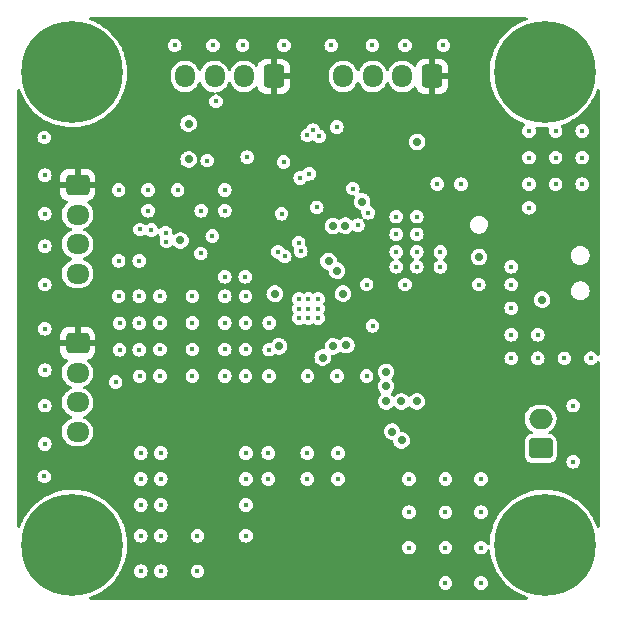
<source format=gbr>
%TF.GenerationSoftware,KiCad,Pcbnew,(6.0.7)*%
%TF.CreationDate,2024-06-12T19:26:07+01:00*%
%TF.ProjectId,BaroAxel_Brain,4261726f-4178-4656-9c5f-427261696e2e,1.0*%
%TF.SameCoordinates,Original*%
%TF.FileFunction,Copper,L3,Inr*%
%TF.FilePolarity,Positive*%
%FSLAX46Y46*%
G04 Gerber Fmt 4.6, Leading zero omitted, Abs format (unit mm)*
G04 Created by KiCad (PCBNEW (6.0.7)) date 2024-06-12 19:26:07*
%MOMM*%
%LPD*%
G01*
G04 APERTURE LIST*
G04 Aperture macros list*
%AMRoundRect*
0 Rectangle with rounded corners*
0 $1 Rounding radius*
0 $2 $3 $4 $5 $6 $7 $8 $9 X,Y pos of 4 corners*
0 Add a 4 corners polygon primitive as box body*
4,1,4,$2,$3,$4,$5,$6,$7,$8,$9,$2,$3,0*
0 Add four circle primitives for the rounded corners*
1,1,$1+$1,$2,$3*
1,1,$1+$1,$4,$5*
1,1,$1+$1,$6,$7*
1,1,$1+$1,$8,$9*
0 Add four rect primitives between the rounded corners*
20,1,$1+$1,$2,$3,$4,$5,0*
20,1,$1+$1,$4,$5,$6,$7,0*
20,1,$1+$1,$6,$7,$8,$9,0*
20,1,$1+$1,$8,$9,$2,$3,0*%
G04 Aperture macros list end*
%TA.AperFunction,ComponentPad*%
%ADD10RoundRect,0.250000X-0.725000X0.600000X-0.725000X-0.600000X0.725000X-0.600000X0.725000X0.600000X0*%
%TD*%
%TA.AperFunction,ComponentPad*%
%ADD11O,1.950000X1.700000*%
%TD*%
%TA.AperFunction,ComponentPad*%
%ADD12RoundRect,0.250000X0.600000X0.725000X-0.600000X0.725000X-0.600000X-0.725000X0.600000X-0.725000X0*%
%TD*%
%TA.AperFunction,ComponentPad*%
%ADD13O,1.700000X1.950000*%
%TD*%
%TA.AperFunction,ComponentPad*%
%ADD14C,0.900000*%
%TD*%
%TA.AperFunction,ComponentPad*%
%ADD15C,8.600000*%
%TD*%
%TA.AperFunction,ComponentPad*%
%ADD16RoundRect,0.250000X0.750000X-0.600000X0.750000X0.600000X-0.750000X0.600000X-0.750000X-0.600000X0*%
%TD*%
%TA.AperFunction,ComponentPad*%
%ADD17O,2.000000X1.700000*%
%TD*%
%TA.AperFunction,ViaPad*%
%ADD18C,0.450000*%
%TD*%
%TA.AperFunction,ViaPad*%
%ADD19C,0.700000*%
%TD*%
G04 APERTURE END LIST*
D10*
%TO.N,+3.3V*%
%TO.C,J102*%
X128270000Y-106280000D03*
D11*
%TO.N,/Microcontroller/SWDIO*%
X128270000Y-108780000D03*
%TO.N,GND*%
X128270000Y-111280000D03*
%TO.N,/Microcontroller/SWDCLK*%
X128270000Y-113780000D03*
%TD*%
D12*
%TO.N,+3.3V*%
%TO.C,J103*%
X144870000Y-97080000D03*
D13*
%TO.N,/Microcontroller/ADC1*%
X142370000Y-97080000D03*
%TO.N,GND*%
X139870000Y-97080000D03*
%TO.N,/Microcontroller/ADC2*%
X137370000Y-97080000D03*
%TD*%
D12*
%TO.N,+3.3V*%
%TO.C,J104*%
X158270000Y-97080000D03*
D13*
%TO.N,/Microcontroller/PWM1*%
X155770000Y-97080000D03*
%TO.N,GND*%
X153270000Y-97080000D03*
%TO.N,/Microcontroller/PWM2*%
X150770000Y-97080000D03*
%TD*%
D14*
%TO.N,GND*%
%TO.C,H103*%
X167820000Y-139955000D03*
X165539581Y-139010419D03*
X171045000Y-136730000D03*
X167820000Y-133505000D03*
X170100419Y-139010419D03*
X164595000Y-136730000D03*
D15*
X167820000Y-136730000D03*
D14*
X170100419Y-134449581D03*
X165539581Y-134449581D03*
%TD*%
%TO.N,GND*%
%TO.C,H102*%
X164595000Y-96730000D03*
X171045000Y-96730000D03*
X167820000Y-99955000D03*
X170100419Y-94449581D03*
X170100419Y-99010419D03*
D15*
X167820000Y-96730000D03*
D14*
X165539581Y-99010419D03*
X167820000Y-93505000D03*
X165539581Y-94449581D03*
%TD*%
D16*
%TO.N,+5V*%
%TO.C,J101*%
X167470000Y-128580000D03*
D17*
%TO.N,GND*%
X167470000Y-126080000D03*
%TD*%
D14*
%TO.N,GND*%
%TO.C,H101*%
X124595000Y-96730000D03*
X130100419Y-94449581D03*
X131045000Y-96730000D03*
D15*
X127820000Y-96730000D03*
D14*
X125539581Y-99010419D03*
X127820000Y-99955000D03*
X125539581Y-94449581D03*
X127820000Y-93505000D03*
X130100419Y-99010419D03*
%TD*%
%TO.N,GND*%
%TO.C,H104*%
X125539581Y-134449581D03*
X130100419Y-134449581D03*
X127820000Y-139955000D03*
D15*
X127820000Y-136730000D03*
D14*
X130100419Y-139010419D03*
X131045000Y-136730000D03*
X124595000Y-136730000D03*
X125539581Y-139010419D03*
X127820000Y-133505000D03*
%TD*%
D10*
%TO.N,+3.3V*%
%TO.C,J105*%
X128270000Y-119680000D03*
D11*
%TO.N,/Microcontroller/UART2_RX*%
X128270000Y-122180000D03*
%TO.N,GND*%
X128270000Y-124680000D03*
%TO.N,/Microcontroller/UART2_TX*%
X128270000Y-127180000D03*
%TD*%
D18*
%TO.N,GND*%
X166490000Y-101700000D03*
X135240000Y-122450000D03*
X125490000Y-124950000D03*
X142490000Y-120200000D03*
X137990000Y-120200000D03*
X131820000Y-120220000D03*
X131490000Y-122950000D03*
X142520000Y-131170000D03*
X135240000Y-120200000D03*
X148620000Y-115930000D03*
X137990000Y-115700000D03*
D19*
X150730000Y-115460000D03*
D18*
X164990000Y-118950000D03*
X162420000Y-131170000D03*
X144480000Y-122440000D03*
D19*
X150920000Y-109720000D03*
D18*
X168740000Y-106200000D03*
X133490000Y-112700000D03*
X155240000Y-110450000D03*
D19*
X145320000Y-119930000D03*
X151020000Y-119830000D03*
D18*
X162420000Y-139970000D03*
X156320000Y-136970000D03*
X159420000Y-133970000D03*
X138420000Y-135970000D03*
X147720000Y-131170000D03*
X147720000Y-128970000D03*
D19*
X150220000Y-113530000D03*
D18*
X152740000Y-114700000D03*
X156320000Y-133970000D03*
X142460000Y-114040000D03*
D19*
X162260000Y-112370000D03*
X149884500Y-109740000D03*
D18*
X156990000Y-111950000D03*
X147820000Y-117530000D03*
X169490000Y-120950000D03*
X156990000Y-110450000D03*
X137990000Y-122450000D03*
D19*
X149020000Y-120880000D03*
D18*
X155240000Y-108950000D03*
X135320000Y-131170000D03*
X133620000Y-128970000D03*
D19*
X155700000Y-127900000D03*
D18*
X150320000Y-128970000D03*
X140740000Y-120200000D03*
D19*
X154390000Y-124600000D03*
D18*
X150240000Y-122450000D03*
D19*
X152370000Y-107670000D03*
D18*
X170990000Y-106200000D03*
X125490000Y-108700000D03*
D19*
X167600000Y-115980000D03*
D18*
X145710000Y-104330000D03*
D19*
X154390000Y-123300000D03*
D18*
X147020000Y-117530000D03*
X159420000Y-139970000D03*
X155990000Y-94450000D03*
X158990000Y-111950000D03*
X135320000Y-135970000D03*
X145740000Y-94450000D03*
D19*
X137680000Y-104110000D03*
D18*
X168740000Y-103950000D03*
X139990000Y-99200000D03*
X155240000Y-113200000D03*
X135320000Y-138970000D03*
X162420000Y-133970000D03*
X133489012Y-115698024D03*
X156990000Y-108950000D03*
X131820000Y-117970000D03*
X135790000Y-111060000D03*
X152740000Y-122450000D03*
X166490000Y-106200000D03*
X142490000Y-117950000D03*
X148620000Y-116730000D03*
X139680000Y-110590000D03*
X160740000Y-106200000D03*
X125450000Y-130950000D03*
X135240000Y-115700000D03*
X142490000Y-115700000D03*
X133620000Y-138970000D03*
X140740000Y-106700000D03*
X148620000Y-117530000D03*
X144420000Y-128970000D03*
X159420000Y-136970000D03*
D19*
X144970000Y-115480000D03*
X155690000Y-124600000D03*
D18*
X133620000Y-131170000D03*
X125490000Y-105450000D03*
X170990000Y-101700000D03*
X136490000Y-94450000D03*
X147020000Y-116730000D03*
X133490000Y-120220000D03*
X147020000Y-115930000D03*
X125490000Y-121950000D03*
X170240000Y-124950000D03*
D19*
X157020000Y-102620000D03*
D18*
X136740000Y-106700000D03*
X156990000Y-113200000D03*
X142490000Y-122450000D03*
D19*
X154890000Y-127150000D03*
D18*
X142520000Y-128970000D03*
X140740000Y-108450000D03*
X138740000Y-108450000D03*
X162240000Y-114700000D03*
X131740000Y-112700000D03*
X142520000Y-133370000D03*
X152870000Y-108620000D03*
X147740000Y-122450000D03*
X144490000Y-120210000D03*
X158728145Y-106190332D03*
X164990000Y-116700000D03*
X142240000Y-94450000D03*
X139240000Y-104200000D03*
D19*
X149920000Y-119930000D03*
D18*
X164990000Y-114700000D03*
X139740000Y-94450000D03*
X133490000Y-117970000D03*
X149740000Y-94450000D03*
X131740000Y-106700000D03*
D19*
X154390000Y-122100000D03*
D18*
X167240000Y-118950000D03*
X137990000Y-117950000D03*
X125490000Y-118450000D03*
X125450000Y-102250000D03*
X159420000Y-131170000D03*
X158990000Y-113200000D03*
X147120000Y-105670000D03*
X164990000Y-113200000D03*
X150320000Y-131170000D03*
X170990000Y-103950000D03*
X125490000Y-114700000D03*
D19*
X156990000Y-124600000D03*
D18*
X125490000Y-128200000D03*
X153233862Y-94445949D03*
D19*
X136980000Y-110970000D03*
D18*
X135320000Y-133370000D03*
X156320000Y-131170000D03*
X144490000Y-117950000D03*
X170240000Y-129700000D03*
X167240000Y-120950000D03*
X155240000Y-111950000D03*
X134240000Y-108450000D03*
X133560000Y-110040000D03*
X125490000Y-111450000D03*
X153240000Y-118200000D03*
X171740000Y-120950000D03*
X147820000Y-116730000D03*
X138420000Y-138970000D03*
X164990000Y-120950000D03*
X133620000Y-133370000D03*
X140740000Y-115700000D03*
X138700000Y-112070000D03*
X131740000Y-115700000D03*
X168740000Y-101700000D03*
X155990000Y-114700000D03*
X145240000Y-111930000D03*
D19*
X137670000Y-101070000D03*
D18*
X151570000Y-106570000D03*
X140740000Y-122450000D03*
X144420000Y-131170000D03*
X133520000Y-122470000D03*
X148520000Y-108170000D03*
X166490000Y-103950000D03*
X150220000Y-101370000D03*
X135240000Y-117950000D03*
X135320000Y-128970000D03*
X162420000Y-136970000D03*
D19*
X149520000Y-112730000D03*
D18*
X145540000Y-108700000D03*
X148220000Y-101630000D03*
X147820000Y-115930000D03*
X142630000Y-103920000D03*
X166490000Y-108200000D03*
X147160000Y-111890000D03*
X140740000Y-114050000D03*
X142520000Y-135970000D03*
X159240000Y-94450000D03*
X133620000Y-135970000D03*
X140740000Y-117950000D03*
X134240000Y-106700000D03*
D19*
%TO.N,+3.3V*%
X158890000Y-119000000D03*
X167540000Y-111480000D03*
X144520000Y-109930000D03*
X147010000Y-120920000D03*
X157090000Y-120000000D03*
D18*
X143390000Y-103800000D03*
D19*
X153370000Y-107670000D03*
X157090000Y-118000000D03*
X136980000Y-113430000D03*
D18*
X138730000Y-111260000D03*
D19*
X150880000Y-107164500D03*
X160790000Y-118000000D03*
D18*
X147920000Y-109270000D03*
D19*
X160790000Y-120000000D03*
X160030000Y-109820000D03*
X153540000Y-126210000D03*
X141550000Y-111050000D03*
X156220000Y-104470000D03*
X151010000Y-117000000D03*
D18*
%TO.N,/Microcontroller/UART2_RX*%
X147720000Y-102070000D03*
X134510000Y-110090000D03*
%TO.N,/Microcontroller/UART2_TX*%
X135720000Y-110300000D03*
X148730000Y-102160000D03*
%TO.N,/Microcontroller/NRST*%
X147870000Y-105330000D03*
X152000000Y-109680000D03*
%TO.N,/Microcontroller/I2C1_SDA*%
X146980000Y-111150000D03*
X145810000Y-112320000D03*
%TD*%
%TA.AperFunction,Conductor*%
%TO.N,+3.3V*%
G36*
X166342018Y-92100502D02*
G01*
X166388511Y-92154158D01*
X166398615Y-92224432D01*
X166369121Y-92289012D01*
X166309893Y-92327249D01*
X166291719Y-92332667D01*
X166288972Y-92333486D01*
X165896806Y-92490341D01*
X165722256Y-92579279D01*
X165523012Y-92680798D01*
X165523007Y-92680801D01*
X165520469Y-92682094D01*
X165518051Y-92683617D01*
X165518047Y-92683619D01*
X165165488Y-92905637D01*
X165165478Y-92905644D01*
X165163061Y-92907166D01*
X164827523Y-93163705D01*
X164516616Y-93449598D01*
X164232900Y-93762493D01*
X163978711Y-94099814D01*
X163977212Y-94102231D01*
X163977209Y-94102236D01*
X163928208Y-94181266D01*
X163756139Y-94458785D01*
X163754856Y-94461347D01*
X163754851Y-94461356D01*
X163683514Y-94603814D01*
X163567018Y-94836451D01*
X163565971Y-94839124D01*
X163565970Y-94839125D01*
X163557230Y-94861426D01*
X163412905Y-95229702D01*
X163295067Y-95635303D01*
X163214474Y-96049915D01*
X163171791Y-96470125D01*
X163167368Y-96892473D01*
X163167597Y-96895318D01*
X163167597Y-96895321D01*
X163197017Y-97260970D01*
X163201242Y-97313485D01*
X163273133Y-97729693D01*
X163382451Y-98137673D01*
X163383436Y-98140350D01*
X163515381Y-98498963D01*
X163528296Y-98534066D01*
X163529521Y-98536646D01*
X163529524Y-98536653D01*
X163706692Y-98909767D01*
X163709466Y-98915610D01*
X163924471Y-99279163D01*
X164171540Y-99621734D01*
X164448641Y-99940502D01*
X164753492Y-100232844D01*
X164755710Y-100234614D01*
X164755715Y-100234619D01*
X165071877Y-100487007D01*
X165083585Y-100496353D01*
X165436201Y-100728860D01*
X165808439Y-100928452D01*
X165897130Y-100966099D01*
X166087093Y-101046734D01*
X166141983Y-101091763D01*
X166163815Y-101159320D01*
X166145658Y-101227955D01*
X166114565Y-101262680D01*
X166079549Y-101289549D01*
X165987302Y-101409767D01*
X165945015Y-101511856D01*
X165932749Y-101541470D01*
X165929313Y-101549764D01*
X165909534Y-101700000D01*
X165929313Y-101850236D01*
X165987302Y-101990233D01*
X166079549Y-102110451D01*
X166199767Y-102202698D01*
X166339764Y-102260687D01*
X166490000Y-102280466D01*
X166498188Y-102279388D01*
X166632048Y-102261765D01*
X166640236Y-102260687D01*
X166780233Y-102202698D01*
X166900451Y-102110451D01*
X166992698Y-101990233D01*
X167050687Y-101850236D01*
X167070466Y-101700000D01*
X167050687Y-101549764D01*
X167047527Y-101542135D01*
X167047526Y-101542131D01*
X167033374Y-101507965D01*
X167025785Y-101437376D01*
X167057565Y-101373889D01*
X167118623Y-101337662D01*
X167166009Y-101334797D01*
X167330810Y-101356201D01*
X167427604Y-101368773D01*
X167427611Y-101368774D01*
X167430440Y-101369141D01*
X167852501Y-101385355D01*
X167855363Y-101385205D01*
X167855364Y-101385205D01*
X167879097Y-101383961D01*
X168056753Y-101374650D01*
X168125827Y-101391059D01*
X168175064Y-101442208D01*
X168188832Y-101511856D01*
X168183415Y-101533836D01*
X168184611Y-101534156D01*
X168182473Y-101542135D01*
X168179313Y-101549764D01*
X168159534Y-101700000D01*
X168179313Y-101850236D01*
X168237302Y-101990233D01*
X168329549Y-102110451D01*
X168449767Y-102202698D01*
X168589764Y-102260687D01*
X168740000Y-102280466D01*
X168748188Y-102279388D01*
X168882048Y-102261765D01*
X168890236Y-102260687D01*
X169030233Y-102202698D01*
X169150451Y-102110451D01*
X169242698Y-101990233D01*
X169300687Y-101850236D01*
X169320466Y-101700000D01*
X170409534Y-101700000D01*
X170429313Y-101850236D01*
X170487302Y-101990233D01*
X170579549Y-102110451D01*
X170699767Y-102202698D01*
X170839764Y-102260687D01*
X170990000Y-102280466D01*
X170998188Y-102279388D01*
X171132048Y-102261765D01*
X171140236Y-102260687D01*
X171280233Y-102202698D01*
X171400451Y-102110451D01*
X171492698Y-101990233D01*
X171550687Y-101850236D01*
X171570466Y-101700000D01*
X171550687Y-101549764D01*
X171547252Y-101541470D01*
X171534985Y-101511856D01*
X171492698Y-101409767D01*
X171400451Y-101289549D01*
X171280233Y-101197302D01*
X171140236Y-101139313D01*
X170990000Y-101119534D01*
X170839764Y-101139313D01*
X170699767Y-101197302D01*
X170579549Y-101289549D01*
X170487302Y-101409767D01*
X170445015Y-101511856D01*
X170432749Y-101541470D01*
X170429313Y-101549764D01*
X170409534Y-101700000D01*
X169320466Y-101700000D01*
X169300687Y-101549764D01*
X169297252Y-101541470D01*
X169284985Y-101511856D01*
X169242698Y-101409767D01*
X169227804Y-101390356D01*
X169196608Y-101349702D01*
X169171007Y-101283482D01*
X169185271Y-101213933D01*
X169234872Y-101163137D01*
X169256379Y-101153580D01*
X169434945Y-101093486D01*
X169500820Y-101071317D01*
X169500826Y-101071315D01*
X169503532Y-101070404D01*
X169889985Y-100899957D01*
X169954597Y-100864142D01*
X170256898Y-100696574D01*
X170256900Y-100696573D01*
X170259400Y-100695187D01*
X170551975Y-100496353D01*
X170606362Y-100459392D01*
X170606367Y-100459389D01*
X170608735Y-100457779D01*
X170935116Y-100189687D01*
X170937154Y-100187678D01*
X170937161Y-100187671D01*
X171082363Y-100044482D01*
X171235856Y-99893117D01*
X171238825Y-99889603D01*
X171506633Y-99572696D01*
X171506638Y-99572690D01*
X171508479Y-99570511D01*
X171750742Y-99224524D01*
X171769477Y-99191812D01*
X171929135Y-98913031D01*
X171960649Y-98858005D01*
X172069830Y-98619534D01*
X172135286Y-98476567D01*
X172135289Y-98476558D01*
X172136475Y-98473969D01*
X172224654Y-98223570D01*
X172266147Y-98165961D01*
X172332200Y-98139930D01*
X172401840Y-98153742D01*
X172452957Y-98203011D01*
X172469500Y-98265422D01*
X172469500Y-120584518D01*
X172449498Y-120652639D01*
X172395842Y-120699132D01*
X172325568Y-120709236D01*
X172260988Y-120679742D01*
X172243798Y-120658923D01*
X172242698Y-120659767D01*
X172155477Y-120546099D01*
X172150451Y-120539549D01*
X172030233Y-120447302D01*
X171890236Y-120389313D01*
X171740000Y-120369534D01*
X171589764Y-120389313D01*
X171449767Y-120447302D01*
X171329549Y-120539549D01*
X171237302Y-120659767D01*
X171179313Y-120799764D01*
X171159534Y-120950000D01*
X171179313Y-121100236D01*
X171237302Y-121240233D01*
X171329549Y-121360451D01*
X171449767Y-121452698D01*
X171589764Y-121510687D01*
X171597952Y-121511765D01*
X171637769Y-121517007D01*
X171740000Y-121530466D01*
X171748188Y-121529388D01*
X171882048Y-121511765D01*
X171890236Y-121510687D01*
X172030233Y-121452698D01*
X172150451Y-121360451D01*
X172242698Y-121240233D01*
X172245208Y-121242159D01*
X172285761Y-121203490D01*
X172355474Y-121190052D01*
X172421386Y-121216438D01*
X172462569Y-121274269D01*
X172469500Y-121315482D01*
X172469500Y-135194864D01*
X172449498Y-135262985D01*
X172395842Y-135309478D01*
X172325568Y-135319582D01*
X172260988Y-135290088D01*
X172223804Y-135234218D01*
X172172946Y-135079533D01*
X172172946Y-135079532D01*
X172172051Y-135076811D01*
X172170920Y-135074197D01*
X172170916Y-135074187D01*
X172066927Y-134833883D01*
X172004307Y-134689177D01*
X171802121Y-134318342D01*
X171657451Y-134102236D01*
X171568749Y-133969734D01*
X171568741Y-133969723D01*
X171567157Y-133967357D01*
X171301350Y-133639113D01*
X171223978Y-133559549D01*
X171008877Y-133338356D01*
X171008873Y-133338352D01*
X171006887Y-133336310D01*
X171004729Y-133334460D01*
X171004719Y-133334451D01*
X170688366Y-133063304D01*
X170688361Y-133063300D01*
X170686192Y-133061441D01*
X170683861Y-133059784D01*
X170683854Y-133059779D01*
X170534950Y-132953959D01*
X170341905Y-132816769D01*
X170108283Y-132680798D01*
X169979333Y-132605747D01*
X169979328Y-132605744D01*
X169976860Y-132604308D01*
X169764306Y-132505192D01*
X169596657Y-132427016D01*
X169596647Y-132427012D01*
X169594061Y-132425806D01*
X169591364Y-132424835D01*
X169199349Y-132283700D01*
X169199340Y-132283697D01*
X169196659Y-132282732D01*
X168926086Y-132212253D01*
X168790695Y-132176986D01*
X168790689Y-132176985D01*
X168787926Y-132176265D01*
X168371226Y-132107281D01*
X168368383Y-132107072D01*
X168368381Y-132107072D01*
X167952834Y-132076556D01*
X167949988Y-132076347D01*
X167775820Y-132079387D01*
X167530532Y-132083669D01*
X167530527Y-132083669D01*
X167527681Y-132083719D01*
X167524848Y-132084027D01*
X167524844Y-132084027D01*
X167178231Y-132121681D01*
X167107779Y-132129334D01*
X166693740Y-132212819D01*
X166691007Y-132213634D01*
X166691002Y-132213635D01*
X166461641Y-132282011D01*
X166288972Y-132333486D01*
X165896806Y-132490341D01*
X165894259Y-132491639D01*
X165523012Y-132680798D01*
X165523007Y-132680801D01*
X165520469Y-132682094D01*
X165518051Y-132683617D01*
X165518047Y-132683619D01*
X165165488Y-132905637D01*
X165165478Y-132905644D01*
X165163061Y-132907166D01*
X164827523Y-133163705D01*
X164516616Y-133449598D01*
X164232900Y-133762493D01*
X163978711Y-134099814D01*
X163977212Y-134102231D01*
X163977209Y-134102236D01*
X163883978Y-134252603D01*
X163756139Y-134458785D01*
X163754856Y-134461347D01*
X163754851Y-134461356D01*
X163642024Y-134686667D01*
X163567018Y-134836451D01*
X163412905Y-135229702D01*
X163412107Y-135232449D01*
X163315173Y-135566099D01*
X163295067Y-135635303D01*
X163214474Y-136049915D01*
X163171791Y-136470125D01*
X163171146Y-136531765D01*
X163169964Y-136644610D01*
X163149250Y-136712518D01*
X163095110Y-136758446D01*
X163024734Y-136767814D01*
X162960466Y-136737646D01*
X162927563Y-136691512D01*
X162925858Y-136687397D01*
X162922698Y-136679767D01*
X162830451Y-136559549D01*
X162710233Y-136467302D01*
X162570236Y-136409313D01*
X162420000Y-136389534D01*
X162269764Y-136409313D01*
X162129767Y-136467302D01*
X162009549Y-136559549D01*
X161917302Y-136679767D01*
X161859313Y-136819764D01*
X161839534Y-136970000D01*
X161840612Y-136978188D01*
X161858114Y-137111125D01*
X161859313Y-137120236D01*
X161917302Y-137260233D01*
X162009549Y-137380451D01*
X162129767Y-137472698D01*
X162269764Y-137530687D01*
X162420000Y-137550466D01*
X162428188Y-137549388D01*
X162562048Y-137531765D01*
X162570236Y-137530687D01*
X162710233Y-137472698D01*
X162830451Y-137380451D01*
X162922698Y-137260233D01*
X162925858Y-137252604D01*
X162925861Y-137252599D01*
X162952277Y-137188826D01*
X162996825Y-137133545D01*
X163064189Y-137111125D01*
X163132980Y-137128684D01*
X163181358Y-137180646D01*
X163194279Y-137226939D01*
X163201242Y-137313485D01*
X163273133Y-137729693D01*
X163382451Y-138137673D01*
X163383436Y-138140350D01*
X163503732Y-138467302D01*
X163528296Y-138534066D01*
X163529521Y-138536646D01*
X163529524Y-138536653D01*
X163693084Y-138881109D01*
X163709466Y-138915610D01*
X163924471Y-139279163D01*
X164171540Y-139621734D01*
X164448641Y-139940502D01*
X164753492Y-140232844D01*
X164755710Y-140234614D01*
X164755715Y-140234619D01*
X165057911Y-140475858D01*
X165083585Y-140496353D01*
X165436201Y-140728860D01*
X165808439Y-140928452D01*
X166197234Y-141093486D01*
X166199943Y-141094356D01*
X166199949Y-141094358D01*
X166321963Y-141133532D01*
X166380708Y-141173400D01*
X166408573Y-141238700D01*
X166396711Y-141308699D01*
X166348887Y-141361172D01*
X166283445Y-141379500D01*
X129354508Y-141379500D01*
X129286387Y-141359498D01*
X129239894Y-141305842D01*
X129229790Y-141235568D01*
X129259284Y-141170988D01*
X129314319Y-141134081D01*
X129500820Y-141071317D01*
X129500826Y-141071315D01*
X129503532Y-141070404D01*
X129889985Y-140899957D01*
X130259400Y-140695187D01*
X130582133Y-140475858D01*
X130606362Y-140459392D01*
X130606367Y-140459389D01*
X130608735Y-140457779D01*
X130935116Y-140189687D01*
X130937154Y-140187678D01*
X130937161Y-140187671D01*
X131157892Y-139970000D01*
X158839534Y-139970000D01*
X158859313Y-140120236D01*
X158917302Y-140260233D01*
X159009549Y-140380451D01*
X159129767Y-140472698D01*
X159269764Y-140530687D01*
X159420000Y-140550466D01*
X159428188Y-140549388D01*
X159562048Y-140531765D01*
X159570236Y-140530687D01*
X159710233Y-140472698D01*
X159830451Y-140380451D01*
X159922698Y-140260233D01*
X159980687Y-140120236D01*
X160000466Y-139970000D01*
X161839534Y-139970000D01*
X161859313Y-140120236D01*
X161917302Y-140260233D01*
X162009549Y-140380451D01*
X162129767Y-140472698D01*
X162269764Y-140530687D01*
X162420000Y-140550466D01*
X162428188Y-140549388D01*
X162562048Y-140531765D01*
X162570236Y-140530687D01*
X162710233Y-140472698D01*
X162830451Y-140380451D01*
X162922698Y-140260233D01*
X162980687Y-140120236D01*
X163000466Y-139970000D01*
X162980687Y-139819764D01*
X162922698Y-139679767D01*
X162830451Y-139559549D01*
X162710233Y-139467302D01*
X162570236Y-139409313D01*
X162420000Y-139389534D01*
X162269764Y-139409313D01*
X162129767Y-139467302D01*
X162009549Y-139559549D01*
X161917302Y-139679767D01*
X161859313Y-139819764D01*
X161839534Y-139970000D01*
X160000466Y-139970000D01*
X159980687Y-139819764D01*
X159922698Y-139679767D01*
X159830451Y-139559549D01*
X159710233Y-139467302D01*
X159570236Y-139409313D01*
X159420000Y-139389534D01*
X159269764Y-139409313D01*
X159129767Y-139467302D01*
X159009549Y-139559549D01*
X158917302Y-139679767D01*
X158859313Y-139819764D01*
X158839534Y-139970000D01*
X131157892Y-139970000D01*
X131166195Y-139961812D01*
X131235856Y-139893117D01*
X131416151Y-139679767D01*
X131506633Y-139572696D01*
X131506638Y-139572690D01*
X131508479Y-139570511D01*
X131750742Y-139224524D01*
X131815158Y-139112048D01*
X131896509Y-138970000D01*
X133039534Y-138970000D01*
X133059313Y-139120236D01*
X133117302Y-139260233D01*
X133209549Y-139380451D01*
X133329767Y-139472698D01*
X133469764Y-139530687D01*
X133620000Y-139550466D01*
X133628188Y-139549388D01*
X133762048Y-139531765D01*
X133770236Y-139530687D01*
X133910233Y-139472698D01*
X134030451Y-139380451D01*
X134122698Y-139260233D01*
X134180687Y-139120236D01*
X134200466Y-138970000D01*
X134739534Y-138970000D01*
X134759313Y-139120236D01*
X134817302Y-139260233D01*
X134909549Y-139380451D01*
X135029767Y-139472698D01*
X135169764Y-139530687D01*
X135320000Y-139550466D01*
X135328188Y-139549388D01*
X135462048Y-139531765D01*
X135470236Y-139530687D01*
X135610233Y-139472698D01*
X135730451Y-139380451D01*
X135822698Y-139260233D01*
X135880687Y-139120236D01*
X135900466Y-138970000D01*
X137839534Y-138970000D01*
X137859313Y-139120236D01*
X137917302Y-139260233D01*
X138009549Y-139380451D01*
X138129767Y-139472698D01*
X138269764Y-139530687D01*
X138420000Y-139550466D01*
X138428188Y-139549388D01*
X138562048Y-139531765D01*
X138570236Y-139530687D01*
X138710233Y-139472698D01*
X138830451Y-139380451D01*
X138922698Y-139260233D01*
X138980687Y-139120236D01*
X139000466Y-138970000D01*
X138980687Y-138819764D01*
X138922698Y-138679767D01*
X138830451Y-138559549D01*
X138710233Y-138467302D01*
X138570236Y-138409313D01*
X138420000Y-138389534D01*
X138269764Y-138409313D01*
X138129767Y-138467302D01*
X138009549Y-138559549D01*
X137917302Y-138679767D01*
X137859313Y-138819764D01*
X137839534Y-138970000D01*
X135900466Y-138970000D01*
X135880687Y-138819764D01*
X135822698Y-138679767D01*
X135730451Y-138559549D01*
X135610233Y-138467302D01*
X135470236Y-138409313D01*
X135320000Y-138389534D01*
X135169764Y-138409313D01*
X135029767Y-138467302D01*
X134909549Y-138559549D01*
X134817302Y-138679767D01*
X134759313Y-138819764D01*
X134739534Y-138970000D01*
X134200466Y-138970000D01*
X134180687Y-138819764D01*
X134122698Y-138679767D01*
X134030451Y-138559549D01*
X133910233Y-138467302D01*
X133770236Y-138409313D01*
X133620000Y-138389534D01*
X133469764Y-138409313D01*
X133329767Y-138467302D01*
X133209549Y-138559549D01*
X133117302Y-138679767D01*
X133059313Y-138819764D01*
X133039534Y-138970000D01*
X131896509Y-138970000D01*
X131959222Y-138860496D01*
X131960649Y-138858005D01*
X132045253Y-138673214D01*
X132135286Y-138476567D01*
X132135289Y-138476558D01*
X132136475Y-138473969D01*
X132276770Y-138075578D01*
X132277472Y-138072804D01*
X132379678Y-137668891D01*
X132379679Y-137668887D01*
X132380381Y-137666112D01*
X132398869Y-137549388D01*
X132421745Y-137404949D01*
X132446455Y-137248940D01*
X132464982Y-136970000D01*
X155739534Y-136970000D01*
X155740612Y-136978188D01*
X155758114Y-137111125D01*
X155759313Y-137120236D01*
X155817302Y-137260233D01*
X155909549Y-137380451D01*
X156029767Y-137472698D01*
X156169764Y-137530687D01*
X156320000Y-137550466D01*
X156328188Y-137549388D01*
X156462048Y-137531765D01*
X156470236Y-137530687D01*
X156610233Y-137472698D01*
X156730451Y-137380451D01*
X156822698Y-137260233D01*
X156880687Y-137120236D01*
X156881887Y-137111125D01*
X156899388Y-136978188D01*
X156900466Y-136970000D01*
X158839534Y-136970000D01*
X158840612Y-136978188D01*
X158858114Y-137111125D01*
X158859313Y-137120236D01*
X158917302Y-137260233D01*
X159009549Y-137380451D01*
X159129767Y-137472698D01*
X159269764Y-137530687D01*
X159420000Y-137550466D01*
X159428188Y-137549388D01*
X159562048Y-137531765D01*
X159570236Y-137530687D01*
X159710233Y-137472698D01*
X159830451Y-137380451D01*
X159922698Y-137260233D01*
X159980687Y-137120236D01*
X159981887Y-137111125D01*
X159999388Y-136978188D01*
X160000466Y-136970000D01*
X159980687Y-136819764D01*
X159922698Y-136679767D01*
X159830451Y-136559549D01*
X159710233Y-136467302D01*
X159570236Y-136409313D01*
X159420000Y-136389534D01*
X159269764Y-136409313D01*
X159129767Y-136467302D01*
X159009549Y-136559549D01*
X158917302Y-136679767D01*
X158859313Y-136819764D01*
X158839534Y-136970000D01*
X156900466Y-136970000D01*
X156880687Y-136819764D01*
X156822698Y-136679767D01*
X156730451Y-136559549D01*
X156610233Y-136467302D01*
X156470236Y-136409313D01*
X156320000Y-136389534D01*
X156169764Y-136409313D01*
X156029767Y-136467302D01*
X155909549Y-136559549D01*
X155817302Y-136679767D01*
X155759313Y-136819764D01*
X155739534Y-136970000D01*
X132464982Y-136970000D01*
X132465526Y-136961812D01*
X132474331Y-136829247D01*
X132474331Y-136829239D01*
X132474447Y-136827497D01*
X132475468Y-136730000D01*
X132456308Y-136308063D01*
X132429458Y-136112048D01*
X132410000Y-135970000D01*
X133039534Y-135970000D01*
X133059313Y-136120236D01*
X133117302Y-136260233D01*
X133209549Y-136380451D01*
X133329767Y-136472698D01*
X133469764Y-136530687D01*
X133620000Y-136550466D01*
X133628188Y-136549388D01*
X133762048Y-136531765D01*
X133770236Y-136530687D01*
X133910233Y-136472698D01*
X134030451Y-136380451D01*
X134122698Y-136260233D01*
X134180687Y-136120236D01*
X134200466Y-135970000D01*
X134739534Y-135970000D01*
X134759313Y-136120236D01*
X134817302Y-136260233D01*
X134909549Y-136380451D01*
X135029767Y-136472698D01*
X135169764Y-136530687D01*
X135320000Y-136550466D01*
X135328188Y-136549388D01*
X135462048Y-136531765D01*
X135470236Y-136530687D01*
X135610233Y-136472698D01*
X135730451Y-136380451D01*
X135822698Y-136260233D01*
X135880687Y-136120236D01*
X135900466Y-135970000D01*
X137839534Y-135970000D01*
X137859313Y-136120236D01*
X137917302Y-136260233D01*
X138009549Y-136380451D01*
X138129767Y-136472698D01*
X138269764Y-136530687D01*
X138420000Y-136550466D01*
X138428188Y-136549388D01*
X138562048Y-136531765D01*
X138570236Y-136530687D01*
X138710233Y-136472698D01*
X138830451Y-136380451D01*
X138922698Y-136260233D01*
X138980687Y-136120236D01*
X139000466Y-135970000D01*
X141939534Y-135970000D01*
X141959313Y-136120236D01*
X142017302Y-136260233D01*
X142109549Y-136380451D01*
X142229767Y-136472698D01*
X142369764Y-136530687D01*
X142520000Y-136550466D01*
X142528188Y-136549388D01*
X142662048Y-136531765D01*
X142670236Y-136530687D01*
X142810233Y-136472698D01*
X142930451Y-136380451D01*
X143022698Y-136260233D01*
X143080687Y-136120236D01*
X143100466Y-135970000D01*
X143080687Y-135819764D01*
X143022698Y-135679767D01*
X142930451Y-135559549D01*
X142810233Y-135467302D01*
X142670236Y-135409313D01*
X142520000Y-135389534D01*
X142369764Y-135409313D01*
X142229767Y-135467302D01*
X142109549Y-135559549D01*
X142017302Y-135679767D01*
X141959313Y-135819764D01*
X141939534Y-135970000D01*
X139000466Y-135970000D01*
X138980687Y-135819764D01*
X138922698Y-135679767D01*
X138830451Y-135559549D01*
X138710233Y-135467302D01*
X138570236Y-135409313D01*
X138420000Y-135389534D01*
X138269764Y-135409313D01*
X138129767Y-135467302D01*
X138009549Y-135559549D01*
X137917302Y-135679767D01*
X137859313Y-135819764D01*
X137839534Y-135970000D01*
X135900466Y-135970000D01*
X135880687Y-135819764D01*
X135822698Y-135679767D01*
X135730451Y-135559549D01*
X135610233Y-135467302D01*
X135470236Y-135409313D01*
X135320000Y-135389534D01*
X135169764Y-135409313D01*
X135029767Y-135467302D01*
X134909549Y-135559549D01*
X134817302Y-135679767D01*
X134759313Y-135819764D01*
X134739534Y-135970000D01*
X134200466Y-135970000D01*
X134180687Y-135819764D01*
X134122698Y-135679767D01*
X134030451Y-135559549D01*
X133910233Y-135467302D01*
X133770236Y-135409313D01*
X133620000Y-135389534D01*
X133469764Y-135409313D01*
X133329767Y-135467302D01*
X133209549Y-135559549D01*
X133117302Y-135679767D01*
X133059313Y-135819764D01*
X133039534Y-135970000D01*
X132410000Y-135970000D01*
X132399373Y-135892426D01*
X132398986Y-135889599D01*
X132382864Y-135819764D01*
X132304617Y-135480841D01*
X132304616Y-135480839D01*
X132303973Y-135478052D01*
X132251871Y-135319582D01*
X132172946Y-135079533D01*
X132172946Y-135079532D01*
X132172051Y-135076811D01*
X132170920Y-135074197D01*
X132170916Y-135074187D01*
X132066927Y-134833883D01*
X132004307Y-134689177D01*
X131802121Y-134318342D01*
X131657451Y-134102236D01*
X131568927Y-133970000D01*
X155739534Y-133970000D01*
X155759313Y-134120236D01*
X155817302Y-134260233D01*
X155909549Y-134380451D01*
X156029767Y-134472698D01*
X156169764Y-134530687D01*
X156320000Y-134550466D01*
X156328188Y-134549388D01*
X156462048Y-134531765D01*
X156470236Y-134530687D01*
X156610233Y-134472698D01*
X156730451Y-134380451D01*
X156822698Y-134260233D01*
X156880687Y-134120236D01*
X156900466Y-133970000D01*
X158839534Y-133970000D01*
X158859313Y-134120236D01*
X158917302Y-134260233D01*
X159009549Y-134380451D01*
X159129767Y-134472698D01*
X159269764Y-134530687D01*
X159420000Y-134550466D01*
X159428188Y-134549388D01*
X159562048Y-134531765D01*
X159570236Y-134530687D01*
X159710233Y-134472698D01*
X159830451Y-134380451D01*
X159922698Y-134260233D01*
X159980687Y-134120236D01*
X160000466Y-133970000D01*
X161839534Y-133970000D01*
X161859313Y-134120236D01*
X161917302Y-134260233D01*
X162009549Y-134380451D01*
X162129767Y-134472698D01*
X162269764Y-134530687D01*
X162420000Y-134550466D01*
X162428188Y-134549388D01*
X162562048Y-134531765D01*
X162570236Y-134530687D01*
X162710233Y-134472698D01*
X162830451Y-134380451D01*
X162922698Y-134260233D01*
X162980687Y-134120236D01*
X163000466Y-133970000D01*
X162980687Y-133819764D01*
X162922698Y-133679767D01*
X162830451Y-133559549D01*
X162710233Y-133467302D01*
X162570236Y-133409313D01*
X162420000Y-133389534D01*
X162269764Y-133409313D01*
X162129767Y-133467302D01*
X162009549Y-133559549D01*
X161917302Y-133679767D01*
X161859313Y-133819764D01*
X161839534Y-133970000D01*
X160000466Y-133970000D01*
X159980687Y-133819764D01*
X159922698Y-133679767D01*
X159830451Y-133559549D01*
X159710233Y-133467302D01*
X159570236Y-133409313D01*
X159420000Y-133389534D01*
X159269764Y-133409313D01*
X159129767Y-133467302D01*
X159009549Y-133559549D01*
X158917302Y-133679767D01*
X158859313Y-133819764D01*
X158839534Y-133970000D01*
X156900466Y-133970000D01*
X156880687Y-133819764D01*
X156822698Y-133679767D01*
X156730451Y-133559549D01*
X156610233Y-133467302D01*
X156470236Y-133409313D01*
X156320000Y-133389534D01*
X156169764Y-133409313D01*
X156029767Y-133467302D01*
X155909549Y-133559549D01*
X155817302Y-133679767D01*
X155759313Y-133819764D01*
X155739534Y-133970000D01*
X131568927Y-133970000D01*
X131568749Y-133969734D01*
X131568741Y-133969723D01*
X131567157Y-133967357D01*
X131301350Y-133639113D01*
X131223978Y-133559549D01*
X131039649Y-133370000D01*
X133039534Y-133370000D01*
X133059313Y-133520236D01*
X133117302Y-133660233D01*
X133209549Y-133780451D01*
X133329767Y-133872698D01*
X133469764Y-133930687D01*
X133620000Y-133950466D01*
X133628188Y-133949388D01*
X133762048Y-133931765D01*
X133770236Y-133930687D01*
X133910233Y-133872698D01*
X134030451Y-133780451D01*
X134122698Y-133660233D01*
X134180687Y-133520236D01*
X134200466Y-133370000D01*
X134739534Y-133370000D01*
X134759313Y-133520236D01*
X134817302Y-133660233D01*
X134909549Y-133780451D01*
X135029767Y-133872698D01*
X135169764Y-133930687D01*
X135320000Y-133950466D01*
X135328188Y-133949388D01*
X135462048Y-133931765D01*
X135470236Y-133930687D01*
X135610233Y-133872698D01*
X135730451Y-133780451D01*
X135822698Y-133660233D01*
X135880687Y-133520236D01*
X135900466Y-133370000D01*
X141939534Y-133370000D01*
X141959313Y-133520236D01*
X142017302Y-133660233D01*
X142109549Y-133780451D01*
X142229767Y-133872698D01*
X142369764Y-133930687D01*
X142520000Y-133950466D01*
X142528188Y-133949388D01*
X142662048Y-133931765D01*
X142670236Y-133930687D01*
X142810233Y-133872698D01*
X142930451Y-133780451D01*
X143022698Y-133660233D01*
X143080687Y-133520236D01*
X143100466Y-133370000D01*
X143080687Y-133219764D01*
X143022698Y-133079767D01*
X142930451Y-132959549D01*
X142810233Y-132867302D01*
X142670236Y-132809313D01*
X142520000Y-132789534D01*
X142369764Y-132809313D01*
X142229767Y-132867302D01*
X142109549Y-132959549D01*
X142017302Y-133079767D01*
X141959313Y-133219764D01*
X141939534Y-133370000D01*
X135900466Y-133370000D01*
X135880687Y-133219764D01*
X135822698Y-133079767D01*
X135730451Y-132959549D01*
X135610233Y-132867302D01*
X135470236Y-132809313D01*
X135320000Y-132789534D01*
X135169764Y-132809313D01*
X135029767Y-132867302D01*
X134909549Y-132959549D01*
X134817302Y-133079767D01*
X134759313Y-133219764D01*
X134739534Y-133370000D01*
X134200466Y-133370000D01*
X134180687Y-133219764D01*
X134122698Y-133079767D01*
X134030451Y-132959549D01*
X133910233Y-132867302D01*
X133770236Y-132809313D01*
X133620000Y-132789534D01*
X133469764Y-132809313D01*
X133329767Y-132867302D01*
X133209549Y-132959549D01*
X133117302Y-133079767D01*
X133059313Y-133219764D01*
X133039534Y-133370000D01*
X131039649Y-133370000D01*
X131008877Y-133338356D01*
X131008873Y-133338352D01*
X131006887Y-133336310D01*
X131004729Y-133334460D01*
X131004719Y-133334451D01*
X130688366Y-133063304D01*
X130688361Y-133063300D01*
X130686192Y-133061441D01*
X130683861Y-133059784D01*
X130683854Y-133059779D01*
X130534950Y-132953959D01*
X130341905Y-132816769D01*
X130108283Y-132680798D01*
X129979333Y-132605747D01*
X129979328Y-132605744D01*
X129976860Y-132604308D01*
X129764306Y-132505192D01*
X129596657Y-132427016D01*
X129596647Y-132427012D01*
X129594061Y-132425806D01*
X129591364Y-132424835D01*
X129199349Y-132283700D01*
X129199340Y-132283697D01*
X129196659Y-132282732D01*
X128926086Y-132212253D01*
X128790695Y-132176986D01*
X128790689Y-132176985D01*
X128787926Y-132176265D01*
X128371226Y-132107281D01*
X128368383Y-132107072D01*
X128368381Y-132107072D01*
X127952834Y-132076556D01*
X127949988Y-132076347D01*
X127775820Y-132079387D01*
X127530532Y-132083669D01*
X127530527Y-132083669D01*
X127527681Y-132083719D01*
X127524848Y-132084027D01*
X127524844Y-132084027D01*
X127178231Y-132121681D01*
X127107779Y-132129334D01*
X126693740Y-132212819D01*
X126691007Y-132213634D01*
X126691002Y-132213635D01*
X126461641Y-132282011D01*
X126288972Y-132333486D01*
X125896806Y-132490341D01*
X125894259Y-132491639D01*
X125523012Y-132680798D01*
X125523007Y-132680801D01*
X125520469Y-132682094D01*
X125518051Y-132683617D01*
X125518047Y-132683619D01*
X125165488Y-132905637D01*
X125165478Y-132905644D01*
X125163061Y-132907166D01*
X124827523Y-133163705D01*
X124516616Y-133449598D01*
X124232900Y-133762493D01*
X123978711Y-134099814D01*
X123977212Y-134102231D01*
X123977209Y-134102236D01*
X123883978Y-134252603D01*
X123756139Y-134458785D01*
X123754856Y-134461347D01*
X123754851Y-134461356D01*
X123642024Y-134686667D01*
X123567018Y-134836451D01*
X123565971Y-134839124D01*
X123565970Y-134839125D01*
X123413813Y-135227385D01*
X123370334Y-135283511D01*
X123303414Y-135307221D01*
X123234298Y-135290987D01*
X123184931Y-135239963D01*
X123170500Y-135181411D01*
X123170500Y-130950000D01*
X124869534Y-130950000D01*
X124889313Y-131100236D01*
X124947302Y-131240233D01*
X125039549Y-131360451D01*
X125159767Y-131452698D01*
X125299764Y-131510687D01*
X125450000Y-131530466D01*
X125458188Y-131529388D01*
X125592048Y-131511765D01*
X125600236Y-131510687D01*
X125740233Y-131452698D01*
X125860451Y-131360451D01*
X125952698Y-131240233D01*
X125981790Y-131170000D01*
X133039534Y-131170000D01*
X133059313Y-131320236D01*
X133117302Y-131460233D01*
X133209549Y-131580451D01*
X133329767Y-131672698D01*
X133469764Y-131730687D01*
X133620000Y-131750466D01*
X133628188Y-131749388D01*
X133762048Y-131731765D01*
X133770236Y-131730687D01*
X133910233Y-131672698D01*
X134030451Y-131580451D01*
X134122698Y-131460233D01*
X134180687Y-131320236D01*
X134200466Y-131170000D01*
X134739534Y-131170000D01*
X134759313Y-131320236D01*
X134817302Y-131460233D01*
X134909549Y-131580451D01*
X135029767Y-131672698D01*
X135169764Y-131730687D01*
X135320000Y-131750466D01*
X135328188Y-131749388D01*
X135462048Y-131731765D01*
X135470236Y-131730687D01*
X135610233Y-131672698D01*
X135730451Y-131580451D01*
X135822698Y-131460233D01*
X135880687Y-131320236D01*
X135900466Y-131170000D01*
X141939534Y-131170000D01*
X141959313Y-131320236D01*
X142017302Y-131460233D01*
X142109549Y-131580451D01*
X142229767Y-131672698D01*
X142369764Y-131730687D01*
X142520000Y-131750466D01*
X142528188Y-131749388D01*
X142662048Y-131731765D01*
X142670236Y-131730687D01*
X142810233Y-131672698D01*
X142930451Y-131580451D01*
X143022698Y-131460233D01*
X143080687Y-131320236D01*
X143100466Y-131170000D01*
X143839534Y-131170000D01*
X143859313Y-131320236D01*
X143917302Y-131460233D01*
X144009549Y-131580451D01*
X144129767Y-131672698D01*
X144269764Y-131730687D01*
X144420000Y-131750466D01*
X144428188Y-131749388D01*
X144562048Y-131731765D01*
X144570236Y-131730687D01*
X144710233Y-131672698D01*
X144830451Y-131580451D01*
X144922698Y-131460233D01*
X144980687Y-131320236D01*
X145000466Y-131170000D01*
X147139534Y-131170000D01*
X147159313Y-131320236D01*
X147217302Y-131460233D01*
X147309549Y-131580451D01*
X147429767Y-131672698D01*
X147569764Y-131730687D01*
X147720000Y-131750466D01*
X147728188Y-131749388D01*
X147862048Y-131731765D01*
X147870236Y-131730687D01*
X148010233Y-131672698D01*
X148130451Y-131580451D01*
X148222698Y-131460233D01*
X148280687Y-131320236D01*
X148300466Y-131170000D01*
X149739534Y-131170000D01*
X149759313Y-131320236D01*
X149817302Y-131460233D01*
X149909549Y-131580451D01*
X150029767Y-131672698D01*
X150169764Y-131730687D01*
X150320000Y-131750466D01*
X150328188Y-131749388D01*
X150462048Y-131731765D01*
X150470236Y-131730687D01*
X150610233Y-131672698D01*
X150730451Y-131580451D01*
X150822698Y-131460233D01*
X150880687Y-131320236D01*
X150900466Y-131170000D01*
X155739534Y-131170000D01*
X155759313Y-131320236D01*
X155817302Y-131460233D01*
X155909549Y-131580451D01*
X156029767Y-131672698D01*
X156169764Y-131730687D01*
X156320000Y-131750466D01*
X156328188Y-131749388D01*
X156462048Y-131731765D01*
X156470236Y-131730687D01*
X156610233Y-131672698D01*
X156730451Y-131580451D01*
X156822698Y-131460233D01*
X156880687Y-131320236D01*
X156900466Y-131170000D01*
X158839534Y-131170000D01*
X158859313Y-131320236D01*
X158917302Y-131460233D01*
X159009549Y-131580451D01*
X159129767Y-131672698D01*
X159269764Y-131730687D01*
X159420000Y-131750466D01*
X159428188Y-131749388D01*
X159562048Y-131731765D01*
X159570236Y-131730687D01*
X159710233Y-131672698D01*
X159830451Y-131580451D01*
X159922698Y-131460233D01*
X159980687Y-131320236D01*
X160000466Y-131170000D01*
X161839534Y-131170000D01*
X161859313Y-131320236D01*
X161917302Y-131460233D01*
X162009549Y-131580451D01*
X162129767Y-131672698D01*
X162269764Y-131730687D01*
X162420000Y-131750466D01*
X162428188Y-131749388D01*
X162562048Y-131731765D01*
X162570236Y-131730687D01*
X162710233Y-131672698D01*
X162830451Y-131580451D01*
X162922698Y-131460233D01*
X162980687Y-131320236D01*
X163000466Y-131170000D01*
X162980687Y-131019764D01*
X162922698Y-130879767D01*
X162830451Y-130759549D01*
X162710233Y-130667302D01*
X162570236Y-130609313D01*
X162420000Y-130589534D01*
X162269764Y-130609313D01*
X162129767Y-130667302D01*
X162009549Y-130759549D01*
X161917302Y-130879767D01*
X161859313Y-131019764D01*
X161839534Y-131170000D01*
X160000466Y-131170000D01*
X159980687Y-131019764D01*
X159922698Y-130879767D01*
X159830451Y-130759549D01*
X159710233Y-130667302D01*
X159570236Y-130609313D01*
X159420000Y-130589534D01*
X159269764Y-130609313D01*
X159129767Y-130667302D01*
X159009549Y-130759549D01*
X158917302Y-130879767D01*
X158859313Y-131019764D01*
X158839534Y-131170000D01*
X156900466Y-131170000D01*
X156880687Y-131019764D01*
X156822698Y-130879767D01*
X156730451Y-130759549D01*
X156610233Y-130667302D01*
X156470236Y-130609313D01*
X156320000Y-130589534D01*
X156169764Y-130609313D01*
X156029767Y-130667302D01*
X155909549Y-130759549D01*
X155817302Y-130879767D01*
X155759313Y-131019764D01*
X155739534Y-131170000D01*
X150900466Y-131170000D01*
X150880687Y-131019764D01*
X150822698Y-130879767D01*
X150730451Y-130759549D01*
X150610233Y-130667302D01*
X150470236Y-130609313D01*
X150320000Y-130589534D01*
X150169764Y-130609313D01*
X150029767Y-130667302D01*
X149909549Y-130759549D01*
X149817302Y-130879767D01*
X149759313Y-131019764D01*
X149739534Y-131170000D01*
X148300466Y-131170000D01*
X148280687Y-131019764D01*
X148222698Y-130879767D01*
X148130451Y-130759549D01*
X148010233Y-130667302D01*
X147870236Y-130609313D01*
X147720000Y-130589534D01*
X147569764Y-130609313D01*
X147429767Y-130667302D01*
X147309549Y-130759549D01*
X147217302Y-130879767D01*
X147159313Y-131019764D01*
X147139534Y-131170000D01*
X145000466Y-131170000D01*
X144980687Y-131019764D01*
X144922698Y-130879767D01*
X144830451Y-130759549D01*
X144710233Y-130667302D01*
X144570236Y-130609313D01*
X144420000Y-130589534D01*
X144269764Y-130609313D01*
X144129767Y-130667302D01*
X144009549Y-130759549D01*
X143917302Y-130879767D01*
X143859313Y-131019764D01*
X143839534Y-131170000D01*
X143100466Y-131170000D01*
X143080687Y-131019764D01*
X143022698Y-130879767D01*
X142930451Y-130759549D01*
X142810233Y-130667302D01*
X142670236Y-130609313D01*
X142520000Y-130589534D01*
X142369764Y-130609313D01*
X142229767Y-130667302D01*
X142109549Y-130759549D01*
X142017302Y-130879767D01*
X141959313Y-131019764D01*
X141939534Y-131170000D01*
X135900466Y-131170000D01*
X135880687Y-131019764D01*
X135822698Y-130879767D01*
X135730451Y-130759549D01*
X135610233Y-130667302D01*
X135470236Y-130609313D01*
X135320000Y-130589534D01*
X135169764Y-130609313D01*
X135029767Y-130667302D01*
X134909549Y-130759549D01*
X134817302Y-130879767D01*
X134759313Y-131019764D01*
X134739534Y-131170000D01*
X134200466Y-131170000D01*
X134180687Y-131019764D01*
X134122698Y-130879767D01*
X134030451Y-130759549D01*
X133910233Y-130667302D01*
X133770236Y-130609313D01*
X133620000Y-130589534D01*
X133469764Y-130609313D01*
X133329767Y-130667302D01*
X133209549Y-130759549D01*
X133117302Y-130879767D01*
X133059313Y-131019764D01*
X133039534Y-131170000D01*
X125981790Y-131170000D01*
X126010687Y-131100236D01*
X126030466Y-130950000D01*
X126010687Y-130799764D01*
X125952698Y-130659767D01*
X125860451Y-130539549D01*
X125740233Y-130447302D01*
X125600236Y-130389313D01*
X125450000Y-130369534D01*
X125299764Y-130389313D01*
X125159767Y-130447302D01*
X125039549Y-130539549D01*
X124947302Y-130659767D01*
X124889313Y-130799764D01*
X124869534Y-130950000D01*
X123170500Y-130950000D01*
X123170500Y-128970000D01*
X133039534Y-128970000D01*
X133059313Y-129120236D01*
X133117302Y-129260233D01*
X133209549Y-129380451D01*
X133329767Y-129472698D01*
X133469764Y-129530687D01*
X133620000Y-129550466D01*
X133628188Y-129549388D01*
X133762048Y-129531765D01*
X133770236Y-129530687D01*
X133910233Y-129472698D01*
X134030451Y-129380451D01*
X134122698Y-129260233D01*
X134180687Y-129120236D01*
X134200466Y-128970000D01*
X134739534Y-128970000D01*
X134759313Y-129120236D01*
X134817302Y-129260233D01*
X134909549Y-129380451D01*
X135029767Y-129472698D01*
X135169764Y-129530687D01*
X135320000Y-129550466D01*
X135328188Y-129549388D01*
X135462048Y-129531765D01*
X135470236Y-129530687D01*
X135610233Y-129472698D01*
X135730451Y-129380451D01*
X135822698Y-129260233D01*
X135880687Y-129120236D01*
X135900466Y-128970000D01*
X141939534Y-128970000D01*
X141959313Y-129120236D01*
X142017302Y-129260233D01*
X142109549Y-129380451D01*
X142229767Y-129472698D01*
X142369764Y-129530687D01*
X142520000Y-129550466D01*
X142528188Y-129549388D01*
X142662048Y-129531765D01*
X142670236Y-129530687D01*
X142810233Y-129472698D01*
X142930451Y-129380451D01*
X143022698Y-129260233D01*
X143080687Y-129120236D01*
X143100466Y-128970000D01*
X143839534Y-128970000D01*
X143859313Y-129120236D01*
X143917302Y-129260233D01*
X144009549Y-129380451D01*
X144129767Y-129472698D01*
X144269764Y-129530687D01*
X144420000Y-129550466D01*
X144428188Y-129549388D01*
X144562048Y-129531765D01*
X144570236Y-129530687D01*
X144710233Y-129472698D01*
X144830451Y-129380451D01*
X144922698Y-129260233D01*
X144980687Y-129120236D01*
X145000466Y-128970000D01*
X147139534Y-128970000D01*
X147159313Y-129120236D01*
X147217302Y-129260233D01*
X147309549Y-129380451D01*
X147429767Y-129472698D01*
X147569764Y-129530687D01*
X147720000Y-129550466D01*
X147728188Y-129549388D01*
X147862048Y-129531765D01*
X147870236Y-129530687D01*
X148010233Y-129472698D01*
X148130451Y-129380451D01*
X148222698Y-129260233D01*
X148280687Y-129120236D01*
X148300466Y-128970000D01*
X149739534Y-128970000D01*
X149759313Y-129120236D01*
X149817302Y-129260233D01*
X149909549Y-129380451D01*
X150029767Y-129472698D01*
X150169764Y-129530687D01*
X150320000Y-129550466D01*
X150328188Y-129549388D01*
X150462048Y-129531765D01*
X150470236Y-129530687D01*
X150610233Y-129472698D01*
X150730451Y-129380451D01*
X150822698Y-129260233D01*
X150880687Y-129120236D01*
X150900466Y-128970000D01*
X150880687Y-128819764D01*
X150822698Y-128679767D01*
X150730451Y-128559549D01*
X150610233Y-128467302D01*
X150470236Y-128409313D01*
X150320000Y-128389534D01*
X150169764Y-128409313D01*
X150029767Y-128467302D01*
X149909549Y-128559549D01*
X149817302Y-128679767D01*
X149759313Y-128819764D01*
X149739534Y-128970000D01*
X148300466Y-128970000D01*
X148280687Y-128819764D01*
X148222698Y-128679767D01*
X148130451Y-128559549D01*
X148010233Y-128467302D01*
X147870236Y-128409313D01*
X147720000Y-128389534D01*
X147569764Y-128409313D01*
X147429767Y-128467302D01*
X147309549Y-128559549D01*
X147217302Y-128679767D01*
X147159313Y-128819764D01*
X147139534Y-128970000D01*
X145000466Y-128970000D01*
X144980687Y-128819764D01*
X144922698Y-128679767D01*
X144830451Y-128559549D01*
X144710233Y-128467302D01*
X144570236Y-128409313D01*
X144420000Y-128389534D01*
X144269764Y-128409313D01*
X144129767Y-128467302D01*
X144009549Y-128559549D01*
X143917302Y-128679767D01*
X143859313Y-128819764D01*
X143839534Y-128970000D01*
X143100466Y-128970000D01*
X143080687Y-128819764D01*
X143022698Y-128679767D01*
X142930451Y-128559549D01*
X142810233Y-128467302D01*
X142670236Y-128409313D01*
X142520000Y-128389534D01*
X142369764Y-128409313D01*
X142229767Y-128467302D01*
X142109549Y-128559549D01*
X142017302Y-128679767D01*
X141959313Y-128819764D01*
X141939534Y-128970000D01*
X135900466Y-128970000D01*
X135880687Y-128819764D01*
X135822698Y-128679767D01*
X135730451Y-128559549D01*
X135610233Y-128467302D01*
X135470236Y-128409313D01*
X135320000Y-128389534D01*
X135169764Y-128409313D01*
X135029767Y-128467302D01*
X134909549Y-128559549D01*
X134817302Y-128679767D01*
X134759313Y-128819764D01*
X134739534Y-128970000D01*
X134200466Y-128970000D01*
X134180687Y-128819764D01*
X134122698Y-128679767D01*
X134030451Y-128559549D01*
X133910233Y-128467302D01*
X133770236Y-128409313D01*
X133620000Y-128389534D01*
X133469764Y-128409313D01*
X133329767Y-128467302D01*
X133209549Y-128559549D01*
X133117302Y-128679767D01*
X133059313Y-128819764D01*
X133039534Y-128970000D01*
X123170500Y-128970000D01*
X123170500Y-128200000D01*
X124909534Y-128200000D01*
X124929313Y-128350236D01*
X124987302Y-128490233D01*
X125079549Y-128610451D01*
X125199767Y-128702698D01*
X125339764Y-128760687D01*
X125490000Y-128780466D01*
X125498188Y-128779388D01*
X125632048Y-128761765D01*
X125640236Y-128760687D01*
X125780233Y-128702698D01*
X125900451Y-128610451D01*
X125992698Y-128490233D01*
X126050687Y-128350236D01*
X126070466Y-128200000D01*
X126052184Y-128061135D01*
X126051765Y-128057952D01*
X126050687Y-128049764D01*
X125992698Y-127909767D01*
X125900451Y-127789549D01*
X125780233Y-127697302D01*
X125640236Y-127639313D01*
X125490000Y-127619534D01*
X125339764Y-127639313D01*
X125199767Y-127697302D01*
X125079549Y-127789549D01*
X124987302Y-127909767D01*
X124929313Y-128049764D01*
X124928235Y-128057952D01*
X124927816Y-128061135D01*
X124909534Y-128200000D01*
X123170500Y-128200000D01*
X123170500Y-124950000D01*
X124909534Y-124950000D01*
X124929313Y-125100236D01*
X124987302Y-125240233D01*
X125079549Y-125360451D01*
X125199767Y-125452698D01*
X125339764Y-125510687D01*
X125490000Y-125530466D01*
X125498188Y-125529388D01*
X125632048Y-125511765D01*
X125640236Y-125510687D01*
X125780233Y-125452698D01*
X125900451Y-125360451D01*
X125992698Y-125240233D01*
X126050687Y-125100236D01*
X126070466Y-124950000D01*
X126050687Y-124799764D01*
X125992698Y-124659767D01*
X125900451Y-124539549D01*
X125780233Y-124447302D01*
X125640236Y-124389313D01*
X125490000Y-124369534D01*
X125339764Y-124389313D01*
X125199767Y-124447302D01*
X125079549Y-124539549D01*
X124987302Y-124659767D01*
X124929313Y-124799764D01*
X124909534Y-124950000D01*
X123170500Y-124950000D01*
X123170500Y-121950000D01*
X124909534Y-121950000D01*
X124929313Y-122100236D01*
X124987302Y-122240233D01*
X125079549Y-122360451D01*
X125199767Y-122452698D01*
X125339764Y-122510687D01*
X125490000Y-122530466D01*
X125498188Y-122529388D01*
X125632048Y-122511765D01*
X125640236Y-122510687D01*
X125780233Y-122452698D01*
X125900451Y-122360451D01*
X125992698Y-122240233D01*
X126050687Y-122100236D01*
X126070466Y-121950000D01*
X126050687Y-121799764D01*
X125992698Y-121659767D01*
X125900451Y-121539549D01*
X125780233Y-121447302D01*
X125640236Y-121389313D01*
X125490000Y-121369534D01*
X125339764Y-121389313D01*
X125199767Y-121447302D01*
X125079549Y-121539549D01*
X124987302Y-121659767D01*
X124929313Y-121799764D01*
X124909534Y-121950000D01*
X123170500Y-121950000D01*
X123170500Y-120327095D01*
X126787001Y-120327095D01*
X126787338Y-120333614D01*
X126797257Y-120429206D01*
X126800149Y-120442600D01*
X126851588Y-120596784D01*
X126857761Y-120609962D01*
X126943063Y-120747807D01*
X126952099Y-120759208D01*
X127066829Y-120873739D01*
X127078240Y-120882751D01*
X127216243Y-120967816D01*
X127229424Y-120973963D01*
X127363065Y-121018290D01*
X127421424Y-121058721D01*
X127448661Y-121124285D01*
X127436127Y-121194167D01*
X127398786Y-121238841D01*
X127342891Y-121280580D01*
X127338267Y-121284033D01*
X127280807Y-121346193D01*
X127195376Y-121438612D01*
X127188499Y-121446051D01*
X127070764Y-121632650D01*
X126989006Y-121837579D01*
X126987880Y-121843239D01*
X126987879Y-121843243D01*
X126947529Y-122046099D01*
X126945962Y-122053976D01*
X126945886Y-122059751D01*
X126945886Y-122059755D01*
X126944794Y-122143214D01*
X126943074Y-122274594D01*
X126944053Y-122280291D01*
X126944053Y-122280292D01*
X126971496Y-122440000D01*
X126980438Y-122492043D01*
X127056804Y-122699043D01*
X127059756Y-122704004D01*
X127059756Y-122704005D01*
X127146883Y-122850451D01*
X127169614Y-122888659D01*
X127315090Y-123054543D01*
X127488360Y-123191137D01*
X127683620Y-123293869D01*
X127689143Y-123295584D01*
X127689148Y-123295586D01*
X127731084Y-123308608D01*
X127790210Y-123347911D01*
X127818700Y-123412940D01*
X127807510Y-123483049D01*
X127760193Y-123535979D01*
X127727925Y-123550208D01*
X127712936Y-123554435D01*
X127515053Y-123652020D01*
X127510427Y-123655474D01*
X127510426Y-123655475D01*
X127487709Y-123672439D01*
X127338267Y-123784033D01*
X127318463Y-123805457D01*
X127195376Y-123938612D01*
X127188499Y-123946051D01*
X127070764Y-124132650D01*
X126989006Y-124337579D01*
X126987880Y-124343239D01*
X126987879Y-124343243D01*
X126947529Y-124546099D01*
X126945962Y-124553976D01*
X126945886Y-124559751D01*
X126945886Y-124559755D01*
X126944663Y-124653214D01*
X126943074Y-124774594D01*
X126944053Y-124780291D01*
X126944053Y-124780292D01*
X126975986Y-124966131D01*
X126980438Y-124992043D01*
X127056804Y-125199043D01*
X127059756Y-125204004D01*
X127059756Y-125204005D01*
X127081310Y-125240233D01*
X127169614Y-125388659D01*
X127315090Y-125554543D01*
X127488360Y-125691137D01*
X127683620Y-125793869D01*
X127689143Y-125795584D01*
X127689148Y-125795586D01*
X127731084Y-125808608D01*
X127790210Y-125847911D01*
X127818700Y-125912940D01*
X127807510Y-125983049D01*
X127760193Y-126035979D01*
X127727925Y-126050208D01*
X127712936Y-126054435D01*
X127515053Y-126152020D01*
X127510427Y-126155474D01*
X127510426Y-126155475D01*
X127487709Y-126172439D01*
X127338267Y-126284033D01*
X127318463Y-126305457D01*
X127233411Y-126397466D01*
X127188499Y-126446051D01*
X127070764Y-126632650D01*
X126989006Y-126837579D01*
X126987880Y-126843239D01*
X126987879Y-126843243D01*
X126947089Y-127048309D01*
X126945962Y-127053976D01*
X126945886Y-127059751D01*
X126945886Y-127059755D01*
X126945029Y-127125265D01*
X126943074Y-127274594D01*
X126944053Y-127280291D01*
X126944053Y-127280292D01*
X126976712Y-127470356D01*
X126980438Y-127492043D01*
X127056804Y-127699043D01*
X127059756Y-127704004D01*
X127059756Y-127704005D01*
X127110650Y-127789549D01*
X127169614Y-127888659D01*
X127315090Y-128054543D01*
X127488360Y-128191137D01*
X127683620Y-128293869D01*
X127838782Y-128342048D01*
X127879796Y-128354783D01*
X127894333Y-128359297D01*
X127900070Y-128359976D01*
X128069789Y-128380064D01*
X128069795Y-128380064D01*
X128073476Y-128380500D01*
X128450970Y-128380500D01*
X128614711Y-128365454D01*
X128620273Y-128363885D01*
X128620275Y-128363885D01*
X128720888Y-128335509D01*
X128827064Y-128305565D01*
X129024947Y-128207980D01*
X129035634Y-128200000D01*
X129197109Y-128079420D01*
X129197110Y-128079420D01*
X129201733Y-128075967D01*
X129340460Y-127925893D01*
X129347582Y-127918189D01*
X129347584Y-127918186D01*
X129351501Y-127913949D01*
X129469236Y-127727350D01*
X129550994Y-127522421D01*
X129560097Y-127476660D01*
X129592911Y-127311691D01*
X129592911Y-127311688D01*
X129594038Y-127306024D01*
X129594450Y-127274594D01*
X129596177Y-127142611D01*
X154184394Y-127142611D01*
X154202999Y-127311135D01*
X154261266Y-127470356D01*
X154355830Y-127611083D01*
X154361442Y-127616190D01*
X154361445Y-127616193D01*
X154475612Y-127720077D01*
X154475616Y-127720080D01*
X154481233Y-127725191D01*
X154487906Y-127728814D01*
X154487910Y-127728817D01*
X154623558Y-127802467D01*
X154623560Y-127802468D01*
X154630235Y-127806092D01*
X154637584Y-127808020D01*
X154786883Y-127847188D01*
X154786885Y-127847188D01*
X154794233Y-127849116D01*
X154878861Y-127850445D01*
X154946659Y-127871514D01*
X154992303Y-127925893D01*
X155002121Y-127962603D01*
X155012999Y-128061135D01*
X155020867Y-128082634D01*
X155065473Y-128204525D01*
X155071266Y-128220356D01*
X155075502Y-128226659D01*
X155075502Y-128226660D01*
X155088574Y-128246113D01*
X155165830Y-128361083D01*
X155171442Y-128366190D01*
X155171445Y-128366193D01*
X155285612Y-128470077D01*
X155285616Y-128470080D01*
X155291233Y-128475191D01*
X155297906Y-128478814D01*
X155297910Y-128478817D01*
X155433558Y-128552467D01*
X155433560Y-128552468D01*
X155440235Y-128556092D01*
X155447584Y-128558020D01*
X155596883Y-128597188D01*
X155596885Y-128597188D01*
X155604233Y-128599116D01*
X155690609Y-128600473D01*
X155766161Y-128601660D01*
X155766164Y-128601660D01*
X155773760Y-128601779D01*
X155781165Y-128600083D01*
X155781166Y-128600083D01*
X155841586Y-128586245D01*
X155939029Y-128563928D01*
X156090498Y-128487747D01*
X156219423Y-128377634D01*
X156318361Y-128239947D01*
X156326237Y-128220356D01*
X156378766Y-128089687D01*
X156378767Y-128089685D01*
X156381601Y-128082634D01*
X156401223Y-127944761D01*
X156404909Y-127918862D01*
X156404909Y-127918859D01*
X156405490Y-127914778D01*
X156405645Y-127900000D01*
X156385276Y-127731680D01*
X156325345Y-127573077D01*
X156307213Y-127546695D01*
X156233614Y-127439608D01*
X156233613Y-127439607D01*
X156229312Y-127433349D01*
X156185011Y-127393878D01*
X156108392Y-127325612D01*
X156108388Y-127325610D01*
X156102721Y-127320560D01*
X156085971Y-127311691D01*
X156004986Y-127268812D01*
X155952881Y-127241224D01*
X155788441Y-127199919D01*
X155780843Y-127199879D01*
X155780841Y-127199879D01*
X155712649Y-127199522D01*
X155644634Y-127179164D01*
X155598423Y-127125265D01*
X155588222Y-127088661D01*
X155576188Y-126989220D01*
X155575276Y-126981680D01*
X155515345Y-126823077D01*
X155419312Y-126683349D01*
X155388611Y-126655995D01*
X155298392Y-126575612D01*
X155298388Y-126575610D01*
X155292721Y-126570560D01*
X155142881Y-126491224D01*
X154978441Y-126449919D01*
X154970843Y-126449879D01*
X154970841Y-126449879D01*
X154893668Y-126449475D01*
X154808895Y-126449031D01*
X154801508Y-126450805D01*
X154801504Y-126450805D01*
X154695289Y-126476306D01*
X154644032Y-126488612D01*
X154637288Y-126492093D01*
X154637285Y-126492094D01*
X154632089Y-126494776D01*
X154493369Y-126566375D01*
X154365604Y-126677831D01*
X154268113Y-126816547D01*
X154206524Y-126974513D01*
X154205532Y-126982046D01*
X154205532Y-126982047D01*
X154186678Y-127125265D01*
X154184394Y-127142611D01*
X129596177Y-127142611D01*
X129596630Y-127107980D01*
X129596926Y-127085406D01*
X129595947Y-127079708D01*
X129560541Y-126873654D01*
X129560541Y-126873653D01*
X129559562Y-126867957D01*
X129483196Y-126660957D01*
X129429415Y-126570560D01*
X129373340Y-126476306D01*
X129373339Y-126476305D01*
X129370386Y-126471341D01*
X129224910Y-126305457D01*
X129058910Y-126174594D01*
X166118074Y-126174594D01*
X166119053Y-126180291D01*
X166119053Y-126180292D01*
X166123475Y-126206024D01*
X166155438Y-126392043D01*
X166231804Y-126599043D01*
X166344614Y-126788659D01*
X166490090Y-126954543D01*
X166663360Y-127091137D01*
X166757172Y-127140494D01*
X166760021Y-127141993D01*
X166810993Y-127191412D01*
X166827156Y-127260545D01*
X166803377Y-127327441D01*
X166747206Y-127370861D01*
X166701353Y-127379501D01*
X166680640Y-127379501D01*
X166676556Y-127380039D01*
X166676550Y-127380039D01*
X166571425Y-127393878D01*
X166571423Y-127393878D01*
X166563238Y-127394956D01*
X166417159Y-127455464D01*
X166291718Y-127551718D01*
X166195464Y-127677159D01*
X166134956Y-127823238D01*
X166133878Y-127831425D01*
X166133878Y-127831426D01*
X166131199Y-127851779D01*
X166119500Y-127940639D01*
X166119501Y-129219360D01*
X166120039Y-129223444D01*
X166120039Y-129223450D01*
X166129603Y-129296099D01*
X166134956Y-129336762D01*
X166195464Y-129482841D01*
X166291718Y-129608282D01*
X166417159Y-129704536D01*
X166563238Y-129765044D01*
X166571426Y-129766122D01*
X166676545Y-129779961D01*
X166680639Y-129780500D01*
X167469904Y-129780500D01*
X168259360Y-129780499D01*
X168263444Y-129779961D01*
X168263450Y-129779961D01*
X168368575Y-129766122D01*
X168368577Y-129766122D01*
X168376762Y-129765044D01*
X168522841Y-129704536D01*
X168528752Y-129700000D01*
X169659534Y-129700000D01*
X169679313Y-129850236D01*
X169737302Y-129990233D01*
X169829549Y-130110451D01*
X169949767Y-130202698D01*
X170089764Y-130260687D01*
X170240000Y-130280466D01*
X170248188Y-130279388D01*
X170382048Y-130261765D01*
X170390236Y-130260687D01*
X170530233Y-130202698D01*
X170650451Y-130110451D01*
X170742698Y-129990233D01*
X170800687Y-129850236D01*
X170820466Y-129700000D01*
X170800687Y-129549764D01*
X170742698Y-129409767D01*
X170650451Y-129289549D01*
X170530233Y-129197302D01*
X170390236Y-129139313D01*
X170240000Y-129119534D01*
X170089764Y-129139313D01*
X169949767Y-129197302D01*
X169829549Y-129289549D01*
X169737302Y-129409767D01*
X169679313Y-129549764D01*
X169659534Y-129700000D01*
X168528752Y-129700000D01*
X168648282Y-129608282D01*
X168744536Y-129482841D01*
X168805044Y-129336762D01*
X168820500Y-129219361D01*
X168820499Y-127940640D01*
X168817440Y-127917397D01*
X168806122Y-127831425D01*
X168806122Y-127831423D01*
X168805044Y-127823238D01*
X168744536Y-127677159D01*
X168648282Y-127551718D01*
X168522841Y-127455464D01*
X168376762Y-127394956D01*
X168368574Y-127393878D01*
X168263448Y-127380038D01*
X168263447Y-127380038D01*
X168259361Y-127379500D01*
X168239743Y-127379500D01*
X168171622Y-127359498D01*
X168125129Y-127305842D01*
X168115025Y-127235568D01*
X168144519Y-127170988D01*
X168184015Y-127140494D01*
X168244766Y-127110535D01*
X168249947Y-127107980D01*
X168272503Y-127091137D01*
X168422109Y-126979420D01*
X168422110Y-126979420D01*
X168426733Y-126975967D01*
X168521310Y-126873654D01*
X168572582Y-126818189D01*
X168572584Y-126818186D01*
X168576501Y-126813949D01*
X168694236Y-126627350D01*
X168775994Y-126422421D01*
X168802679Y-126288270D01*
X168817911Y-126211691D01*
X168817911Y-126211688D01*
X168819038Y-126206024D01*
X168819450Y-126174594D01*
X168821264Y-126035979D01*
X168821926Y-125985406D01*
X168820911Y-125979500D01*
X168785541Y-125773654D01*
X168785541Y-125773653D01*
X168784562Y-125767957D01*
X168708196Y-125560957D01*
X168678930Y-125511765D01*
X168598340Y-125376306D01*
X168598339Y-125376305D01*
X168595386Y-125371341D01*
X168449910Y-125205457D01*
X168276640Y-125068863D01*
X168081380Y-124966131D01*
X168029430Y-124950000D01*
X169659534Y-124950000D01*
X169679313Y-125100236D01*
X169737302Y-125240233D01*
X169829549Y-125360451D01*
X169949767Y-125452698D01*
X170089764Y-125510687D01*
X170240000Y-125530466D01*
X170248188Y-125529388D01*
X170382048Y-125511765D01*
X170390236Y-125510687D01*
X170530233Y-125452698D01*
X170650451Y-125360451D01*
X170742698Y-125240233D01*
X170800687Y-125100236D01*
X170820466Y-124950000D01*
X170800687Y-124799764D01*
X170742698Y-124659767D01*
X170650451Y-124539549D01*
X170530233Y-124447302D01*
X170390236Y-124389313D01*
X170240000Y-124369534D01*
X170089764Y-124389313D01*
X169949767Y-124447302D01*
X169829549Y-124539549D01*
X169737302Y-124659767D01*
X169679313Y-124799764D01*
X169659534Y-124950000D01*
X168029430Y-124950000D01*
X167870667Y-124900703D01*
X167856718Y-124899052D01*
X167695211Y-124879936D01*
X167695205Y-124879936D01*
X167691524Y-124879500D01*
X167264030Y-124879500D01*
X167100289Y-124894546D01*
X167094727Y-124896115D01*
X167094725Y-124896115D01*
X166994113Y-124924490D01*
X166887936Y-124954435D01*
X166690053Y-125052020D01*
X166685427Y-125055474D01*
X166685426Y-125055475D01*
X166664009Y-125071468D01*
X166513267Y-125184033D01*
X166455259Y-125246786D01*
X166408668Y-125297188D01*
X166363499Y-125346051D01*
X166245764Y-125532650D01*
X166164006Y-125737579D01*
X166162880Y-125743239D01*
X166162879Y-125743243D01*
X166122089Y-125948309D01*
X166120962Y-125953976D01*
X166120886Y-125959751D01*
X166120886Y-125959755D01*
X166119702Y-126050210D01*
X166118074Y-126174594D01*
X129058910Y-126174594D01*
X129051640Y-126168863D01*
X128856380Y-126066131D01*
X128850857Y-126064416D01*
X128850852Y-126064414D01*
X128808916Y-126051392D01*
X128749790Y-126012089D01*
X128721300Y-125947060D01*
X128732490Y-125876951D01*
X128779807Y-125824021D01*
X128812075Y-125809792D01*
X128827064Y-125805565D01*
X129024947Y-125707980D01*
X129047503Y-125691137D01*
X129197109Y-125579420D01*
X129197110Y-125579420D01*
X129201733Y-125575967D01*
X129351501Y-125413949D01*
X129469236Y-125227350D01*
X129533538Y-125066175D01*
X129548854Y-125027785D01*
X129550994Y-125022421D01*
X129556248Y-124996010D01*
X129592911Y-124811691D01*
X129592911Y-124811688D01*
X129594038Y-124806024D01*
X129594450Y-124774594D01*
X129595853Y-124667397D01*
X129596832Y-124592611D01*
X153684394Y-124592611D01*
X153702999Y-124761135D01*
X153761266Y-124920356D01*
X153765502Y-124926659D01*
X153765502Y-124926660D01*
X153775684Y-124941812D01*
X153855830Y-125061083D01*
X153861442Y-125066190D01*
X153861445Y-125066193D01*
X153975612Y-125170077D01*
X153975616Y-125170080D01*
X153981233Y-125175191D01*
X153987906Y-125178814D01*
X153987910Y-125178817D01*
X154123558Y-125252467D01*
X154123560Y-125252468D01*
X154130235Y-125256092D01*
X154137584Y-125258020D01*
X154286883Y-125297188D01*
X154286885Y-125297188D01*
X154294233Y-125299116D01*
X154380609Y-125300473D01*
X154456161Y-125301660D01*
X154456164Y-125301660D01*
X154463760Y-125301779D01*
X154471165Y-125300083D01*
X154471166Y-125300083D01*
X154531586Y-125286245D01*
X154629029Y-125263928D01*
X154780498Y-125187747D01*
X154882960Y-125100236D01*
X154903651Y-125082564D01*
X154903652Y-125082563D01*
X154909423Y-125077634D01*
X154915726Y-125068863D01*
X154936713Y-125039657D01*
X154992708Y-124996010D01*
X155063411Y-124989564D01*
X155126376Y-125022368D01*
X155143617Y-125042908D01*
X155155830Y-125061083D01*
X155161442Y-125066190D01*
X155161445Y-125066193D01*
X155275612Y-125170077D01*
X155275616Y-125170080D01*
X155281233Y-125175191D01*
X155287906Y-125178814D01*
X155287910Y-125178817D01*
X155423558Y-125252467D01*
X155423560Y-125252468D01*
X155430235Y-125256092D01*
X155437584Y-125258020D01*
X155586883Y-125297188D01*
X155586885Y-125297188D01*
X155594233Y-125299116D01*
X155680609Y-125300473D01*
X155756161Y-125301660D01*
X155756164Y-125301660D01*
X155763760Y-125301779D01*
X155771165Y-125300083D01*
X155771166Y-125300083D01*
X155831586Y-125286245D01*
X155929029Y-125263928D01*
X156080498Y-125187747D01*
X156182960Y-125100236D01*
X156203651Y-125082564D01*
X156203652Y-125082563D01*
X156209423Y-125077634D01*
X156215726Y-125068863D01*
X156236713Y-125039657D01*
X156292708Y-124996010D01*
X156363411Y-124989564D01*
X156426376Y-125022368D01*
X156443617Y-125042908D01*
X156455830Y-125061083D01*
X156461442Y-125066190D01*
X156461445Y-125066193D01*
X156575612Y-125170077D01*
X156575616Y-125170080D01*
X156581233Y-125175191D01*
X156587906Y-125178814D01*
X156587910Y-125178817D01*
X156723558Y-125252467D01*
X156723560Y-125252468D01*
X156730235Y-125256092D01*
X156737584Y-125258020D01*
X156886883Y-125297188D01*
X156886885Y-125297188D01*
X156894233Y-125299116D01*
X156980609Y-125300473D01*
X157056161Y-125301660D01*
X157056164Y-125301660D01*
X157063760Y-125301779D01*
X157071165Y-125300083D01*
X157071166Y-125300083D01*
X157131586Y-125286245D01*
X157229029Y-125263928D01*
X157380498Y-125187747D01*
X157482960Y-125100236D01*
X157503651Y-125082564D01*
X157503652Y-125082563D01*
X157509423Y-125077634D01*
X157608361Y-124939947D01*
X157616237Y-124920356D01*
X157668766Y-124789687D01*
X157668767Y-124789685D01*
X157671601Y-124782634D01*
X157695490Y-124614778D01*
X157695645Y-124600000D01*
X157693840Y-124585080D01*
X157676188Y-124439220D01*
X157675276Y-124431680D01*
X157615345Y-124273077D01*
X157536482Y-124158331D01*
X157523614Y-124139608D01*
X157523613Y-124139607D01*
X157519312Y-124133349D01*
X157507514Y-124122837D01*
X157398392Y-124025612D01*
X157398388Y-124025610D01*
X157392721Y-124020560D01*
X157242881Y-123941224D01*
X157078441Y-123899919D01*
X157070843Y-123899879D01*
X157070841Y-123899879D01*
X156993668Y-123899475D01*
X156908895Y-123899031D01*
X156901508Y-123900805D01*
X156901504Y-123900805D01*
X156758162Y-123935220D01*
X156744032Y-123938612D01*
X156737288Y-123942093D01*
X156737285Y-123942094D01*
X156646184Y-123989115D01*
X156593369Y-124016375D01*
X156465604Y-124127831D01*
X156461234Y-124134049D01*
X156443408Y-124159412D01*
X156387874Y-124203644D01*
X156317242Y-124210830D01*
X156253937Y-124178689D01*
X156236483Y-124158331D01*
X156223617Y-124139612D01*
X156223615Y-124139609D01*
X156219312Y-124133349D01*
X156207514Y-124122837D01*
X156098392Y-124025612D01*
X156098388Y-124025610D01*
X156092721Y-124020560D01*
X155942881Y-123941224D01*
X155778441Y-123899919D01*
X155770843Y-123899879D01*
X155770841Y-123899879D01*
X155693668Y-123899475D01*
X155608895Y-123899031D01*
X155601508Y-123900805D01*
X155601504Y-123900805D01*
X155458162Y-123935220D01*
X155444032Y-123938612D01*
X155437288Y-123942093D01*
X155437285Y-123942094D01*
X155346184Y-123989115D01*
X155293369Y-124016375D01*
X155165604Y-124127831D01*
X155161234Y-124134049D01*
X155143408Y-124159412D01*
X155087874Y-124203644D01*
X155017242Y-124210830D01*
X154953937Y-124178689D01*
X154936483Y-124158331D01*
X154923617Y-124139612D01*
X154923615Y-124139609D01*
X154919312Y-124133349D01*
X154907514Y-124122837D01*
X154818472Y-124043503D01*
X154780916Y-123983253D01*
X154781897Y-123912263D01*
X154820460Y-123853616D01*
X154903651Y-123782564D01*
X154903652Y-123782563D01*
X154909423Y-123777634D01*
X155008361Y-123639947D01*
X155016237Y-123620356D01*
X155068766Y-123489687D01*
X155068767Y-123489685D01*
X155071601Y-123482634D01*
X155095490Y-123314778D01*
X155095645Y-123300000D01*
X155093840Y-123285080D01*
X155087489Y-123232603D01*
X155075276Y-123131680D01*
X155015345Y-122973077D01*
X154999485Y-122950000D01*
X154923614Y-122839608D01*
X154923613Y-122839607D01*
X154919312Y-122833349D01*
X154875774Y-122794558D01*
X154838220Y-122734310D01*
X154839200Y-122663321D01*
X154877764Y-122604673D01*
X154909423Y-122577634D01*
X155008361Y-122439947D01*
X155016237Y-122420356D01*
X155068766Y-122289687D01*
X155068767Y-122289685D01*
X155071601Y-122282634D01*
X155086241Y-122179767D01*
X155094909Y-122118862D01*
X155094909Y-122118859D01*
X155095490Y-122114778D01*
X155095645Y-122100000D01*
X155093840Y-122085080D01*
X155080195Y-121972331D01*
X155075276Y-121931680D01*
X155015345Y-121773077D01*
X154937469Y-121659767D01*
X154923614Y-121639608D01*
X154923613Y-121639607D01*
X154919312Y-121633349D01*
X154907514Y-121622837D01*
X154798392Y-121525612D01*
X154798388Y-121525610D01*
X154792721Y-121520560D01*
X154642881Y-121441224D01*
X154478441Y-121399919D01*
X154470843Y-121399879D01*
X154470841Y-121399879D01*
X154393668Y-121399475D01*
X154308895Y-121399031D01*
X154301508Y-121400805D01*
X154301504Y-121400805D01*
X154158162Y-121435220D01*
X154144032Y-121438612D01*
X154137288Y-121442093D01*
X154137285Y-121442094D01*
X154004389Y-121510687D01*
X153993369Y-121516375D01*
X153987647Y-121521367D01*
X153987645Y-121521368D01*
X153923657Y-121577188D01*
X153865604Y-121627831D01*
X153768113Y-121766547D01*
X153706524Y-121924513D01*
X153705532Y-121932046D01*
X153705532Y-121932047D01*
X153686093Y-122079708D01*
X153684394Y-122092611D01*
X153702999Y-122261135D01*
X153761266Y-122420356D01*
X153765502Y-122426659D01*
X153765502Y-122426660D01*
X153774466Y-122440000D01*
X153855830Y-122561083D01*
X153861446Y-122566193D01*
X153905683Y-122606446D01*
X153942605Y-122667086D01*
X153940882Y-122738062D01*
X153903712Y-122794587D01*
X153865604Y-122827831D01*
X153847282Y-122853901D01*
X153773988Y-122958188D01*
X153768113Y-122966547D01*
X153706524Y-123124513D01*
X153705532Y-123132046D01*
X153705532Y-123132047D01*
X153690427Y-123246786D01*
X153684394Y-123292611D01*
X153702999Y-123461135D01*
X153761266Y-123620356D01*
X153765502Y-123626659D01*
X153765502Y-123626660D01*
X153778574Y-123646113D01*
X153855830Y-123761083D01*
X153961793Y-123857502D01*
X153998713Y-123918140D01*
X153996990Y-123989115D01*
X153959821Y-124045641D01*
X153865604Y-124127831D01*
X153768113Y-124266547D01*
X153706524Y-124424513D01*
X153705532Y-124432046D01*
X153705532Y-124432047D01*
X153686093Y-124579708D01*
X153684394Y-124592611D01*
X129596832Y-124592611D01*
X129596926Y-124585406D01*
X129595947Y-124579708D01*
X129560541Y-124373654D01*
X129560541Y-124373653D01*
X129559562Y-124367957D01*
X129483196Y-124160957D01*
X129399668Y-124020560D01*
X129373340Y-123976306D01*
X129373339Y-123976305D01*
X129370386Y-123971341D01*
X129224910Y-123805457D01*
X129051640Y-123668863D01*
X128856380Y-123566131D01*
X128850857Y-123564416D01*
X128850852Y-123564414D01*
X128808916Y-123551392D01*
X128749790Y-123512089D01*
X128721300Y-123447060D01*
X128732490Y-123376951D01*
X128779807Y-123324021D01*
X128812075Y-123309792D01*
X128827064Y-123305565D01*
X129024947Y-123207980D01*
X129047503Y-123191137D01*
X129197109Y-123079420D01*
X129197110Y-123079420D01*
X129201733Y-123075967D01*
X129301843Y-122967669D01*
X129318176Y-122950000D01*
X130909534Y-122950000D01*
X130910612Y-122958188D01*
X130926573Y-123079420D01*
X130929313Y-123100236D01*
X130987302Y-123240233D01*
X131079549Y-123360451D01*
X131199767Y-123452698D01*
X131339764Y-123510687D01*
X131490000Y-123530466D01*
X131498188Y-123529388D01*
X131632048Y-123511765D01*
X131640236Y-123510687D01*
X131780233Y-123452698D01*
X131900451Y-123360451D01*
X131992698Y-123240233D01*
X132050687Y-123100236D01*
X132053428Y-123079420D01*
X132069388Y-122958188D01*
X132070466Y-122950000D01*
X132050687Y-122799764D01*
X131992698Y-122659767D01*
X131900451Y-122539549D01*
X131809813Y-122470000D01*
X132939534Y-122470000D01*
X132940612Y-122478188D01*
X132957498Y-122606446D01*
X132959313Y-122620236D01*
X133017302Y-122760233D01*
X133109549Y-122880451D01*
X133229767Y-122972698D01*
X133369764Y-123030687D01*
X133520000Y-123050466D01*
X133528188Y-123049388D01*
X133662048Y-123031765D01*
X133670236Y-123030687D01*
X133810233Y-122972698D01*
X133930451Y-122880451D01*
X134022698Y-122760233D01*
X134080687Y-122620236D01*
X134082503Y-122606446D01*
X134099388Y-122478188D01*
X134100466Y-122470000D01*
X134097833Y-122450000D01*
X134659534Y-122450000D01*
X134679313Y-122600236D01*
X134737302Y-122740233D01*
X134829549Y-122860451D01*
X134949767Y-122952698D01*
X135089764Y-123010687D01*
X135240000Y-123030466D01*
X135248188Y-123029388D01*
X135382048Y-123011765D01*
X135390236Y-123010687D01*
X135530233Y-122952698D01*
X135650451Y-122860451D01*
X135742698Y-122740233D01*
X135800687Y-122600236D01*
X135820466Y-122450000D01*
X137409534Y-122450000D01*
X137429313Y-122600236D01*
X137487302Y-122740233D01*
X137579549Y-122860451D01*
X137699767Y-122952698D01*
X137839764Y-123010687D01*
X137990000Y-123030466D01*
X137998188Y-123029388D01*
X138132048Y-123011765D01*
X138140236Y-123010687D01*
X138280233Y-122952698D01*
X138400451Y-122860451D01*
X138492698Y-122740233D01*
X138550687Y-122600236D01*
X138570466Y-122450000D01*
X140159534Y-122450000D01*
X140179313Y-122600236D01*
X140237302Y-122740233D01*
X140329549Y-122860451D01*
X140449767Y-122952698D01*
X140589764Y-123010687D01*
X140740000Y-123030466D01*
X140748188Y-123029388D01*
X140882048Y-123011765D01*
X140890236Y-123010687D01*
X141030233Y-122952698D01*
X141150451Y-122860451D01*
X141242698Y-122740233D01*
X141300687Y-122600236D01*
X141320466Y-122450000D01*
X141909534Y-122450000D01*
X141929313Y-122600236D01*
X141987302Y-122740233D01*
X142079549Y-122860451D01*
X142199767Y-122952698D01*
X142339764Y-123010687D01*
X142490000Y-123030466D01*
X142498188Y-123029388D01*
X142632048Y-123011765D01*
X142640236Y-123010687D01*
X142780233Y-122952698D01*
X142900451Y-122860451D01*
X142992698Y-122740233D01*
X143050687Y-122600236D01*
X143070466Y-122450000D01*
X143069149Y-122440000D01*
X143899534Y-122440000D01*
X143900612Y-122448188D01*
X143914646Y-122554783D01*
X143919313Y-122590236D01*
X143977302Y-122730233D01*
X144069549Y-122850451D01*
X144189767Y-122942698D01*
X144329764Y-123000687D01*
X144480000Y-123020466D01*
X144488188Y-123019388D01*
X144622048Y-123001765D01*
X144630236Y-123000687D01*
X144770233Y-122942698D01*
X144890451Y-122850451D01*
X144982698Y-122730233D01*
X145040687Y-122590236D01*
X145045355Y-122554783D01*
X145059149Y-122450000D01*
X147159534Y-122450000D01*
X147179313Y-122600236D01*
X147237302Y-122740233D01*
X147329549Y-122860451D01*
X147449767Y-122952698D01*
X147589764Y-123010687D01*
X147740000Y-123030466D01*
X147748188Y-123029388D01*
X147882048Y-123011765D01*
X147890236Y-123010687D01*
X148030233Y-122952698D01*
X148150451Y-122860451D01*
X148242698Y-122740233D01*
X148300687Y-122600236D01*
X148320466Y-122450000D01*
X149659534Y-122450000D01*
X149679313Y-122600236D01*
X149737302Y-122740233D01*
X149829549Y-122860451D01*
X149949767Y-122952698D01*
X150089764Y-123010687D01*
X150240000Y-123030466D01*
X150248188Y-123029388D01*
X150382048Y-123011765D01*
X150390236Y-123010687D01*
X150530233Y-122952698D01*
X150650451Y-122860451D01*
X150742698Y-122740233D01*
X150800687Y-122600236D01*
X150820466Y-122450000D01*
X152159534Y-122450000D01*
X152179313Y-122600236D01*
X152237302Y-122740233D01*
X152329549Y-122860451D01*
X152449767Y-122952698D01*
X152589764Y-123010687D01*
X152740000Y-123030466D01*
X152748188Y-123029388D01*
X152882048Y-123011765D01*
X152890236Y-123010687D01*
X153030233Y-122952698D01*
X153150451Y-122860451D01*
X153242698Y-122740233D01*
X153300687Y-122600236D01*
X153320466Y-122450000D01*
X153300687Y-122299764D01*
X153242698Y-122159767D01*
X153150451Y-122039549D01*
X153030233Y-121947302D01*
X152890236Y-121889313D01*
X152740000Y-121869534D01*
X152589764Y-121889313D01*
X152449767Y-121947302D01*
X152329549Y-122039549D01*
X152237302Y-122159767D01*
X152179313Y-122299764D01*
X152159534Y-122450000D01*
X150820466Y-122450000D01*
X150800687Y-122299764D01*
X150742698Y-122159767D01*
X150650451Y-122039549D01*
X150530233Y-121947302D01*
X150390236Y-121889313D01*
X150240000Y-121869534D01*
X150089764Y-121889313D01*
X149949767Y-121947302D01*
X149829549Y-122039549D01*
X149737302Y-122159767D01*
X149679313Y-122299764D01*
X149659534Y-122450000D01*
X148320466Y-122450000D01*
X148300687Y-122299764D01*
X148242698Y-122159767D01*
X148150451Y-122039549D01*
X148030233Y-121947302D01*
X147890236Y-121889313D01*
X147740000Y-121869534D01*
X147589764Y-121889313D01*
X147449767Y-121947302D01*
X147329549Y-122039549D01*
X147237302Y-122159767D01*
X147179313Y-122299764D01*
X147159534Y-122450000D01*
X145059149Y-122450000D01*
X145059388Y-122448188D01*
X145060466Y-122440000D01*
X145040687Y-122289764D01*
X144982698Y-122149767D01*
X144890451Y-122029549D01*
X144770233Y-121937302D01*
X144630236Y-121879313D01*
X144480000Y-121859534D01*
X144329764Y-121879313D01*
X144189767Y-121937302D01*
X144069549Y-122029549D01*
X143977302Y-122149767D01*
X143919313Y-122289764D01*
X143899534Y-122440000D01*
X143069149Y-122440000D01*
X143050687Y-122299764D01*
X142992698Y-122159767D01*
X142900451Y-122039549D01*
X142780233Y-121947302D01*
X142640236Y-121889313D01*
X142490000Y-121869534D01*
X142339764Y-121889313D01*
X142199767Y-121947302D01*
X142079549Y-122039549D01*
X141987302Y-122159767D01*
X141929313Y-122299764D01*
X141909534Y-122450000D01*
X141320466Y-122450000D01*
X141300687Y-122299764D01*
X141242698Y-122159767D01*
X141150451Y-122039549D01*
X141030233Y-121947302D01*
X140890236Y-121889313D01*
X140740000Y-121869534D01*
X140589764Y-121889313D01*
X140449767Y-121947302D01*
X140329549Y-122039549D01*
X140237302Y-122159767D01*
X140179313Y-122299764D01*
X140159534Y-122450000D01*
X138570466Y-122450000D01*
X138550687Y-122299764D01*
X138492698Y-122159767D01*
X138400451Y-122039549D01*
X138280233Y-121947302D01*
X138140236Y-121889313D01*
X137990000Y-121869534D01*
X137839764Y-121889313D01*
X137699767Y-121947302D01*
X137579549Y-122039549D01*
X137487302Y-122159767D01*
X137429313Y-122299764D01*
X137409534Y-122450000D01*
X135820466Y-122450000D01*
X135800687Y-122299764D01*
X135742698Y-122159767D01*
X135650451Y-122039549D01*
X135530233Y-121947302D01*
X135390236Y-121889313D01*
X135240000Y-121869534D01*
X135089764Y-121889313D01*
X134949767Y-121947302D01*
X134829549Y-122039549D01*
X134737302Y-122159767D01*
X134679313Y-122299764D01*
X134659534Y-122450000D01*
X134097833Y-122450000D01*
X134080687Y-122319764D01*
X134022698Y-122179767D01*
X133930451Y-122059549D01*
X133810233Y-121967302D01*
X133670236Y-121909313D01*
X133520000Y-121889534D01*
X133369764Y-121909313D01*
X133229767Y-121967302D01*
X133109549Y-122059549D01*
X133017302Y-122179767D01*
X132959313Y-122319764D01*
X132939534Y-122470000D01*
X131809813Y-122470000D01*
X131780233Y-122447302D01*
X131640236Y-122389313D01*
X131490000Y-122369534D01*
X131339764Y-122389313D01*
X131199767Y-122447302D01*
X131079549Y-122539549D01*
X130987302Y-122659767D01*
X130929313Y-122799764D01*
X130909534Y-122950000D01*
X129318176Y-122950000D01*
X129347582Y-122918189D01*
X129347584Y-122918186D01*
X129351501Y-122913949D01*
X129469236Y-122727350D01*
X129533531Y-122566193D01*
X129548854Y-122527785D01*
X129550994Y-122522421D01*
X129559793Y-122478188D01*
X129592911Y-122311691D01*
X129592911Y-122311688D01*
X129594038Y-122306024D01*
X129594450Y-122274594D01*
X129595691Y-122179767D01*
X129596926Y-122085406D01*
X129593609Y-122066099D01*
X129560541Y-121873654D01*
X129560541Y-121873653D01*
X129559562Y-121867957D01*
X129483196Y-121660957D01*
X129433359Y-121577188D01*
X129373340Y-121476306D01*
X129373339Y-121476305D01*
X129370386Y-121471341D01*
X129224910Y-121305457D01*
X129138177Y-121237083D01*
X129097064Y-121179204D01*
X129093770Y-121108284D01*
X129129341Y-121046841D01*
X129176307Y-121018610D01*
X129311784Y-120973412D01*
X129324962Y-120967239D01*
X129462807Y-120881937D01*
X129474208Y-120872901D01*
X129474497Y-120872611D01*
X148314394Y-120872611D01*
X148332999Y-121041135D01*
X148391266Y-121200356D01*
X148395502Y-121206659D01*
X148395502Y-121206660D01*
X148408574Y-121226113D01*
X148485830Y-121341083D01*
X148491442Y-121346190D01*
X148491445Y-121346193D01*
X148605612Y-121450077D01*
X148605616Y-121450080D01*
X148611233Y-121455191D01*
X148617906Y-121458814D01*
X148617910Y-121458817D01*
X148753558Y-121532467D01*
X148753560Y-121532468D01*
X148760235Y-121536092D01*
X148767584Y-121538020D01*
X148916883Y-121577188D01*
X148916885Y-121577188D01*
X148924233Y-121579116D01*
X149010609Y-121580473D01*
X149086161Y-121581660D01*
X149086164Y-121581660D01*
X149093760Y-121581779D01*
X149101165Y-121580083D01*
X149101166Y-121580083D01*
X149161586Y-121566245D01*
X149259029Y-121543928D01*
X149410498Y-121467747D01*
X149539423Y-121357634D01*
X149638361Y-121219947D01*
X149648725Y-121194167D01*
X149698766Y-121069687D01*
X149698767Y-121069685D01*
X149701601Y-121062634D01*
X149711291Y-120994546D01*
X149717631Y-120950000D01*
X164409534Y-120950000D01*
X164429313Y-121100236D01*
X164487302Y-121240233D01*
X164579549Y-121360451D01*
X164699767Y-121452698D01*
X164839764Y-121510687D01*
X164847952Y-121511765D01*
X164887769Y-121517007D01*
X164990000Y-121530466D01*
X164998188Y-121529388D01*
X165132048Y-121511765D01*
X165140236Y-121510687D01*
X165280233Y-121452698D01*
X165400451Y-121360451D01*
X165492698Y-121240233D01*
X165550687Y-121100236D01*
X165570466Y-120950000D01*
X166659534Y-120950000D01*
X166679313Y-121100236D01*
X166737302Y-121240233D01*
X166829549Y-121360451D01*
X166949767Y-121452698D01*
X167089764Y-121510687D01*
X167097952Y-121511765D01*
X167137769Y-121517007D01*
X167240000Y-121530466D01*
X167248188Y-121529388D01*
X167382048Y-121511765D01*
X167390236Y-121510687D01*
X167530233Y-121452698D01*
X167650451Y-121360451D01*
X167742698Y-121240233D01*
X167800687Y-121100236D01*
X167820466Y-120950000D01*
X168909534Y-120950000D01*
X168929313Y-121100236D01*
X168987302Y-121240233D01*
X169079549Y-121360451D01*
X169199767Y-121452698D01*
X169339764Y-121510687D01*
X169347952Y-121511765D01*
X169387769Y-121517007D01*
X169490000Y-121530466D01*
X169498188Y-121529388D01*
X169632048Y-121511765D01*
X169640236Y-121510687D01*
X169780233Y-121452698D01*
X169900451Y-121360451D01*
X169992698Y-121240233D01*
X170050687Y-121100236D01*
X170070466Y-120950000D01*
X170050687Y-120799764D01*
X169992698Y-120659767D01*
X169900451Y-120539549D01*
X169780233Y-120447302D01*
X169640236Y-120389313D01*
X169490000Y-120369534D01*
X169339764Y-120389313D01*
X169199767Y-120447302D01*
X169079549Y-120539549D01*
X168987302Y-120659767D01*
X168929313Y-120799764D01*
X168909534Y-120950000D01*
X167820466Y-120950000D01*
X167800687Y-120799764D01*
X167742698Y-120659767D01*
X167650451Y-120539549D01*
X167530233Y-120447302D01*
X167390236Y-120389313D01*
X167240000Y-120369534D01*
X167089764Y-120389313D01*
X166949767Y-120447302D01*
X166829549Y-120539549D01*
X166737302Y-120659767D01*
X166679313Y-120799764D01*
X166659534Y-120950000D01*
X165570466Y-120950000D01*
X165550687Y-120799764D01*
X165492698Y-120659767D01*
X165400451Y-120539549D01*
X165280233Y-120447302D01*
X165140236Y-120389313D01*
X164990000Y-120369534D01*
X164839764Y-120389313D01*
X164699767Y-120447302D01*
X164579549Y-120539549D01*
X164487302Y-120659767D01*
X164429313Y-120799764D01*
X164409534Y-120950000D01*
X149717631Y-120950000D01*
X149724909Y-120898862D01*
X149724909Y-120898859D01*
X149725490Y-120894778D01*
X149725645Y-120880000D01*
X149723840Y-120865080D01*
X149713600Y-120780466D01*
X149712391Y-120770476D01*
X149724064Y-120700446D01*
X149771745Y-120647844D01*
X149839456Y-120629355D01*
X149882186Y-120630026D01*
X149986162Y-120631660D01*
X149986165Y-120631660D01*
X149993760Y-120631779D01*
X150001165Y-120630083D01*
X150001166Y-120630083D01*
X150086072Y-120610637D01*
X150159029Y-120593928D01*
X150310498Y-120517747D01*
X150439423Y-120407634D01*
X150440314Y-120408677D01*
X150494233Y-120376233D01*
X150565198Y-120378328D01*
X150598145Y-120397476D01*
X150599423Y-120395678D01*
X150605614Y-120400078D01*
X150611233Y-120405191D01*
X150617906Y-120408814D01*
X150617910Y-120408817D01*
X150753558Y-120482467D01*
X150753560Y-120482468D01*
X150760235Y-120486092D01*
X150767584Y-120488020D01*
X150916883Y-120527188D01*
X150916885Y-120527188D01*
X150924233Y-120529116D01*
X151010609Y-120530473D01*
X151086161Y-120531660D01*
X151086164Y-120531660D01*
X151093760Y-120531779D01*
X151101165Y-120530083D01*
X151101166Y-120530083D01*
X151231499Y-120500233D01*
X151259029Y-120493928D01*
X151410498Y-120417747D01*
X151509005Y-120333614D01*
X151533651Y-120312564D01*
X151533652Y-120312563D01*
X151539423Y-120307634D01*
X151638361Y-120169947D01*
X151662475Y-120109962D01*
X151698766Y-120019687D01*
X151698767Y-120019685D01*
X151701601Y-120012634D01*
X151716241Y-119909767D01*
X151724909Y-119848862D01*
X151724909Y-119848859D01*
X151725490Y-119844778D01*
X151725645Y-119830000D01*
X151705276Y-119661680D01*
X151645345Y-119503077D01*
X151591223Y-119424329D01*
X151553614Y-119369608D01*
X151553613Y-119369607D01*
X151549312Y-119363349D01*
X151542651Y-119357414D01*
X151428392Y-119255612D01*
X151428388Y-119255610D01*
X151422721Y-119250560D01*
X151415594Y-119246786D01*
X151355080Y-119214746D01*
X151272881Y-119171224D01*
X151108441Y-119129919D01*
X151100843Y-119129879D01*
X151100841Y-119129879D01*
X151023668Y-119129475D01*
X150938895Y-119129031D01*
X150931508Y-119130805D01*
X150931504Y-119130805D01*
X150788162Y-119165220D01*
X150774032Y-119168612D01*
X150767288Y-119172093D01*
X150767285Y-119172094D01*
X150635269Y-119240233D01*
X150623369Y-119246375D01*
X150617647Y-119251367D01*
X150617645Y-119251368D01*
X150496082Y-119357414D01*
X150431600Y-119387122D01*
X150361293Y-119377252D01*
X150334645Y-119359928D01*
X150334631Y-119359948D01*
X150333975Y-119359492D01*
X150329428Y-119356536D01*
X150322721Y-119350560D01*
X150316017Y-119347011D01*
X150316015Y-119347009D01*
X150241802Y-119307716D01*
X150172881Y-119271224D01*
X150008441Y-119229919D01*
X150000843Y-119229879D01*
X150000841Y-119229879D01*
X149923668Y-119229475D01*
X149838895Y-119229031D01*
X149831508Y-119230805D01*
X149831504Y-119230805D01*
X149688162Y-119265220D01*
X149674032Y-119268612D01*
X149667288Y-119272093D01*
X149667285Y-119272094D01*
X149662089Y-119274776D01*
X149523369Y-119346375D01*
X149517647Y-119351367D01*
X149517645Y-119351368D01*
X149452858Y-119407885D01*
X149395604Y-119457831D01*
X149298113Y-119596547D01*
X149236524Y-119754513D01*
X149235532Y-119762046D01*
X149235532Y-119762047D01*
X149216085Y-119909767D01*
X149214394Y-119922611D01*
X149223502Y-120005108D01*
X149227360Y-120040058D01*
X149214954Y-120109962D01*
X149166724Y-120162062D01*
X149101461Y-120179882D01*
X148993902Y-120179319D01*
X148938895Y-120179031D01*
X148931508Y-120180805D01*
X148931504Y-120180805D01*
X148802355Y-120211812D01*
X148774032Y-120218612D01*
X148767288Y-120222093D01*
X148767285Y-120222094D01*
X148674572Y-120269947D01*
X148623369Y-120296375D01*
X148617647Y-120301367D01*
X148617645Y-120301368D01*
X148552881Y-120357865D01*
X148495604Y-120407831D01*
X148472089Y-120441290D01*
X148406564Y-120534523D01*
X148398113Y-120546547D01*
X148336524Y-120704513D01*
X148335532Y-120712046D01*
X148335532Y-120712047D01*
X148324034Y-120799388D01*
X148314394Y-120872611D01*
X129474497Y-120872611D01*
X129588739Y-120758171D01*
X129597751Y-120746760D01*
X129682816Y-120608757D01*
X129688963Y-120595576D01*
X129740138Y-120441290D01*
X129743005Y-120427914D01*
X129752672Y-120333562D01*
X129753000Y-120327146D01*
X129753000Y-120220000D01*
X131239534Y-120220000D01*
X131259313Y-120370236D01*
X131317302Y-120510233D01*
X131409549Y-120630451D01*
X131529767Y-120722698D01*
X131669764Y-120780687D01*
X131820000Y-120800466D01*
X131828188Y-120799388D01*
X131962048Y-120781765D01*
X131970236Y-120780687D01*
X132110233Y-120722698D01*
X132230451Y-120630451D01*
X132322698Y-120510233D01*
X132380687Y-120370236D01*
X132400466Y-120220000D01*
X132909534Y-120220000D01*
X132929313Y-120370236D01*
X132987302Y-120510233D01*
X133079549Y-120630451D01*
X133199767Y-120722698D01*
X133339764Y-120780687D01*
X133490000Y-120800466D01*
X133498188Y-120799388D01*
X133632048Y-120781765D01*
X133640236Y-120780687D01*
X133780233Y-120722698D01*
X133900451Y-120630451D01*
X133992698Y-120510233D01*
X134050687Y-120370236D01*
X134070466Y-120220000D01*
X134067833Y-120200000D01*
X134659534Y-120200000D01*
X134679313Y-120350236D01*
X134737302Y-120490233D01*
X134829549Y-120610451D01*
X134949767Y-120702698D01*
X135089764Y-120760687D01*
X135240000Y-120780466D01*
X135248188Y-120779388D01*
X135382048Y-120761765D01*
X135390236Y-120760687D01*
X135530233Y-120702698D01*
X135650451Y-120610451D01*
X135742698Y-120490233D01*
X135800687Y-120350236D01*
X135820466Y-120200000D01*
X137409534Y-120200000D01*
X137429313Y-120350236D01*
X137487302Y-120490233D01*
X137579549Y-120610451D01*
X137699767Y-120702698D01*
X137839764Y-120760687D01*
X137990000Y-120780466D01*
X137998188Y-120779388D01*
X138132048Y-120761765D01*
X138140236Y-120760687D01*
X138280233Y-120702698D01*
X138400451Y-120610451D01*
X138492698Y-120490233D01*
X138550687Y-120350236D01*
X138570466Y-120200000D01*
X140159534Y-120200000D01*
X140179313Y-120350236D01*
X140237302Y-120490233D01*
X140329549Y-120610451D01*
X140449767Y-120702698D01*
X140589764Y-120760687D01*
X140740000Y-120780466D01*
X140748188Y-120779388D01*
X140882048Y-120761765D01*
X140890236Y-120760687D01*
X141030233Y-120702698D01*
X141150451Y-120610451D01*
X141242698Y-120490233D01*
X141300687Y-120350236D01*
X141320466Y-120200000D01*
X141909534Y-120200000D01*
X141929313Y-120350236D01*
X141987302Y-120490233D01*
X142079549Y-120610451D01*
X142199767Y-120702698D01*
X142339764Y-120760687D01*
X142490000Y-120780466D01*
X142498188Y-120779388D01*
X142632048Y-120761765D01*
X142640236Y-120760687D01*
X142780233Y-120702698D01*
X142900451Y-120610451D01*
X142992698Y-120490233D01*
X143050687Y-120350236D01*
X143069149Y-120210000D01*
X143909534Y-120210000D01*
X143929313Y-120360236D01*
X143987302Y-120500233D01*
X144079549Y-120620451D01*
X144199767Y-120712698D01*
X144339764Y-120770687D01*
X144490000Y-120790466D01*
X144498188Y-120789388D01*
X144632048Y-120771765D01*
X144640236Y-120770687D01*
X144780233Y-120712698D01*
X144900451Y-120620451D01*
X144905477Y-120613901D01*
X144911318Y-120608060D01*
X144913895Y-120610637D01*
X144957530Y-120578558D01*
X145028387Y-120574107D01*
X145046923Y-120579840D01*
X145053561Y-120582468D01*
X145060235Y-120586092D01*
X145067579Y-120588019D01*
X145067580Y-120588019D01*
X145216883Y-120627188D01*
X145216885Y-120627188D01*
X145224233Y-120629116D01*
X145310609Y-120630473D01*
X145386161Y-120631660D01*
X145386164Y-120631660D01*
X145393760Y-120631779D01*
X145401165Y-120630083D01*
X145401166Y-120630083D01*
X145486072Y-120610637D01*
X145559029Y-120593928D01*
X145710498Y-120517747D01*
X145815678Y-120427914D01*
X145833651Y-120412564D01*
X145833652Y-120412563D01*
X145839423Y-120407634D01*
X145938361Y-120269947D01*
X145955148Y-120228188D01*
X145998766Y-120119687D01*
X145998767Y-120119685D01*
X146001601Y-120112634D01*
X146025490Y-119944778D01*
X146025645Y-119930000D01*
X146023840Y-119915080D01*
X146014044Y-119834135D01*
X146005276Y-119761680D01*
X145945345Y-119603077D01*
X145879675Y-119507527D01*
X145853614Y-119469608D01*
X145853613Y-119469607D01*
X145849312Y-119463349D01*
X145843119Y-119457831D01*
X145728392Y-119355612D01*
X145728388Y-119355610D01*
X145722721Y-119350560D01*
X145572881Y-119271224D01*
X145408441Y-119229919D01*
X145400843Y-119229879D01*
X145400841Y-119229879D01*
X145323668Y-119229475D01*
X145238895Y-119229031D01*
X145231508Y-119230805D01*
X145231504Y-119230805D01*
X145088162Y-119265220D01*
X145074032Y-119268612D01*
X145067288Y-119272093D01*
X145067285Y-119272094D01*
X145062089Y-119274776D01*
X144923369Y-119346375D01*
X144917647Y-119351367D01*
X144917645Y-119351368D01*
X144852858Y-119407885D01*
X144795604Y-119457831D01*
X144791237Y-119464045D01*
X144703145Y-119589387D01*
X144647610Y-119633618D01*
X144583612Y-119641858D01*
X144498188Y-119630612D01*
X144490000Y-119629534D01*
X144339764Y-119649313D01*
X144199767Y-119707302D01*
X144079549Y-119799549D01*
X143987302Y-119919767D01*
X143929313Y-120059764D01*
X143909534Y-120210000D01*
X143069149Y-120210000D01*
X143070466Y-120200000D01*
X143050687Y-120049764D01*
X142992698Y-119909767D01*
X142900451Y-119789549D01*
X142780233Y-119697302D01*
X142640236Y-119639313D01*
X142490000Y-119619534D01*
X142339764Y-119639313D01*
X142199767Y-119697302D01*
X142079549Y-119789549D01*
X141987302Y-119909767D01*
X141929313Y-120049764D01*
X141909534Y-120200000D01*
X141320466Y-120200000D01*
X141300687Y-120049764D01*
X141242698Y-119909767D01*
X141150451Y-119789549D01*
X141030233Y-119697302D01*
X140890236Y-119639313D01*
X140740000Y-119619534D01*
X140589764Y-119639313D01*
X140449767Y-119697302D01*
X140329549Y-119789549D01*
X140237302Y-119909767D01*
X140179313Y-120049764D01*
X140159534Y-120200000D01*
X138570466Y-120200000D01*
X138550687Y-120049764D01*
X138492698Y-119909767D01*
X138400451Y-119789549D01*
X138280233Y-119697302D01*
X138140236Y-119639313D01*
X137990000Y-119619534D01*
X137839764Y-119639313D01*
X137699767Y-119697302D01*
X137579549Y-119789549D01*
X137487302Y-119909767D01*
X137429313Y-120049764D01*
X137409534Y-120200000D01*
X135820466Y-120200000D01*
X135800687Y-120049764D01*
X135742698Y-119909767D01*
X135650451Y-119789549D01*
X135530233Y-119697302D01*
X135390236Y-119639313D01*
X135240000Y-119619534D01*
X135089764Y-119639313D01*
X134949767Y-119697302D01*
X134829549Y-119789549D01*
X134737302Y-119909767D01*
X134679313Y-120049764D01*
X134659534Y-120200000D01*
X134067833Y-120200000D01*
X134050687Y-120069764D01*
X133992698Y-119929767D01*
X133900451Y-119809549D01*
X133780233Y-119717302D01*
X133640236Y-119659313D01*
X133490000Y-119639534D01*
X133339764Y-119659313D01*
X133199767Y-119717302D01*
X133079549Y-119809549D01*
X132987302Y-119929767D01*
X132929313Y-120069764D01*
X132909534Y-120220000D01*
X132400466Y-120220000D01*
X132380687Y-120069764D01*
X132322698Y-119929767D01*
X132230451Y-119809549D01*
X132110233Y-119717302D01*
X131970236Y-119659313D01*
X131820000Y-119639534D01*
X131669764Y-119659313D01*
X131529767Y-119717302D01*
X131409549Y-119809549D01*
X131317302Y-119929767D01*
X131259313Y-120069764D01*
X131239534Y-120220000D01*
X129753000Y-120220000D01*
X129753000Y-119952115D01*
X129748525Y-119936876D01*
X129747135Y-119935671D01*
X129739452Y-119934000D01*
X126805116Y-119934000D01*
X126789877Y-119938475D01*
X126788672Y-119939865D01*
X126787001Y-119947548D01*
X126787001Y-120327095D01*
X123170500Y-120327095D01*
X123170500Y-119407885D01*
X126787000Y-119407885D01*
X126791475Y-119423124D01*
X126792865Y-119424329D01*
X126800548Y-119426000D01*
X127997885Y-119426000D01*
X128013124Y-119421525D01*
X128014329Y-119420135D01*
X128016000Y-119412452D01*
X128016000Y-119407885D01*
X128524000Y-119407885D01*
X128528475Y-119423124D01*
X128529865Y-119424329D01*
X128537548Y-119426000D01*
X129734884Y-119426000D01*
X129750123Y-119421525D01*
X129751328Y-119420135D01*
X129752999Y-119412452D01*
X129752999Y-119032905D01*
X129752662Y-119026386D01*
X129744736Y-118950000D01*
X164409534Y-118950000D01*
X164429313Y-119100236D01*
X164487302Y-119240233D01*
X164579549Y-119360451D01*
X164699767Y-119452698D01*
X164839764Y-119510687D01*
X164990000Y-119530466D01*
X164998188Y-119529388D01*
X165132048Y-119511765D01*
X165140236Y-119510687D01*
X165280233Y-119452698D01*
X165400451Y-119360451D01*
X165492698Y-119240233D01*
X165550687Y-119100236D01*
X165570466Y-118950000D01*
X166659534Y-118950000D01*
X166679313Y-119100236D01*
X166737302Y-119240233D01*
X166829549Y-119360451D01*
X166949767Y-119452698D01*
X167089764Y-119510687D01*
X167240000Y-119530466D01*
X167248188Y-119529388D01*
X167382048Y-119511765D01*
X167390236Y-119510687D01*
X167530233Y-119452698D01*
X167650451Y-119360451D01*
X167742698Y-119240233D01*
X167800687Y-119100236D01*
X167820466Y-118950000D01*
X167800687Y-118799764D01*
X167742698Y-118659767D01*
X167650451Y-118539549D01*
X167530233Y-118447302D01*
X167390236Y-118389313D01*
X167365353Y-118386037D01*
X167315118Y-118379424D01*
X167240000Y-118369534D01*
X167164882Y-118379424D01*
X167114648Y-118386037D01*
X167089764Y-118389313D01*
X166949767Y-118447302D01*
X166829549Y-118539549D01*
X166737302Y-118659767D01*
X166679313Y-118799764D01*
X166659534Y-118950000D01*
X165570466Y-118950000D01*
X165550687Y-118799764D01*
X165492698Y-118659767D01*
X165400451Y-118539549D01*
X165280233Y-118447302D01*
X165140236Y-118389313D01*
X165115353Y-118386037D01*
X165065118Y-118379424D01*
X164990000Y-118369534D01*
X164914882Y-118379424D01*
X164864648Y-118386037D01*
X164839764Y-118389313D01*
X164699767Y-118447302D01*
X164579549Y-118539549D01*
X164487302Y-118659767D01*
X164429313Y-118799764D01*
X164409534Y-118950000D01*
X129744736Y-118950000D01*
X129742743Y-118930794D01*
X129739851Y-118917400D01*
X129688412Y-118763216D01*
X129682239Y-118750038D01*
X129596937Y-118612193D01*
X129587901Y-118600792D01*
X129473171Y-118486261D01*
X129461760Y-118477249D01*
X129323757Y-118392184D01*
X129310576Y-118386037D01*
X129156290Y-118334862D01*
X129142914Y-118331995D01*
X129048562Y-118322328D01*
X129042145Y-118322000D01*
X128542115Y-118322000D01*
X128526876Y-118326475D01*
X128525671Y-118327865D01*
X128524000Y-118335548D01*
X128524000Y-119407885D01*
X128016000Y-119407885D01*
X128016000Y-118340116D01*
X128011525Y-118324877D01*
X128010135Y-118323672D01*
X128002452Y-118322001D01*
X127497905Y-118322001D01*
X127491386Y-118322338D01*
X127395794Y-118332257D01*
X127382400Y-118335149D01*
X127228216Y-118386588D01*
X127215038Y-118392761D01*
X127077193Y-118478063D01*
X127065792Y-118487099D01*
X126951261Y-118601829D01*
X126942249Y-118613240D01*
X126857184Y-118751243D01*
X126851037Y-118764424D01*
X126799862Y-118918710D01*
X126796995Y-118932086D01*
X126787328Y-119026438D01*
X126787000Y-119032855D01*
X126787000Y-119407885D01*
X123170500Y-119407885D01*
X123170500Y-118450000D01*
X124909534Y-118450000D01*
X124929313Y-118600236D01*
X124987302Y-118740233D01*
X125079549Y-118860451D01*
X125199767Y-118952698D01*
X125339764Y-119010687D01*
X125490000Y-119030466D01*
X125498188Y-119029388D01*
X125520596Y-119026438D01*
X125640236Y-119010687D01*
X125780233Y-118952698D01*
X125900451Y-118860451D01*
X125992698Y-118740233D01*
X126050687Y-118600236D01*
X126070466Y-118450000D01*
X126050687Y-118299764D01*
X125992698Y-118159767D01*
X125900451Y-118039549D01*
X125809813Y-117970000D01*
X131239534Y-117970000D01*
X131259313Y-118120236D01*
X131317302Y-118260233D01*
X131409549Y-118380451D01*
X131529767Y-118472698D01*
X131669764Y-118530687D01*
X131820000Y-118550466D01*
X131828188Y-118549388D01*
X131853171Y-118546099D01*
X131970236Y-118530687D01*
X132110233Y-118472698D01*
X132230451Y-118380451D01*
X132322698Y-118260233D01*
X132380687Y-118120236D01*
X132400466Y-117970000D01*
X132909534Y-117970000D01*
X132929313Y-118120236D01*
X132987302Y-118260233D01*
X133079549Y-118380451D01*
X133199767Y-118472698D01*
X133339764Y-118530687D01*
X133490000Y-118550466D01*
X133498188Y-118549388D01*
X133523171Y-118546099D01*
X133640236Y-118530687D01*
X133780233Y-118472698D01*
X133900451Y-118380451D01*
X133992698Y-118260233D01*
X134050687Y-118120236D01*
X134070466Y-117970000D01*
X134067833Y-117950000D01*
X134659534Y-117950000D01*
X134679313Y-118100236D01*
X134737302Y-118240233D01*
X134829549Y-118360451D01*
X134949767Y-118452698D01*
X135089764Y-118510687D01*
X135240000Y-118530466D01*
X135248188Y-118529388D01*
X135382048Y-118511765D01*
X135390236Y-118510687D01*
X135530233Y-118452698D01*
X135650451Y-118360451D01*
X135742698Y-118240233D01*
X135800687Y-118100236D01*
X135820466Y-117950000D01*
X137409534Y-117950000D01*
X137429313Y-118100236D01*
X137487302Y-118240233D01*
X137579549Y-118360451D01*
X137699767Y-118452698D01*
X137839764Y-118510687D01*
X137990000Y-118530466D01*
X137998188Y-118529388D01*
X138132048Y-118511765D01*
X138140236Y-118510687D01*
X138280233Y-118452698D01*
X138400451Y-118360451D01*
X138492698Y-118240233D01*
X138550687Y-118100236D01*
X138570466Y-117950000D01*
X140159534Y-117950000D01*
X140179313Y-118100236D01*
X140237302Y-118240233D01*
X140329549Y-118360451D01*
X140449767Y-118452698D01*
X140589764Y-118510687D01*
X140740000Y-118530466D01*
X140748188Y-118529388D01*
X140882048Y-118511765D01*
X140890236Y-118510687D01*
X141030233Y-118452698D01*
X141150451Y-118360451D01*
X141242698Y-118240233D01*
X141300687Y-118100236D01*
X141320466Y-117950000D01*
X141909534Y-117950000D01*
X141929313Y-118100236D01*
X141987302Y-118240233D01*
X142079549Y-118360451D01*
X142199767Y-118452698D01*
X142339764Y-118510687D01*
X142490000Y-118530466D01*
X142498188Y-118529388D01*
X142632048Y-118511765D01*
X142640236Y-118510687D01*
X142780233Y-118452698D01*
X142900451Y-118360451D01*
X142992698Y-118240233D01*
X143050687Y-118100236D01*
X143070466Y-117950000D01*
X143909534Y-117950000D01*
X143929313Y-118100236D01*
X143987302Y-118240233D01*
X144079549Y-118360451D01*
X144199767Y-118452698D01*
X144339764Y-118510687D01*
X144490000Y-118530466D01*
X144498188Y-118529388D01*
X144632048Y-118511765D01*
X144640236Y-118510687D01*
X144780233Y-118452698D01*
X144900451Y-118360451D01*
X144992698Y-118240233D01*
X145009363Y-118200000D01*
X152659534Y-118200000D01*
X152660612Y-118208188D01*
X152676912Y-118331995D01*
X152679313Y-118350236D01*
X152737302Y-118490233D01*
X152829549Y-118610451D01*
X152949767Y-118702698D01*
X153089764Y-118760687D01*
X153097952Y-118761765D01*
X153118149Y-118764424D01*
X153240000Y-118780466D01*
X153248188Y-118779388D01*
X153382048Y-118761765D01*
X153390236Y-118760687D01*
X153530233Y-118702698D01*
X153650451Y-118610451D01*
X153742698Y-118490233D01*
X153800687Y-118350236D01*
X153803089Y-118331995D01*
X153819388Y-118208188D01*
X153820466Y-118200000D01*
X153800687Y-118049764D01*
X153742698Y-117909767D01*
X153650451Y-117789549D01*
X153530233Y-117697302D01*
X153390236Y-117639313D01*
X153240000Y-117619534D01*
X153089764Y-117639313D01*
X152949767Y-117697302D01*
X152829549Y-117789549D01*
X152737302Y-117909767D01*
X152679313Y-118049764D01*
X152659534Y-118200000D01*
X145009363Y-118200000D01*
X145050687Y-118100236D01*
X145070466Y-117950000D01*
X145050687Y-117799764D01*
X144992698Y-117659767D01*
X144900451Y-117539549D01*
X144888007Y-117530000D01*
X146439534Y-117530000D01*
X146459313Y-117680236D01*
X146517302Y-117820233D01*
X146609549Y-117940451D01*
X146729767Y-118032698D01*
X146869764Y-118090687D01*
X147020000Y-118110466D01*
X147028188Y-118109388D01*
X147039757Y-118107865D01*
X147170236Y-118090687D01*
X147310233Y-118032698D01*
X147343298Y-118007326D01*
X147409517Y-117981727D01*
X147479065Y-117995992D01*
X147496699Y-118007324D01*
X147529767Y-118032698D01*
X147669764Y-118090687D01*
X147820000Y-118110466D01*
X147828188Y-118109388D01*
X147839757Y-118107865D01*
X147970236Y-118090687D01*
X148110233Y-118032698D01*
X148143298Y-118007326D01*
X148209517Y-117981727D01*
X148279065Y-117995992D01*
X148296699Y-118007324D01*
X148329767Y-118032698D01*
X148469764Y-118090687D01*
X148620000Y-118110466D01*
X148628188Y-118109388D01*
X148639757Y-118107865D01*
X148770236Y-118090687D01*
X148910233Y-118032698D01*
X149030451Y-117940451D01*
X149122698Y-117820233D01*
X149180687Y-117680236D01*
X149200466Y-117530000D01*
X149180687Y-117379764D01*
X149122698Y-117239767D01*
X149097326Y-117206702D01*
X149071727Y-117140483D01*
X149085992Y-117070935D01*
X149097324Y-117053301D01*
X149122698Y-117020233D01*
X149180687Y-116880236D01*
X149200466Y-116730000D01*
X149196516Y-116700000D01*
X164409534Y-116700000D01*
X164429313Y-116850236D01*
X164487302Y-116990233D01*
X164579549Y-117110451D01*
X164699767Y-117202698D01*
X164839764Y-117260687D01*
X164990000Y-117280466D01*
X164998188Y-117279388D01*
X165132048Y-117261765D01*
X165140236Y-117260687D01*
X165280233Y-117202698D01*
X165400451Y-117110451D01*
X165492698Y-116990233D01*
X165550687Y-116850236D01*
X165570466Y-116700000D01*
X165550687Y-116549764D01*
X165492698Y-116409767D01*
X165400451Y-116289549D01*
X165280233Y-116197302D01*
X165140236Y-116139313D01*
X164990000Y-116119534D01*
X164839764Y-116139313D01*
X164699767Y-116197302D01*
X164579549Y-116289549D01*
X164487302Y-116409767D01*
X164429313Y-116549764D01*
X164409534Y-116700000D01*
X149196516Y-116700000D01*
X149180687Y-116579764D01*
X149122698Y-116439767D01*
X149097326Y-116406702D01*
X149071727Y-116340483D01*
X149085992Y-116270935D01*
X149097324Y-116253301D01*
X149122698Y-116220233D01*
X149180687Y-116080236D01*
X149200466Y-115930000D01*
X149185977Y-115819947D01*
X149181765Y-115787952D01*
X149180687Y-115779764D01*
X149122698Y-115639767D01*
X149030451Y-115519549D01*
X148943216Y-115452611D01*
X150024394Y-115452611D01*
X150042999Y-115621135D01*
X150057288Y-115660180D01*
X150098258Y-115772135D01*
X150101266Y-115780356D01*
X150105502Y-115786659D01*
X150105502Y-115786660D01*
X150114705Y-115800356D01*
X150195830Y-115921083D01*
X150201442Y-115926190D01*
X150201445Y-115926193D01*
X150315612Y-116030077D01*
X150315616Y-116030080D01*
X150321233Y-116035191D01*
X150327906Y-116038814D01*
X150327910Y-116038817D01*
X150463558Y-116112467D01*
X150463560Y-116112468D01*
X150470235Y-116116092D01*
X150477584Y-116118020D01*
X150626883Y-116157188D01*
X150626885Y-116157188D01*
X150634233Y-116159116D01*
X150720609Y-116160473D01*
X150796161Y-116161660D01*
X150796164Y-116161660D01*
X150803760Y-116161779D01*
X150811165Y-116160083D01*
X150811166Y-116160083D01*
X150893898Y-116141135D01*
X150969029Y-116123928D01*
X151120498Y-116047747D01*
X151208471Y-115972611D01*
X166894394Y-115972611D01*
X166912999Y-116141135D01*
X166939153Y-116212603D01*
X166962870Y-116277412D01*
X166971266Y-116300356D01*
X166975502Y-116306659D01*
X166975502Y-116306660D01*
X166988574Y-116326113D01*
X167065830Y-116441083D01*
X167071442Y-116446190D01*
X167071445Y-116446193D01*
X167185612Y-116550077D01*
X167185616Y-116550080D01*
X167191233Y-116555191D01*
X167197906Y-116558814D01*
X167197910Y-116558817D01*
X167333558Y-116632467D01*
X167333560Y-116632468D01*
X167340235Y-116636092D01*
X167347584Y-116638020D01*
X167496883Y-116677188D01*
X167496885Y-116677188D01*
X167504233Y-116679116D01*
X167590609Y-116680473D01*
X167666161Y-116681660D01*
X167666164Y-116681660D01*
X167673760Y-116681779D01*
X167681165Y-116680083D01*
X167681166Y-116680083D01*
X167741586Y-116666245D01*
X167839029Y-116643928D01*
X167990498Y-116567747D01*
X168119423Y-116457634D01*
X168218361Y-116319947D01*
X168227948Y-116296099D01*
X168278766Y-116169687D01*
X168278767Y-116169685D01*
X168281601Y-116162634D01*
X168298653Y-116042816D01*
X168304909Y-115998862D01*
X168304909Y-115998859D01*
X168305490Y-115994778D01*
X168305645Y-115980000D01*
X168303840Y-115965080D01*
X168291734Y-115865049D01*
X168285276Y-115811680D01*
X168225345Y-115653077D01*
X168211949Y-115633586D01*
X168133614Y-115519608D01*
X168133613Y-115519607D01*
X168129312Y-115513349D01*
X168117514Y-115502837D01*
X168008392Y-115405612D01*
X168008388Y-115405610D01*
X168002721Y-115400560D01*
X167994062Y-115395975D01*
X167906349Y-115349534D01*
X167852881Y-115321224D01*
X167688441Y-115279919D01*
X167680843Y-115279879D01*
X167680841Y-115279879D01*
X167603668Y-115279475D01*
X167518895Y-115279031D01*
X167511508Y-115280805D01*
X167511504Y-115280805D01*
X167368162Y-115315220D01*
X167354032Y-115318612D01*
X167347288Y-115322093D01*
X167347285Y-115322094D01*
X167249678Y-115372473D01*
X167203369Y-115396375D01*
X167197647Y-115401367D01*
X167197645Y-115401368D01*
X167147537Y-115445080D01*
X167075604Y-115507831D01*
X167067327Y-115519608D01*
X166987484Y-115633214D01*
X166978113Y-115646547D01*
X166916524Y-115804513D01*
X166915532Y-115812046D01*
X166915532Y-115812047D01*
X166895717Y-115962564D01*
X166894394Y-115972611D01*
X151208471Y-115972611D01*
X151220234Y-115962564D01*
X151243651Y-115942564D01*
X151243652Y-115942563D01*
X151249423Y-115937634D01*
X151348361Y-115799947D01*
X151356475Y-115779764D01*
X151408766Y-115649687D01*
X151408767Y-115649685D01*
X151411601Y-115642634D01*
X151421512Y-115572993D01*
X151434909Y-115478862D01*
X151434909Y-115478859D01*
X151435490Y-115474778D01*
X151435645Y-115460000D01*
X151433840Y-115445080D01*
X151428022Y-115397007D01*
X151415276Y-115291680D01*
X151355345Y-115133077D01*
X151343249Y-115115477D01*
X151263614Y-114999608D01*
X151263613Y-114999607D01*
X151259312Y-114993349D01*
X151244592Y-114980234D01*
X151138392Y-114885612D01*
X151138388Y-114885610D01*
X151132721Y-114880560D01*
X151125741Y-114876864D01*
X151027363Y-114824776D01*
X150982881Y-114801224D01*
X150818441Y-114759919D01*
X150810843Y-114759879D01*
X150810841Y-114759879D01*
X150733668Y-114759475D01*
X150648895Y-114759031D01*
X150641508Y-114760805D01*
X150641504Y-114760805D01*
X150515167Y-114791137D01*
X150484032Y-114798612D01*
X150477288Y-114802093D01*
X150477285Y-114802094D01*
X150438536Y-114822094D01*
X150333369Y-114876375D01*
X150327647Y-114881367D01*
X150327645Y-114881368D01*
X150299854Y-114905612D01*
X150205604Y-114987831D01*
X150197327Y-114999608D01*
X150113042Y-115119534D01*
X150108113Y-115126547D01*
X150046524Y-115284513D01*
X150045532Y-115292046D01*
X150045532Y-115292047D01*
X150027064Y-115432331D01*
X150024394Y-115452611D01*
X148943216Y-115452611D01*
X148910233Y-115427302D01*
X148770236Y-115369313D01*
X148620000Y-115349534D01*
X148469764Y-115369313D01*
X148329767Y-115427302D01*
X148296702Y-115452674D01*
X148230483Y-115478273D01*
X148160935Y-115464008D01*
X148143301Y-115452676D01*
X148110233Y-115427302D01*
X147970236Y-115369313D01*
X147820000Y-115349534D01*
X147669764Y-115369313D01*
X147529767Y-115427302D01*
X147496702Y-115452674D01*
X147430483Y-115478273D01*
X147360935Y-115464008D01*
X147343301Y-115452676D01*
X147310233Y-115427302D01*
X147170236Y-115369313D01*
X147020000Y-115349534D01*
X146869764Y-115369313D01*
X146729767Y-115427302D01*
X146609549Y-115519549D01*
X146517302Y-115639767D01*
X146459313Y-115779764D01*
X146458235Y-115787952D01*
X146454023Y-115819947D01*
X146439534Y-115930000D01*
X146459313Y-116080236D01*
X146517302Y-116220233D01*
X146542674Y-116253298D01*
X146568273Y-116319517D01*
X146554008Y-116389065D01*
X146542676Y-116406699D01*
X146517302Y-116439767D01*
X146459313Y-116579764D01*
X146439534Y-116730000D01*
X146459313Y-116880236D01*
X146517302Y-117020233D01*
X146542674Y-117053298D01*
X146568273Y-117119517D01*
X146554008Y-117189065D01*
X146542676Y-117206699D01*
X146517302Y-117239767D01*
X146459313Y-117379764D01*
X146439534Y-117530000D01*
X144888007Y-117530000D01*
X144780233Y-117447302D01*
X144640236Y-117389313D01*
X144490000Y-117369534D01*
X144339764Y-117389313D01*
X144199767Y-117447302D01*
X144079549Y-117539549D01*
X143987302Y-117659767D01*
X143929313Y-117799764D01*
X143909534Y-117950000D01*
X143070466Y-117950000D01*
X143050687Y-117799764D01*
X142992698Y-117659767D01*
X142900451Y-117539549D01*
X142780233Y-117447302D01*
X142640236Y-117389313D01*
X142490000Y-117369534D01*
X142339764Y-117389313D01*
X142199767Y-117447302D01*
X142079549Y-117539549D01*
X141987302Y-117659767D01*
X141929313Y-117799764D01*
X141909534Y-117950000D01*
X141320466Y-117950000D01*
X141300687Y-117799764D01*
X141242698Y-117659767D01*
X141150451Y-117539549D01*
X141030233Y-117447302D01*
X140890236Y-117389313D01*
X140740000Y-117369534D01*
X140589764Y-117389313D01*
X140449767Y-117447302D01*
X140329549Y-117539549D01*
X140237302Y-117659767D01*
X140179313Y-117799764D01*
X140159534Y-117950000D01*
X138570466Y-117950000D01*
X138550687Y-117799764D01*
X138492698Y-117659767D01*
X138400451Y-117539549D01*
X138280233Y-117447302D01*
X138140236Y-117389313D01*
X137990000Y-117369534D01*
X137839764Y-117389313D01*
X137699767Y-117447302D01*
X137579549Y-117539549D01*
X137487302Y-117659767D01*
X137429313Y-117799764D01*
X137409534Y-117950000D01*
X135820466Y-117950000D01*
X135800687Y-117799764D01*
X135742698Y-117659767D01*
X135650451Y-117539549D01*
X135530233Y-117447302D01*
X135390236Y-117389313D01*
X135240000Y-117369534D01*
X135089764Y-117389313D01*
X134949767Y-117447302D01*
X134829549Y-117539549D01*
X134737302Y-117659767D01*
X134679313Y-117799764D01*
X134659534Y-117950000D01*
X134067833Y-117950000D01*
X134050687Y-117819764D01*
X133992698Y-117679767D01*
X133900451Y-117559549D01*
X133780233Y-117467302D01*
X133640236Y-117409313D01*
X133490000Y-117389534D01*
X133339764Y-117409313D01*
X133199767Y-117467302D01*
X133079549Y-117559549D01*
X132987302Y-117679767D01*
X132929313Y-117819764D01*
X132909534Y-117970000D01*
X132400466Y-117970000D01*
X132380687Y-117819764D01*
X132322698Y-117679767D01*
X132230451Y-117559549D01*
X132110233Y-117467302D01*
X131970236Y-117409313D01*
X131820000Y-117389534D01*
X131669764Y-117409313D01*
X131529767Y-117467302D01*
X131409549Y-117559549D01*
X131317302Y-117679767D01*
X131259313Y-117819764D01*
X131239534Y-117970000D01*
X125809813Y-117970000D01*
X125780233Y-117947302D01*
X125640236Y-117889313D01*
X125490000Y-117869534D01*
X125339764Y-117889313D01*
X125199767Y-117947302D01*
X125079549Y-118039549D01*
X124987302Y-118159767D01*
X124929313Y-118299764D01*
X124909534Y-118450000D01*
X123170500Y-118450000D01*
X123170500Y-115700000D01*
X131159534Y-115700000D01*
X131179313Y-115850236D01*
X131182473Y-115857865D01*
X131185449Y-115865049D01*
X131237302Y-115990233D01*
X131329549Y-116110451D01*
X131449767Y-116202698D01*
X131589764Y-116260687D01*
X131740000Y-116280466D01*
X131748188Y-116279388D01*
X131882048Y-116261765D01*
X131890236Y-116260687D01*
X132030233Y-116202698D01*
X132150451Y-116110451D01*
X132242698Y-115990233D01*
X132294551Y-115865049D01*
X132297527Y-115857865D01*
X132300687Y-115850236D01*
X132320466Y-115700000D01*
X132320206Y-115698024D01*
X132908546Y-115698024D01*
X132909624Y-115706212D01*
X132924598Y-115819947D01*
X132928325Y-115848260D01*
X132931485Y-115855889D01*
X132932396Y-115858088D01*
X132986314Y-115988257D01*
X133078561Y-116108475D01*
X133198779Y-116200722D01*
X133338776Y-116258711D01*
X133489012Y-116278490D01*
X133497200Y-116277412D01*
X133631060Y-116259789D01*
X133639248Y-116258711D01*
X133779245Y-116200722D01*
X133899463Y-116108475D01*
X133991710Y-115988257D01*
X134045628Y-115858088D01*
X134046539Y-115855889D01*
X134049699Y-115848260D01*
X134053427Y-115819947D01*
X134068400Y-115706212D01*
X134069218Y-115700000D01*
X134659534Y-115700000D01*
X134679313Y-115850236D01*
X134682473Y-115857865D01*
X134685449Y-115865049D01*
X134737302Y-115990233D01*
X134829549Y-116110451D01*
X134949767Y-116202698D01*
X135089764Y-116260687D01*
X135240000Y-116280466D01*
X135248188Y-116279388D01*
X135382048Y-116261765D01*
X135390236Y-116260687D01*
X135530233Y-116202698D01*
X135650451Y-116110451D01*
X135742698Y-115990233D01*
X135794551Y-115865049D01*
X135797527Y-115857865D01*
X135800687Y-115850236D01*
X135820466Y-115700000D01*
X137409534Y-115700000D01*
X137429313Y-115850236D01*
X137432473Y-115857865D01*
X137435449Y-115865049D01*
X137487302Y-115990233D01*
X137579549Y-116110451D01*
X137699767Y-116202698D01*
X137839764Y-116260687D01*
X137990000Y-116280466D01*
X137998188Y-116279388D01*
X138132048Y-116261765D01*
X138140236Y-116260687D01*
X138280233Y-116202698D01*
X138400451Y-116110451D01*
X138492698Y-115990233D01*
X138544551Y-115865049D01*
X138547527Y-115857865D01*
X138550687Y-115850236D01*
X138570466Y-115700000D01*
X140159534Y-115700000D01*
X140179313Y-115850236D01*
X140182473Y-115857865D01*
X140185449Y-115865049D01*
X140237302Y-115990233D01*
X140329549Y-116110451D01*
X140449767Y-116202698D01*
X140589764Y-116260687D01*
X140740000Y-116280466D01*
X140748188Y-116279388D01*
X140882048Y-116261765D01*
X140890236Y-116260687D01*
X141030233Y-116202698D01*
X141150451Y-116110451D01*
X141242698Y-115990233D01*
X141294551Y-115865049D01*
X141297527Y-115857865D01*
X141300687Y-115850236D01*
X141320466Y-115700000D01*
X141909534Y-115700000D01*
X141929313Y-115850236D01*
X141932473Y-115857865D01*
X141935449Y-115865049D01*
X141987302Y-115990233D01*
X142079549Y-116110451D01*
X142199767Y-116202698D01*
X142339764Y-116260687D01*
X142490000Y-116280466D01*
X142498188Y-116279388D01*
X142632048Y-116261765D01*
X142640236Y-116260687D01*
X142780233Y-116202698D01*
X142900451Y-116110451D01*
X142992698Y-115990233D01*
X143044551Y-115865049D01*
X143047527Y-115857865D01*
X143050687Y-115850236D01*
X143070466Y-115700000D01*
X143050687Y-115549764D01*
X143046709Y-115540159D01*
X143031249Y-115502837D01*
X143018729Y-115472611D01*
X144264394Y-115472611D01*
X144282999Y-115641135D01*
X144289969Y-115660180D01*
X144336727Y-115787952D01*
X144341266Y-115800356D01*
X144345502Y-115806659D01*
X144345502Y-115806660D01*
X144358574Y-115826113D01*
X144435830Y-115941083D01*
X144441442Y-115946190D01*
X144441445Y-115946193D01*
X144555612Y-116050077D01*
X144555616Y-116050080D01*
X144561233Y-116055191D01*
X144567906Y-116058814D01*
X144567910Y-116058817D01*
X144703558Y-116132467D01*
X144703560Y-116132468D01*
X144710235Y-116136092D01*
X144717584Y-116138020D01*
X144866883Y-116177188D01*
X144866885Y-116177188D01*
X144874233Y-116179116D01*
X144960609Y-116180473D01*
X145036161Y-116181660D01*
X145036164Y-116181660D01*
X145043760Y-116181779D01*
X145051165Y-116180083D01*
X145051166Y-116180083D01*
X145131086Y-116161779D01*
X145209029Y-116143928D01*
X145360498Y-116067747D01*
X145439713Y-116000090D01*
X145483651Y-115962564D01*
X145483652Y-115962563D01*
X145489423Y-115957634D01*
X145588361Y-115819947D01*
X145594540Y-115804577D01*
X145648766Y-115669687D01*
X145648767Y-115669685D01*
X145651601Y-115662634D01*
X145666499Y-115557952D01*
X145674909Y-115498862D01*
X145674909Y-115498859D01*
X145675490Y-115494778D01*
X145675645Y-115480000D01*
X145673840Y-115465080D01*
X145659857Y-115349534D01*
X145655276Y-115311680D01*
X145595345Y-115153077D01*
X145573032Y-115120612D01*
X145503614Y-115019608D01*
X145503613Y-115019607D01*
X145499312Y-115013349D01*
X145483890Y-114999608D01*
X145378392Y-114905612D01*
X145378388Y-114905610D01*
X145372721Y-114900560D01*
X145363320Y-114895582D01*
X145277675Y-114850236D01*
X145222881Y-114821224D01*
X145058441Y-114779919D01*
X145050843Y-114779879D01*
X145050841Y-114779879D01*
X144973668Y-114779475D01*
X144888895Y-114779031D01*
X144881508Y-114780805D01*
X144881504Y-114780805D01*
X144768316Y-114807980D01*
X144724032Y-114818612D01*
X144717288Y-114822093D01*
X144717285Y-114822094D01*
X144598302Y-114883506D01*
X144573369Y-114896375D01*
X144567647Y-114901367D01*
X144567645Y-114901368D01*
X144503203Y-114957584D01*
X144445604Y-115007831D01*
X144441237Y-115014045D01*
X144352588Y-115140180D01*
X144348113Y-115146547D01*
X144286524Y-115304513D01*
X144285532Y-115312046D01*
X144285532Y-115312047D01*
X144265510Y-115464135D01*
X144264394Y-115472611D01*
X143018729Y-115472611D01*
X142992698Y-115409767D01*
X142900451Y-115289549D01*
X142780233Y-115197302D01*
X142640236Y-115139313D01*
X142490000Y-115119534D01*
X142339764Y-115139313D01*
X142199767Y-115197302D01*
X142079549Y-115289549D01*
X141987302Y-115409767D01*
X141948751Y-115502837D01*
X141933292Y-115540159D01*
X141929313Y-115549764D01*
X141909534Y-115700000D01*
X141320466Y-115700000D01*
X141300687Y-115549764D01*
X141296709Y-115540159D01*
X141281249Y-115502837D01*
X141242698Y-115409767D01*
X141150451Y-115289549D01*
X141030233Y-115197302D01*
X140890236Y-115139313D01*
X140740000Y-115119534D01*
X140589764Y-115139313D01*
X140449767Y-115197302D01*
X140329549Y-115289549D01*
X140237302Y-115409767D01*
X140198751Y-115502837D01*
X140183292Y-115540159D01*
X140179313Y-115549764D01*
X140159534Y-115700000D01*
X138570466Y-115700000D01*
X138550687Y-115549764D01*
X138546709Y-115540159D01*
X138531249Y-115502837D01*
X138492698Y-115409767D01*
X138400451Y-115289549D01*
X138280233Y-115197302D01*
X138140236Y-115139313D01*
X137990000Y-115119534D01*
X137839764Y-115139313D01*
X137699767Y-115197302D01*
X137579549Y-115289549D01*
X137487302Y-115409767D01*
X137448751Y-115502837D01*
X137433292Y-115540159D01*
X137429313Y-115549764D01*
X137409534Y-115700000D01*
X135820466Y-115700000D01*
X135800687Y-115549764D01*
X135796709Y-115540159D01*
X135781249Y-115502837D01*
X135742698Y-115409767D01*
X135650451Y-115289549D01*
X135530233Y-115197302D01*
X135390236Y-115139313D01*
X135240000Y-115119534D01*
X135089764Y-115139313D01*
X134949767Y-115197302D01*
X134829549Y-115289549D01*
X134737302Y-115409767D01*
X134698751Y-115502837D01*
X134683292Y-115540159D01*
X134679313Y-115549764D01*
X134659534Y-115700000D01*
X134069218Y-115700000D01*
X134069478Y-115698024D01*
X134049699Y-115547788D01*
X133991710Y-115407791D01*
X133899463Y-115287573D01*
X133779245Y-115195326D01*
X133639248Y-115137337D01*
X133489012Y-115117558D01*
X133338776Y-115137337D01*
X133198779Y-115195326D01*
X133078561Y-115287573D01*
X132986314Y-115407791D01*
X132928325Y-115547788D01*
X132908546Y-115698024D01*
X132320206Y-115698024D01*
X132300687Y-115549764D01*
X132296709Y-115540159D01*
X132281249Y-115502837D01*
X132242698Y-115409767D01*
X132150451Y-115289549D01*
X132030233Y-115197302D01*
X131890236Y-115139313D01*
X131740000Y-115119534D01*
X131589764Y-115139313D01*
X131449767Y-115197302D01*
X131329549Y-115289549D01*
X131237302Y-115409767D01*
X131198751Y-115502837D01*
X131183292Y-115540159D01*
X131179313Y-115549764D01*
X131159534Y-115700000D01*
X123170500Y-115700000D01*
X123170500Y-114700000D01*
X124909534Y-114700000D01*
X124929313Y-114850236D01*
X124987302Y-114990233D01*
X125079549Y-115110451D01*
X125199767Y-115202698D01*
X125339764Y-115260687D01*
X125490000Y-115280466D01*
X125498188Y-115279388D01*
X125632048Y-115261765D01*
X125640236Y-115260687D01*
X125780233Y-115202698D01*
X125900451Y-115110451D01*
X125992698Y-114990233D01*
X126050687Y-114850236D01*
X126070466Y-114700000D01*
X126050687Y-114549764D01*
X125992698Y-114409767D01*
X125900451Y-114289549D01*
X125780233Y-114197302D01*
X125640236Y-114139313D01*
X125490000Y-114119534D01*
X125339764Y-114139313D01*
X125199767Y-114197302D01*
X125079549Y-114289549D01*
X124987302Y-114409767D01*
X124929313Y-114549764D01*
X124909534Y-114700000D01*
X123170500Y-114700000D01*
X123170500Y-111450000D01*
X124909534Y-111450000D01*
X124910612Y-111458188D01*
X124922544Y-111548817D01*
X124929313Y-111600236D01*
X124987302Y-111740233D01*
X125079549Y-111860451D01*
X125199767Y-111952698D01*
X125339764Y-112010687D01*
X125490000Y-112030466D01*
X125498188Y-112029388D01*
X125632048Y-112011765D01*
X125640236Y-112010687D01*
X125780233Y-111952698D01*
X125900451Y-111860451D01*
X125992698Y-111740233D01*
X126050687Y-111600236D01*
X126057457Y-111548817D01*
X126069388Y-111458188D01*
X126070466Y-111450000D01*
X126050687Y-111299764D01*
X125992698Y-111159767D01*
X125900451Y-111039549D01*
X125780233Y-110947302D01*
X125640236Y-110889313D01*
X125490000Y-110869534D01*
X125339764Y-110889313D01*
X125199767Y-110947302D01*
X125079549Y-111039549D01*
X124987302Y-111159767D01*
X124929313Y-111299764D01*
X124909534Y-111450000D01*
X123170500Y-111450000D01*
X123170500Y-108700000D01*
X124909534Y-108700000D01*
X124929313Y-108850236D01*
X124987302Y-108990233D01*
X125079549Y-109110451D01*
X125199767Y-109202698D01*
X125339764Y-109260687D01*
X125490000Y-109280466D01*
X125498188Y-109279388D01*
X125632048Y-109261765D01*
X125640236Y-109260687D01*
X125780233Y-109202698D01*
X125900451Y-109110451D01*
X125992698Y-108990233D01*
X126050687Y-108850236D01*
X126070466Y-108700000D01*
X126050687Y-108549764D01*
X125992698Y-108409767D01*
X125900451Y-108289549D01*
X125780233Y-108197302D01*
X125640236Y-108139313D01*
X125490000Y-108119534D01*
X125339764Y-108139313D01*
X125199767Y-108197302D01*
X125079549Y-108289549D01*
X124987302Y-108409767D01*
X124929313Y-108549764D01*
X124909534Y-108700000D01*
X123170500Y-108700000D01*
X123170500Y-106927095D01*
X126787001Y-106927095D01*
X126787338Y-106933614D01*
X126797257Y-107029206D01*
X126800149Y-107042600D01*
X126851588Y-107196784D01*
X126857761Y-107209962D01*
X126943063Y-107347807D01*
X126952099Y-107359208D01*
X127066829Y-107473739D01*
X127078240Y-107482751D01*
X127216243Y-107567816D01*
X127229424Y-107573963D01*
X127363065Y-107618290D01*
X127421424Y-107658721D01*
X127448661Y-107724285D01*
X127436127Y-107794167D01*
X127398786Y-107838841D01*
X127338267Y-107884033D01*
X127318463Y-107905457D01*
X127205230Y-108027952D01*
X127188499Y-108046051D01*
X127070764Y-108232650D01*
X126989006Y-108437579D01*
X126987880Y-108443239D01*
X126987879Y-108443243D01*
X126947089Y-108648309D01*
X126945962Y-108653976D01*
X126945886Y-108659751D01*
X126945886Y-108659755D01*
X126945324Y-108702698D01*
X126943074Y-108874594D01*
X126944053Y-108880291D01*
X126944053Y-108880292D01*
X126977826Y-109076839D01*
X126980438Y-109092043D01*
X127056804Y-109299043D01*
X127059756Y-109304004D01*
X127059756Y-109304005D01*
X127124975Y-109413627D01*
X127169614Y-109488659D01*
X127315090Y-109654543D01*
X127488360Y-109791137D01*
X127683620Y-109893869D01*
X127689143Y-109895584D01*
X127689148Y-109895586D01*
X127731084Y-109908608D01*
X127790210Y-109947911D01*
X127818700Y-110012940D01*
X127807510Y-110083049D01*
X127760193Y-110135979D01*
X127727925Y-110150208D01*
X127712936Y-110154435D01*
X127515053Y-110252020D01*
X127510427Y-110255474D01*
X127510426Y-110255475D01*
X127383897Y-110349959D01*
X127338267Y-110384033D01*
X127307619Y-110417188D01*
X127222187Y-110509608D01*
X127188499Y-110546051D01*
X127070764Y-110732650D01*
X126989006Y-110937579D01*
X126987880Y-110943239D01*
X126987879Y-110943243D01*
X126947726Y-111145108D01*
X126945962Y-111153976D01*
X126945886Y-111159751D01*
X126945886Y-111159755D01*
X126944743Y-111247076D01*
X126943074Y-111374594D01*
X126944053Y-111380291D01*
X126944053Y-111380292D01*
X126975010Y-111560451D01*
X126980438Y-111592043D01*
X126982437Y-111597462D01*
X126982438Y-111597465D01*
X127024406Y-111711224D01*
X127056804Y-111799043D01*
X127059756Y-111804004D01*
X127059756Y-111804005D01*
X127151486Y-111958188D01*
X127169614Y-111988659D01*
X127315090Y-112154543D01*
X127488360Y-112291137D01*
X127683620Y-112393869D01*
X127689143Y-112395584D01*
X127689148Y-112395586D01*
X127731084Y-112408608D01*
X127790210Y-112447911D01*
X127818700Y-112512940D01*
X127807510Y-112583049D01*
X127760193Y-112635979D01*
X127727925Y-112650208D01*
X127712936Y-112654435D01*
X127515053Y-112752020D01*
X127510427Y-112755474D01*
X127510426Y-112755475D01*
X127342891Y-112880580D01*
X127338267Y-112884033D01*
X127248249Y-112981414D01*
X127198139Y-113035623D01*
X127188499Y-113046051D01*
X127070764Y-113232650D01*
X126989006Y-113437579D01*
X126987880Y-113443239D01*
X126987879Y-113443243D01*
X126947529Y-113646099D01*
X126945962Y-113653976D01*
X126945886Y-113659751D01*
X126945886Y-113659755D01*
X126945283Y-113705858D01*
X126943074Y-113874594D01*
X126944053Y-113880291D01*
X126944053Y-113880292D01*
X126971496Y-114040000D01*
X126980438Y-114092043D01*
X127056804Y-114299043D01*
X127059756Y-114304004D01*
X127059756Y-114304005D01*
X127146883Y-114450451D01*
X127169614Y-114488659D01*
X127315090Y-114654543D01*
X127488360Y-114791137D01*
X127683620Y-114893869D01*
X127894333Y-114959297D01*
X127900070Y-114959976D01*
X128069789Y-114980064D01*
X128069795Y-114980064D01*
X128073476Y-114980500D01*
X128450970Y-114980500D01*
X128614711Y-114965454D01*
X128620273Y-114963885D01*
X128620275Y-114963885D01*
X128720887Y-114935510D01*
X128827064Y-114905565D01*
X129024947Y-114807980D01*
X129033995Y-114801224D01*
X129169549Y-114700000D01*
X152159534Y-114700000D01*
X152179313Y-114850236D01*
X152237302Y-114990233D01*
X152329549Y-115110451D01*
X152449767Y-115202698D01*
X152589764Y-115260687D01*
X152740000Y-115280466D01*
X152748188Y-115279388D01*
X152882048Y-115261765D01*
X152890236Y-115260687D01*
X153030233Y-115202698D01*
X153150451Y-115110451D01*
X153242698Y-114990233D01*
X153300687Y-114850236D01*
X153320466Y-114700000D01*
X155409534Y-114700000D01*
X155429313Y-114850236D01*
X155487302Y-114990233D01*
X155579549Y-115110451D01*
X155699767Y-115202698D01*
X155839764Y-115260687D01*
X155990000Y-115280466D01*
X155998188Y-115279388D01*
X156132048Y-115261765D01*
X156140236Y-115260687D01*
X156280233Y-115202698D01*
X156400451Y-115110451D01*
X156492698Y-114990233D01*
X156550687Y-114850236D01*
X156570466Y-114700000D01*
X161659534Y-114700000D01*
X161679313Y-114850236D01*
X161737302Y-114990233D01*
X161829549Y-115110451D01*
X161949767Y-115202698D01*
X162089764Y-115260687D01*
X162240000Y-115280466D01*
X162248188Y-115279388D01*
X162382048Y-115261765D01*
X162390236Y-115260687D01*
X162530233Y-115202698D01*
X162650451Y-115110451D01*
X162742698Y-114990233D01*
X162800687Y-114850236D01*
X162820466Y-114700000D01*
X164409534Y-114700000D01*
X164429313Y-114850236D01*
X164487302Y-114990233D01*
X164579549Y-115110451D01*
X164699767Y-115202698D01*
X164839764Y-115260687D01*
X164990000Y-115280466D01*
X164998188Y-115279388D01*
X165132048Y-115261765D01*
X165140236Y-115260687D01*
X165227898Y-115224376D01*
X170014455Y-115224376D01*
X170015191Y-115231379D01*
X170015191Y-115231380D01*
X170027723Y-115350612D01*
X170033227Y-115402983D01*
X170035498Y-115409654D01*
X170085983Y-115557952D01*
X170091103Y-115572993D01*
X170185206Y-115725955D01*
X170190132Y-115730986D01*
X170190135Y-115730989D01*
X170245918Y-115787952D01*
X170310859Y-115854268D01*
X170316784Y-115858087D01*
X170316786Y-115858088D01*
X170440217Y-115937634D01*
X170461817Y-115951554D01*
X170468437Y-115953963D01*
X170468440Y-115953965D01*
X170623961Y-116010570D01*
X170623964Y-116010571D01*
X170630578Y-116012978D01*
X170657121Y-116016331D01*
X170765355Y-116030004D01*
X170765358Y-116030004D01*
X170769283Y-116030500D01*
X170865155Y-116030500D01*
X170998472Y-116015546D01*
X171005847Y-116012978D01*
X171076836Y-115988257D01*
X171168073Y-115956485D01*
X171175965Y-115951554D01*
X171314401Y-115865049D01*
X171320375Y-115861316D01*
X171409086Y-115773222D01*
X171442810Y-115739733D01*
X171442813Y-115739729D01*
X171447807Y-115734770D01*
X171464677Y-115708188D01*
X171506278Y-115642634D01*
X171544037Y-115583136D01*
X171569535Y-115511530D01*
X171601919Y-115420586D01*
X171601920Y-115420581D01*
X171604281Y-115413951D01*
X171605114Y-115406965D01*
X171605115Y-115406961D01*
X171624711Y-115242617D01*
X171625545Y-115235624D01*
X171622417Y-115205858D01*
X171607510Y-115064025D01*
X171607509Y-115064021D01*
X171606773Y-115057017D01*
X171588329Y-115002837D01*
X171551168Y-114893677D01*
X171551167Y-114893674D01*
X171548897Y-114887007D01*
X171540214Y-114872892D01*
X171482470Y-114779031D01*
X171454794Y-114734045D01*
X171449868Y-114729014D01*
X171449865Y-114729011D01*
X171353362Y-114630466D01*
X171329141Y-114605732D01*
X171322986Y-114601765D01*
X171184109Y-114512265D01*
X171178183Y-114508446D01*
X171171563Y-114506037D01*
X171171560Y-114506035D01*
X171016039Y-114449430D01*
X171016036Y-114449429D01*
X171009422Y-114447022D01*
X170952692Y-114439856D01*
X170874645Y-114429996D01*
X170874642Y-114429996D01*
X170870717Y-114429500D01*
X170774845Y-114429500D01*
X170641528Y-114444454D01*
X170634875Y-114446771D01*
X170634874Y-114446771D01*
X170581158Y-114465477D01*
X170471927Y-114503515D01*
X170465953Y-114507248D01*
X170465951Y-114507249D01*
X170417269Y-114537669D01*
X170319625Y-114598684D01*
X170267752Y-114650196D01*
X170197190Y-114720267D01*
X170197187Y-114720271D01*
X170192193Y-114725230D01*
X170095963Y-114876864D01*
X170088790Y-114897007D01*
X170038081Y-115039414D01*
X170038080Y-115039419D01*
X170035719Y-115046049D01*
X170034886Y-115053035D01*
X170034885Y-115053039D01*
X170024598Y-115139313D01*
X170014455Y-115224376D01*
X165227898Y-115224376D01*
X165280233Y-115202698D01*
X165400451Y-115110451D01*
X165492698Y-114990233D01*
X165550687Y-114850236D01*
X165570466Y-114700000D01*
X165550687Y-114549764D01*
X165492698Y-114409767D01*
X165400451Y-114289549D01*
X165280233Y-114197302D01*
X165140236Y-114139313D01*
X164990000Y-114119534D01*
X164839764Y-114139313D01*
X164699767Y-114197302D01*
X164579549Y-114289549D01*
X164487302Y-114409767D01*
X164429313Y-114549764D01*
X164409534Y-114700000D01*
X162820466Y-114700000D01*
X162800687Y-114549764D01*
X162742698Y-114409767D01*
X162650451Y-114289549D01*
X162530233Y-114197302D01*
X162390236Y-114139313D01*
X162240000Y-114119534D01*
X162089764Y-114139313D01*
X161949767Y-114197302D01*
X161829549Y-114289549D01*
X161737302Y-114409767D01*
X161679313Y-114549764D01*
X161659534Y-114700000D01*
X156570466Y-114700000D01*
X156550687Y-114549764D01*
X156492698Y-114409767D01*
X156400451Y-114289549D01*
X156280233Y-114197302D01*
X156140236Y-114139313D01*
X155990000Y-114119534D01*
X155839764Y-114139313D01*
X155699767Y-114197302D01*
X155579549Y-114289549D01*
X155487302Y-114409767D01*
X155429313Y-114549764D01*
X155409534Y-114700000D01*
X153320466Y-114700000D01*
X153300687Y-114549764D01*
X153242698Y-114409767D01*
X153150451Y-114289549D01*
X153030233Y-114197302D01*
X152890236Y-114139313D01*
X152740000Y-114119534D01*
X152589764Y-114139313D01*
X152449767Y-114197302D01*
X152329549Y-114289549D01*
X152237302Y-114409767D01*
X152179313Y-114549764D01*
X152159534Y-114700000D01*
X129169549Y-114700000D01*
X129197109Y-114679420D01*
X129197110Y-114679420D01*
X129201733Y-114675967D01*
X129325446Y-114542135D01*
X129347582Y-114518189D01*
X129347584Y-114518186D01*
X129351501Y-114513949D01*
X129469236Y-114327350D01*
X129521120Y-114197302D01*
X129548854Y-114127785D01*
X129550994Y-114122421D01*
X129554422Y-114105191D01*
X129565400Y-114050000D01*
X140159534Y-114050000D01*
X140179313Y-114200236D01*
X140237302Y-114340233D01*
X140329549Y-114460451D01*
X140449767Y-114552698D01*
X140589764Y-114610687D01*
X140740000Y-114630466D01*
X140748188Y-114629388D01*
X140882048Y-114611765D01*
X140890236Y-114610687D01*
X141030233Y-114552698D01*
X141150451Y-114460451D01*
X141242698Y-114340233D01*
X141300687Y-114200236D01*
X141320466Y-114050000D01*
X141319149Y-114040000D01*
X141879534Y-114040000D01*
X141899313Y-114190236D01*
X141957302Y-114330233D01*
X142049549Y-114450451D01*
X142169767Y-114542698D01*
X142309764Y-114600687D01*
X142460000Y-114620466D01*
X142468188Y-114619388D01*
X142602048Y-114601765D01*
X142610236Y-114600687D01*
X142750233Y-114542698D01*
X142870451Y-114450451D01*
X142962698Y-114330233D01*
X143020687Y-114190236D01*
X143040466Y-114040000D01*
X143020687Y-113889764D01*
X142962698Y-113749767D01*
X142870451Y-113629549D01*
X142750233Y-113537302D01*
X142610236Y-113479313D01*
X142460000Y-113459534D01*
X142309764Y-113479313D01*
X142169767Y-113537302D01*
X142049549Y-113629549D01*
X141957302Y-113749767D01*
X141899313Y-113889764D01*
X141879534Y-114040000D01*
X141319149Y-114040000D01*
X141300687Y-113899764D01*
X141242698Y-113759767D01*
X141150451Y-113639549D01*
X141030233Y-113547302D01*
X140890236Y-113489313D01*
X140740000Y-113469534D01*
X140589764Y-113489313D01*
X140449767Y-113547302D01*
X140329549Y-113639549D01*
X140237302Y-113759767D01*
X140179313Y-113899764D01*
X140159534Y-114050000D01*
X129565400Y-114050000D01*
X129592911Y-113911691D01*
X129592911Y-113911688D01*
X129594038Y-113906024D01*
X129594450Y-113874594D01*
X129595926Y-113761765D01*
X129596926Y-113685406D01*
X129595947Y-113679708D01*
X129560541Y-113473654D01*
X129560541Y-113473653D01*
X129559562Y-113467957D01*
X129483196Y-113260957D01*
X129451802Y-113208188D01*
X129373340Y-113076306D01*
X129373339Y-113076305D01*
X129370386Y-113071341D01*
X129224910Y-112905457D01*
X129051640Y-112768863D01*
X128920754Y-112700000D01*
X131159534Y-112700000D01*
X131179313Y-112850236D01*
X131182473Y-112857865D01*
X131185449Y-112865049D01*
X131237302Y-112990233D01*
X131329549Y-113110451D01*
X131449767Y-113202698D01*
X131535027Y-113238014D01*
X131578437Y-113255995D01*
X131589764Y-113260687D01*
X131740000Y-113280466D01*
X131748188Y-113279388D01*
X131882048Y-113261765D01*
X131890236Y-113260687D01*
X131901564Y-113255995D01*
X131944973Y-113238014D01*
X132030233Y-113202698D01*
X132150451Y-113110451D01*
X132242698Y-112990233D01*
X132294551Y-112865049D01*
X132297527Y-112857865D01*
X132300687Y-112850236D01*
X132320466Y-112700000D01*
X132909534Y-112700000D01*
X132929313Y-112850236D01*
X132932473Y-112857865D01*
X132935449Y-112865049D01*
X132987302Y-112990233D01*
X133079549Y-113110451D01*
X133199767Y-113202698D01*
X133285027Y-113238014D01*
X133328437Y-113255995D01*
X133339764Y-113260687D01*
X133490000Y-113280466D01*
X133498188Y-113279388D01*
X133632048Y-113261765D01*
X133640236Y-113260687D01*
X133651564Y-113255995D01*
X133694973Y-113238014D01*
X133780233Y-113202698D01*
X133900451Y-113110451D01*
X133992698Y-112990233D01*
X134044551Y-112865049D01*
X134047527Y-112857865D01*
X134050687Y-112850236D01*
X134070466Y-112700000D01*
X134050687Y-112549764D01*
X133992698Y-112409767D01*
X133900451Y-112289549D01*
X133780233Y-112197302D01*
X133657285Y-112146375D01*
X133647865Y-112142473D01*
X133640236Y-112139313D01*
X133490000Y-112119534D01*
X133339764Y-112139313D01*
X133332135Y-112142473D01*
X133322715Y-112146375D01*
X133199767Y-112197302D01*
X133079549Y-112289549D01*
X132987302Y-112409767D01*
X132929313Y-112549764D01*
X132909534Y-112700000D01*
X132320466Y-112700000D01*
X132300687Y-112549764D01*
X132242698Y-112409767D01*
X132150451Y-112289549D01*
X132030233Y-112197302D01*
X131907285Y-112146375D01*
X131897865Y-112142473D01*
X131890236Y-112139313D01*
X131740000Y-112119534D01*
X131589764Y-112139313D01*
X131582135Y-112142473D01*
X131572715Y-112146375D01*
X131449767Y-112197302D01*
X131329549Y-112289549D01*
X131237302Y-112409767D01*
X131179313Y-112549764D01*
X131159534Y-112700000D01*
X128920754Y-112700000D01*
X128856380Y-112666131D01*
X128850857Y-112664416D01*
X128850852Y-112664414D01*
X128808916Y-112651392D01*
X128749790Y-112612089D01*
X128721300Y-112547060D01*
X128732490Y-112476951D01*
X128779807Y-112424021D01*
X128812075Y-112409792D01*
X128827064Y-112405565D01*
X129024947Y-112307980D01*
X129047503Y-112291137D01*
X129197109Y-112179420D01*
X129197110Y-112179420D01*
X129201733Y-112175967D01*
X129297795Y-112072048D01*
X129299688Y-112070000D01*
X138119534Y-112070000D01*
X138139313Y-112220236D01*
X138197302Y-112360233D01*
X138289549Y-112480451D01*
X138409767Y-112572698D01*
X138549764Y-112630687D01*
X138700000Y-112650466D01*
X138708188Y-112649388D01*
X138727383Y-112646861D01*
X138850236Y-112630687D01*
X138990233Y-112572698D01*
X139110451Y-112480451D01*
X139202698Y-112360233D01*
X139260687Y-112220236D01*
X139280466Y-112070000D01*
X139262035Y-111930000D01*
X144659534Y-111930000D01*
X144679313Y-112080236D01*
X144737302Y-112220233D01*
X144829549Y-112340451D01*
X144949767Y-112432698D01*
X145089764Y-112490687D01*
X145097952Y-112491765D01*
X145195352Y-112504588D01*
X145260279Y-112533311D01*
X145295313Y-112581291D01*
X145304139Y-112602599D01*
X145304142Y-112602605D01*
X145307302Y-112610233D01*
X145399549Y-112730451D01*
X145519767Y-112822698D01*
X145659764Y-112880687D01*
X145810000Y-112900466D01*
X145818188Y-112899388D01*
X145826711Y-112898266D01*
X145960236Y-112880687D01*
X146100233Y-112822698D01*
X146220451Y-112730451D01*
X146226467Y-112722611D01*
X148814394Y-112722611D01*
X148832999Y-112891135D01*
X148856914Y-112956485D01*
X148888258Y-113042135D01*
X148891266Y-113050356D01*
X148985830Y-113191083D01*
X148991442Y-113196190D01*
X148991445Y-113196193D01*
X149105612Y-113300077D01*
X149105616Y-113300080D01*
X149111233Y-113305191D01*
X149117906Y-113308814D01*
X149117910Y-113308817D01*
X149253558Y-113382467D01*
X149253560Y-113382468D01*
X149260235Y-113386092D01*
X149422691Y-113428711D01*
X149483506Y-113465345D01*
X149514861Y-113529042D01*
X149515956Y-113536761D01*
X149532999Y-113691135D01*
X149591266Y-113850356D01*
X149595502Y-113856659D01*
X149595502Y-113856660D01*
X149607553Y-113874594D01*
X149685830Y-113991083D01*
X149691442Y-113996190D01*
X149691445Y-113996193D01*
X149805612Y-114100077D01*
X149805616Y-114100080D01*
X149811233Y-114105191D01*
X149817906Y-114108814D01*
X149817910Y-114108817D01*
X149953558Y-114182467D01*
X149953560Y-114182468D01*
X149960235Y-114186092D01*
X149967584Y-114188020D01*
X150116883Y-114227188D01*
X150116885Y-114227188D01*
X150124233Y-114229116D01*
X150210609Y-114230473D01*
X150286161Y-114231660D01*
X150286164Y-114231660D01*
X150293760Y-114231779D01*
X150301165Y-114230083D01*
X150301166Y-114230083D01*
X150361586Y-114216245D01*
X150459029Y-114193928D01*
X150610498Y-114117747D01*
X150739423Y-114007634D01*
X150838361Y-113869947D01*
X150846237Y-113850356D01*
X150898766Y-113719687D01*
X150898767Y-113719685D01*
X150901601Y-113712634D01*
X150925490Y-113544778D01*
X150925645Y-113530000D01*
X150905276Y-113361680D01*
X150845345Y-113203077D01*
X150843230Y-113200000D01*
X154659534Y-113200000D01*
X154679313Y-113350236D01*
X154737302Y-113490233D01*
X154829549Y-113610451D01*
X154949767Y-113702698D01*
X155089764Y-113760687D01*
X155240000Y-113780466D01*
X155248188Y-113779388D01*
X155382048Y-113761765D01*
X155390236Y-113760687D01*
X155530233Y-113702698D01*
X155650451Y-113610451D01*
X155742698Y-113490233D01*
X155800687Y-113350236D01*
X155820466Y-113200000D01*
X156409534Y-113200000D01*
X156429313Y-113350236D01*
X156487302Y-113490233D01*
X156579549Y-113610451D01*
X156699767Y-113702698D01*
X156839764Y-113760687D01*
X156990000Y-113780466D01*
X156998188Y-113779388D01*
X157132048Y-113761765D01*
X157140236Y-113760687D01*
X157280233Y-113702698D01*
X157400451Y-113610451D01*
X157492698Y-113490233D01*
X157550687Y-113350236D01*
X157570466Y-113200000D01*
X158409534Y-113200000D01*
X158429313Y-113350236D01*
X158487302Y-113490233D01*
X158579549Y-113610451D01*
X158699767Y-113702698D01*
X158839764Y-113760687D01*
X158990000Y-113780466D01*
X158998188Y-113779388D01*
X159132048Y-113761765D01*
X159140236Y-113760687D01*
X159280233Y-113702698D01*
X159400451Y-113610451D01*
X159492698Y-113490233D01*
X159550687Y-113350236D01*
X159570466Y-113200000D01*
X164409534Y-113200000D01*
X164429313Y-113350236D01*
X164487302Y-113490233D01*
X164579549Y-113610451D01*
X164699767Y-113702698D01*
X164839764Y-113760687D01*
X164990000Y-113780466D01*
X164998188Y-113779388D01*
X165132048Y-113761765D01*
X165140236Y-113760687D01*
X165280233Y-113702698D01*
X165400451Y-113610451D01*
X165492698Y-113490233D01*
X165550687Y-113350236D01*
X165570466Y-113200000D01*
X165550687Y-113049764D01*
X165492698Y-112909767D01*
X165400451Y-112789549D01*
X165280233Y-112697302D01*
X165140236Y-112639313D01*
X164990000Y-112619534D01*
X164839764Y-112639313D01*
X164699767Y-112697302D01*
X164579549Y-112789549D01*
X164487302Y-112909767D01*
X164429313Y-113049764D01*
X164409534Y-113200000D01*
X159570466Y-113200000D01*
X159550687Y-113049764D01*
X159492698Y-112909767D01*
X159400451Y-112789549D01*
X159280233Y-112697302D01*
X159266006Y-112691409D01*
X159210725Y-112646861D01*
X159188304Y-112579497D01*
X159205862Y-112510706D01*
X159257824Y-112462328D01*
X159266006Y-112458591D01*
X159280233Y-112452698D01*
X159397636Y-112362611D01*
X161554394Y-112362611D01*
X161572999Y-112531135D01*
X161599151Y-112602599D01*
X161621773Y-112664414D01*
X161631266Y-112690356D01*
X161635502Y-112696659D01*
X161635502Y-112696660D01*
X161647880Y-112715080D01*
X161725830Y-112831083D01*
X161731442Y-112836190D01*
X161731445Y-112836193D01*
X161845612Y-112940077D01*
X161845616Y-112940080D01*
X161851233Y-112945191D01*
X161857906Y-112948814D01*
X161857910Y-112948817D01*
X161993558Y-113022467D01*
X161993560Y-113022468D01*
X162000235Y-113026092D01*
X162007584Y-113028020D01*
X162156883Y-113067188D01*
X162156885Y-113067188D01*
X162164233Y-113069116D01*
X162250609Y-113070473D01*
X162326161Y-113071660D01*
X162326164Y-113071660D01*
X162333760Y-113071779D01*
X162341165Y-113070083D01*
X162341166Y-113070083D01*
X162446096Y-113046051D01*
X162499029Y-113033928D01*
X162650498Y-112957747D01*
X162731845Y-112888270D01*
X162773651Y-112852564D01*
X162773652Y-112852563D01*
X162779423Y-112847634D01*
X162878361Y-112709947D01*
X162887316Y-112687672D01*
X162938766Y-112559687D01*
X162938767Y-112559685D01*
X162941601Y-112552634D01*
X162953328Y-112470236D01*
X162964909Y-112388862D01*
X162964909Y-112388859D01*
X162965490Y-112384778D01*
X162965645Y-112370000D01*
X162964490Y-112360451D01*
X162956427Y-112293825D01*
X162948023Y-112224376D01*
X170014455Y-112224376D01*
X170015191Y-112231379D01*
X170015191Y-112231380D01*
X170032450Y-112395586D01*
X170033227Y-112402983D01*
X170035498Y-112409654D01*
X170087377Y-112562047D01*
X170091103Y-112572993D01*
X170094793Y-112578991D01*
X170094794Y-112578993D01*
X170108150Y-112600703D01*
X170185206Y-112725955D01*
X170190132Y-112730986D01*
X170190135Y-112730989D01*
X170214114Y-112755475D01*
X170310859Y-112854268D01*
X170316784Y-112858087D01*
X170316786Y-112858088D01*
X170454761Y-112947007D01*
X170461817Y-112951554D01*
X170468437Y-112953963D01*
X170468440Y-112953965D01*
X170623961Y-113010570D01*
X170623964Y-113010571D01*
X170630578Y-113012978D01*
X170657121Y-113016331D01*
X170765355Y-113030004D01*
X170765358Y-113030004D01*
X170769283Y-113030500D01*
X170865155Y-113030500D01*
X170998472Y-113015546D01*
X171005847Y-113012978D01*
X171093072Y-112982603D01*
X171168073Y-112956485D01*
X171175965Y-112951554D01*
X171314401Y-112865049D01*
X171320375Y-112861316D01*
X171386049Y-112796099D01*
X171442810Y-112739733D01*
X171442813Y-112739729D01*
X171447807Y-112734770D01*
X171455524Y-112722611D01*
X171503596Y-112646861D01*
X171544037Y-112583136D01*
X171558637Y-112542135D01*
X171601919Y-112420586D01*
X171601920Y-112420581D01*
X171604281Y-112413951D01*
X171605114Y-112406965D01*
X171605115Y-112406961D01*
X171622239Y-112263349D01*
X171625545Y-112235624D01*
X171623928Y-112220236D01*
X171607510Y-112064025D01*
X171607509Y-112064021D01*
X171606773Y-112057017D01*
X171597548Y-112029919D01*
X171551168Y-111893677D01*
X171551167Y-111893674D01*
X171548897Y-111887007D01*
X171454794Y-111734045D01*
X171449868Y-111729014D01*
X171449865Y-111729011D01*
X171381842Y-111659549D01*
X171329141Y-111605732D01*
X171319886Y-111599767D01*
X171184109Y-111512265D01*
X171178183Y-111508446D01*
X171171563Y-111506037D01*
X171171560Y-111506035D01*
X171016039Y-111449430D01*
X171016036Y-111449429D01*
X171009422Y-111447022D01*
X170952692Y-111439856D01*
X170874645Y-111429996D01*
X170874642Y-111429996D01*
X170870717Y-111429500D01*
X170774845Y-111429500D01*
X170641528Y-111444454D01*
X170634875Y-111446771D01*
X170634874Y-111446771D01*
X170585672Y-111463905D01*
X170471927Y-111503515D01*
X170465953Y-111507248D01*
X170465951Y-111507249D01*
X170360208Y-111573325D01*
X170319625Y-111598684D01*
X170270571Y-111647397D01*
X170197190Y-111720267D01*
X170197187Y-111720271D01*
X170192193Y-111725230D01*
X170095963Y-111876864D01*
X170090275Y-111892837D01*
X170038081Y-112039414D01*
X170038080Y-112039419D01*
X170035719Y-112046049D01*
X170034886Y-112053035D01*
X170034885Y-112053039D01*
X170022355Y-112158123D01*
X170014455Y-112224376D01*
X162948023Y-112224376D01*
X162945276Y-112201680D01*
X162885345Y-112043077D01*
X162875691Y-112029031D01*
X162793614Y-111909608D01*
X162793613Y-111909607D01*
X162789312Y-111903349D01*
X162783641Y-111898296D01*
X162668392Y-111795612D01*
X162668388Y-111795610D01*
X162662721Y-111790560D01*
X162512881Y-111711224D01*
X162348441Y-111669919D01*
X162340843Y-111669879D01*
X162340841Y-111669879D01*
X162263668Y-111669475D01*
X162178895Y-111669031D01*
X162171508Y-111670805D01*
X162171504Y-111670805D01*
X162028162Y-111705220D01*
X162014032Y-111708612D01*
X162007288Y-111712093D01*
X162007285Y-111712094D01*
X161876172Y-111779767D01*
X161863369Y-111786375D01*
X161857647Y-111791367D01*
X161857645Y-111791368D01*
X161816398Y-111827350D01*
X161735604Y-111897831D01*
X161727327Y-111909608D01*
X161647484Y-112023214D01*
X161638113Y-112036547D01*
X161576524Y-112194513D01*
X161575532Y-112202046D01*
X161575532Y-112202047D01*
X161555541Y-112353901D01*
X161554394Y-112362611D01*
X159397636Y-112362611D01*
X159400451Y-112360451D01*
X159492698Y-112240233D01*
X159550687Y-112100236D01*
X159570466Y-111950000D01*
X159550687Y-111799764D01*
X159492698Y-111659767D01*
X159400451Y-111539549D01*
X159280233Y-111447302D01*
X159140236Y-111389313D01*
X158990000Y-111369534D01*
X158839764Y-111389313D01*
X158699767Y-111447302D01*
X158579549Y-111539549D01*
X158487302Y-111659767D01*
X158429313Y-111799764D01*
X158409534Y-111950000D01*
X158429313Y-112100236D01*
X158487302Y-112240233D01*
X158579549Y-112360451D01*
X158699767Y-112452698D01*
X158713994Y-112458591D01*
X158769275Y-112503139D01*
X158791696Y-112570503D01*
X158774138Y-112639294D01*
X158722176Y-112687672D01*
X158713995Y-112691408D01*
X158699767Y-112697302D01*
X158579549Y-112789549D01*
X158487302Y-112909767D01*
X158429313Y-113049764D01*
X158409534Y-113200000D01*
X157570466Y-113200000D01*
X157550687Y-113049764D01*
X157492698Y-112909767D01*
X157400451Y-112789549D01*
X157280233Y-112697302D01*
X157266006Y-112691409D01*
X157210725Y-112646861D01*
X157188304Y-112579497D01*
X157205862Y-112510706D01*
X157257824Y-112462328D01*
X157266006Y-112458591D01*
X157280233Y-112452698D01*
X157400451Y-112360451D01*
X157492698Y-112240233D01*
X157550687Y-112100236D01*
X157570466Y-111950000D01*
X157550687Y-111799764D01*
X157492698Y-111659767D01*
X157400451Y-111539549D01*
X157280233Y-111447302D01*
X157140236Y-111389313D01*
X156990000Y-111369534D01*
X156839764Y-111389313D01*
X156699767Y-111447302D01*
X156579549Y-111539549D01*
X156487302Y-111659767D01*
X156429313Y-111799764D01*
X156409534Y-111950000D01*
X156429313Y-112100236D01*
X156487302Y-112240233D01*
X156579549Y-112360451D01*
X156699767Y-112452698D01*
X156713994Y-112458591D01*
X156769275Y-112503139D01*
X156791696Y-112570503D01*
X156774138Y-112639294D01*
X156722176Y-112687672D01*
X156713995Y-112691408D01*
X156699767Y-112697302D01*
X156579549Y-112789549D01*
X156487302Y-112909767D01*
X156429313Y-113049764D01*
X156409534Y-113200000D01*
X155820466Y-113200000D01*
X155800687Y-113049764D01*
X155742698Y-112909767D01*
X155650451Y-112789549D01*
X155530233Y-112697302D01*
X155516006Y-112691409D01*
X155460725Y-112646861D01*
X155438304Y-112579497D01*
X155455862Y-112510706D01*
X155507824Y-112462328D01*
X155516006Y-112458591D01*
X155530233Y-112452698D01*
X155650451Y-112360451D01*
X155742698Y-112240233D01*
X155800687Y-112100236D01*
X155820466Y-111950000D01*
X155800687Y-111799764D01*
X155742698Y-111659767D01*
X155650451Y-111539549D01*
X155530233Y-111447302D01*
X155390236Y-111389313D01*
X155240000Y-111369534D01*
X155089764Y-111389313D01*
X154949767Y-111447302D01*
X154829549Y-111539549D01*
X154737302Y-111659767D01*
X154679313Y-111799764D01*
X154659534Y-111950000D01*
X154679313Y-112100236D01*
X154737302Y-112240233D01*
X154829549Y-112360451D01*
X154949767Y-112452698D01*
X154963994Y-112458591D01*
X155019275Y-112503139D01*
X155041696Y-112570503D01*
X155024138Y-112639294D01*
X154972176Y-112687672D01*
X154963995Y-112691408D01*
X154949767Y-112697302D01*
X154829549Y-112789549D01*
X154737302Y-112909767D01*
X154679313Y-113049764D01*
X154659534Y-113200000D01*
X150843230Y-113200000D01*
X150749312Y-113063349D01*
X150743255Y-113057952D01*
X150628392Y-112955612D01*
X150628388Y-112955610D01*
X150622721Y-112950560D01*
X150472881Y-112871224D01*
X150319506Y-112832698D01*
X150258312Y-112796704D01*
X150226291Y-112733339D01*
X150225116Y-112725632D01*
X150224907Y-112723901D01*
X150205276Y-112561680D01*
X150145345Y-112403077D01*
X150140464Y-112395975D01*
X150053614Y-112269608D01*
X150053613Y-112269607D01*
X150049312Y-112263349D01*
X150037514Y-112252837D01*
X149928392Y-112155612D01*
X149928388Y-112155610D01*
X149922721Y-112150560D01*
X149907448Y-112142473D01*
X149827675Y-112100236D01*
X149772881Y-112071224D01*
X149608441Y-112029919D01*
X149600843Y-112029879D01*
X149600841Y-112029879D01*
X149523668Y-112029475D01*
X149438895Y-112029031D01*
X149431508Y-112030805D01*
X149431504Y-112030805D01*
X149302355Y-112061812D01*
X149274032Y-112068612D01*
X149267288Y-112072093D01*
X149267285Y-112072094D01*
X149175372Y-112119534D01*
X149123369Y-112146375D01*
X149117647Y-112151367D01*
X149117645Y-112151368D01*
X149077045Y-112186786D01*
X148995604Y-112257831D01*
X148973312Y-112289549D01*
X148904353Y-112387669D01*
X148898113Y-112396547D01*
X148836524Y-112554513D01*
X148835532Y-112562046D01*
X148835532Y-112562047D01*
X148816293Y-112708188D01*
X148814394Y-112722611D01*
X146226467Y-112722611D01*
X146312698Y-112610233D01*
X146364374Y-112485477D01*
X146367527Y-112477865D01*
X146370687Y-112470236D01*
X146390466Y-112320000D01*
X146376254Y-112212048D01*
X146371765Y-112177952D01*
X146370687Y-112169764D01*
X146312698Y-112029767D01*
X146220451Y-111909549D01*
X146100233Y-111817302D01*
X145960236Y-111759313D01*
X145873941Y-111747952D01*
X145854648Y-111745412D01*
X145789721Y-111716689D01*
X145754687Y-111668709D01*
X145745861Y-111647401D01*
X145745858Y-111647395D01*
X145742698Y-111639767D01*
X145650451Y-111519549D01*
X145530233Y-111427302D01*
X145390236Y-111369313D01*
X145240000Y-111349534D01*
X145089764Y-111369313D01*
X144949767Y-111427302D01*
X144829549Y-111519549D01*
X144737302Y-111639767D01*
X144679313Y-111779764D01*
X144659534Y-111930000D01*
X139262035Y-111930000D01*
X139260687Y-111919764D01*
X139202698Y-111779767D01*
X139110451Y-111659549D01*
X138990233Y-111567302D01*
X138850236Y-111509313D01*
X138834559Y-111507249D01*
X138708188Y-111490612D01*
X138700000Y-111489534D01*
X138691812Y-111490612D01*
X138565442Y-111507249D01*
X138549764Y-111509313D01*
X138409767Y-111567302D01*
X138289549Y-111659549D01*
X138197302Y-111779767D01*
X138139313Y-111919764D01*
X138119534Y-112070000D01*
X129299688Y-112070000D01*
X129347582Y-112018189D01*
X129347584Y-112018186D01*
X129351501Y-112013949D01*
X129469236Y-111827350D01*
X129536095Y-111659767D01*
X129548854Y-111627785D01*
X129550994Y-111622421D01*
X129553890Y-111607865D01*
X129592911Y-111411691D01*
X129592911Y-111411688D01*
X129594038Y-111406024D01*
X129594216Y-111392473D01*
X129596850Y-111191188D01*
X129596926Y-111185406D01*
X129593832Y-111167397D01*
X129560541Y-110973654D01*
X129560541Y-110973653D01*
X129559562Y-110967957D01*
X129483196Y-110760957D01*
X129470868Y-110740236D01*
X129373340Y-110576306D01*
X129373339Y-110576305D01*
X129370386Y-110571341D01*
X129224910Y-110405457D01*
X129051640Y-110268863D01*
X128856380Y-110166131D01*
X128850857Y-110164416D01*
X128850852Y-110164414D01*
X128808916Y-110151392D01*
X128749790Y-110112089D01*
X128721300Y-110047060D01*
X128722427Y-110040000D01*
X132979534Y-110040000D01*
X132980612Y-110048188D01*
X132997659Y-110177669D01*
X132999313Y-110190236D01*
X133057302Y-110330233D01*
X133149549Y-110450451D01*
X133269767Y-110542698D01*
X133409764Y-110600687D01*
X133560000Y-110620466D01*
X133568188Y-110619388D01*
X133702048Y-110601765D01*
X133710236Y-110600687D01*
X133850233Y-110542698D01*
X133928406Y-110482714D01*
X133994626Y-110457114D01*
X134064175Y-110471379D01*
X134094204Y-110493582D01*
X134094523Y-110493901D01*
X134099549Y-110500451D01*
X134219767Y-110592698D01*
X134359764Y-110650687D01*
X134510000Y-110670466D01*
X134518188Y-110669388D01*
X134652048Y-110651765D01*
X134660236Y-110650687D01*
X134800233Y-110592698D01*
X134920451Y-110500451D01*
X134952881Y-110458188D01*
X134956228Y-110453826D01*
X135013566Y-110411959D01*
X135084437Y-110407737D01*
X135146340Y-110442502D01*
X135172599Y-110482311D01*
X135217302Y-110590233D01*
X135222329Y-110596784D01*
X135222330Y-110596786D01*
X135240501Y-110620466D01*
X135264518Y-110651765D01*
X135266772Y-110654703D01*
X135292373Y-110720923D01*
X135283219Y-110779623D01*
X135229313Y-110909764D01*
X135209534Y-111060000D01*
X135229313Y-111210236D01*
X135287302Y-111350233D01*
X135379549Y-111470451D01*
X135499767Y-111562698D01*
X135639764Y-111620687D01*
X135647952Y-111621765D01*
X135714422Y-111630516D01*
X135790000Y-111640466D01*
X135798188Y-111639388D01*
X135932048Y-111621765D01*
X135940236Y-111620687D01*
X136080233Y-111562698D01*
X136200451Y-111470451D01*
X136238629Y-111420697D01*
X136295964Y-111378832D01*
X136366835Y-111374610D01*
X136428738Y-111409374D01*
X136436603Y-111419048D01*
X136436628Y-111419027D01*
X136441598Y-111424784D01*
X136445830Y-111431083D01*
X136451442Y-111436190D01*
X136451445Y-111436193D01*
X136565612Y-111540077D01*
X136565616Y-111540080D01*
X136571233Y-111545191D01*
X136577906Y-111548814D01*
X136577910Y-111548817D01*
X136713558Y-111622467D01*
X136713560Y-111622468D01*
X136720235Y-111626092D01*
X136727584Y-111628020D01*
X136876883Y-111667188D01*
X136876885Y-111667188D01*
X136884233Y-111669116D01*
X136970609Y-111670473D01*
X137046161Y-111671660D01*
X137046164Y-111671660D01*
X137053760Y-111671779D01*
X137061165Y-111670083D01*
X137061166Y-111670083D01*
X137134820Y-111653214D01*
X137219029Y-111633928D01*
X137370498Y-111557747D01*
X137499423Y-111447634D01*
X137598361Y-111309947D01*
X137602455Y-111299764D01*
X137658766Y-111159687D01*
X137658767Y-111159685D01*
X137661601Y-111152634D01*
X137677695Y-111039549D01*
X137684909Y-110988862D01*
X137684909Y-110988859D01*
X137685490Y-110984778D01*
X137685645Y-110970000D01*
X137665276Y-110801680D01*
X137605345Y-110643077D01*
X137575901Y-110600236D01*
X137568866Y-110590000D01*
X139099534Y-110590000D01*
X139119313Y-110740236D01*
X139177302Y-110880233D01*
X139269549Y-111000451D01*
X139389767Y-111092698D01*
X139529764Y-111150687D01*
X139680000Y-111170466D01*
X139688188Y-111169388D01*
X139822048Y-111151765D01*
X139830236Y-111150687D01*
X139831895Y-111150000D01*
X146399534Y-111150000D01*
X146419313Y-111300236D01*
X146422473Y-111307865D01*
X146427817Y-111320765D01*
X146477302Y-111440233D01*
X146569549Y-111560451D01*
X146576099Y-111565477D01*
X146581940Y-111571318D01*
X146579933Y-111573325D01*
X146613654Y-111619497D01*
X146617883Y-111690367D01*
X146611496Y-111710350D01*
X146602474Y-111732131D01*
X146602473Y-111732135D01*
X146599313Y-111739764D01*
X146579534Y-111890000D01*
X146599313Y-112040236D01*
X146657302Y-112180233D01*
X146749549Y-112300451D01*
X146869767Y-112392698D01*
X147009764Y-112450687D01*
X147017952Y-112451765D01*
X147069801Y-112458591D01*
X147160000Y-112470466D01*
X147168188Y-112469388D01*
X147302048Y-112451765D01*
X147310236Y-112450687D01*
X147450233Y-112392698D01*
X147570451Y-112300451D01*
X147662698Y-112180233D01*
X147720687Y-112040236D01*
X147740466Y-111890000D01*
X147720687Y-111739764D01*
X147662698Y-111599767D01*
X147570451Y-111479549D01*
X147563901Y-111474523D01*
X147558060Y-111468682D01*
X147560067Y-111466675D01*
X147526346Y-111420503D01*
X147522117Y-111349633D01*
X147528504Y-111329650D01*
X147537526Y-111307869D01*
X147537527Y-111307864D01*
X147540687Y-111300236D01*
X147560466Y-111150000D01*
X147540687Y-110999764D01*
X147482698Y-110859767D01*
X147390451Y-110739549D01*
X147270233Y-110647302D01*
X147130236Y-110589313D01*
X146980000Y-110569534D01*
X146829764Y-110589313D01*
X146689767Y-110647302D01*
X146569549Y-110739549D01*
X146477302Y-110859767D01*
X146419313Y-110999764D01*
X146399534Y-111150000D01*
X139831895Y-111150000D01*
X139970233Y-111092698D01*
X140090451Y-111000451D01*
X140182698Y-110880233D01*
X140240687Y-110740236D01*
X140260466Y-110590000D01*
X140246893Y-110486902D01*
X140242035Y-110450000D01*
X154659534Y-110450000D01*
X154660612Y-110458188D01*
X154677659Y-110587669D01*
X154679313Y-110600236D01*
X154737302Y-110740233D01*
X154829549Y-110860451D01*
X154949767Y-110952698D01*
X155089764Y-111010687D01*
X155240000Y-111030466D01*
X155248188Y-111029388D01*
X155382048Y-111011765D01*
X155390236Y-111010687D01*
X155530233Y-110952698D01*
X155650451Y-110860451D01*
X155742698Y-110740233D01*
X155800687Y-110600236D01*
X155802342Y-110587669D01*
X155819388Y-110458188D01*
X155820466Y-110450000D01*
X156409534Y-110450000D01*
X156410612Y-110458188D01*
X156427659Y-110587669D01*
X156429313Y-110600236D01*
X156487302Y-110740233D01*
X156579549Y-110860451D01*
X156699767Y-110952698D01*
X156839764Y-111010687D01*
X156990000Y-111030466D01*
X156998188Y-111029388D01*
X157132048Y-111011765D01*
X157140236Y-111010687D01*
X157280233Y-110952698D01*
X157400451Y-110860451D01*
X157492698Y-110740233D01*
X157550687Y-110600236D01*
X157552342Y-110587669D01*
X157569388Y-110458188D01*
X157570466Y-110450000D01*
X157550687Y-110299764D01*
X157492698Y-110159767D01*
X157400451Y-110039549D01*
X157280233Y-109947302D01*
X157140236Y-109889313D01*
X157103853Y-109884523D01*
X156998188Y-109870612D01*
X156990000Y-109869534D01*
X156981812Y-109870612D01*
X156876148Y-109884523D01*
X156839764Y-109889313D01*
X156699767Y-109947302D01*
X156579549Y-110039549D01*
X156487302Y-110159767D01*
X156429313Y-110299764D01*
X156409534Y-110450000D01*
X155820466Y-110450000D01*
X155800687Y-110299764D01*
X155742698Y-110159767D01*
X155650451Y-110039549D01*
X155530233Y-109947302D01*
X155390236Y-109889313D01*
X155353853Y-109884523D01*
X155248188Y-109870612D01*
X155240000Y-109869534D01*
X155231812Y-109870612D01*
X155126148Y-109884523D01*
X155089764Y-109889313D01*
X154949767Y-109947302D01*
X154829549Y-110039549D01*
X154737302Y-110159767D01*
X154679313Y-110299764D01*
X154659534Y-110450000D01*
X140242035Y-110450000D01*
X140241765Y-110447952D01*
X140240687Y-110439764D01*
X140182698Y-110299767D01*
X140090451Y-110179549D01*
X139970233Y-110087302D01*
X139830236Y-110029313D01*
X139680000Y-110009534D01*
X139529764Y-110029313D01*
X139389767Y-110087302D01*
X139269549Y-110179549D01*
X139177302Y-110299767D01*
X139119313Y-110439764D01*
X139118235Y-110447952D01*
X139113107Y-110486902D01*
X139099534Y-110590000D01*
X137568866Y-110590000D01*
X137513614Y-110509608D01*
X137513613Y-110509607D01*
X137509312Y-110503349D01*
X137498350Y-110493582D01*
X137388392Y-110395612D01*
X137388388Y-110395610D01*
X137382721Y-110390560D01*
X137370196Y-110383928D01*
X137306039Y-110349959D01*
X137232881Y-110311224D01*
X137068441Y-110269919D01*
X137060843Y-110269879D01*
X137060841Y-110269879D01*
X136983668Y-110269475D01*
X136898895Y-110269031D01*
X136891508Y-110270805D01*
X136891504Y-110270805D01*
X136748162Y-110305220D01*
X136734032Y-110308612D01*
X136727288Y-110312093D01*
X136727285Y-110312094D01*
X136590117Y-110382892D01*
X136583369Y-110386375D01*
X136577647Y-110391367D01*
X136577645Y-110391368D01*
X136502187Y-110457194D01*
X136437705Y-110486902D01*
X136367397Y-110477032D01*
X136313587Y-110430718D01*
X136293359Y-110362664D01*
X136294435Y-110345806D01*
X136300466Y-110300000D01*
X136280687Y-110149764D01*
X136222698Y-110009767D01*
X136130451Y-109889549D01*
X136010233Y-109797302D01*
X135870236Y-109739313D01*
X135819329Y-109732611D01*
X149178894Y-109732611D01*
X149197499Y-109901135D01*
X149225184Y-109976786D01*
X149250549Y-110046099D01*
X149255766Y-110060356D01*
X149350330Y-110201083D01*
X149355942Y-110206190D01*
X149355945Y-110206193D01*
X149470112Y-110310077D01*
X149470116Y-110310080D01*
X149475733Y-110315191D01*
X149482406Y-110318814D01*
X149482410Y-110318817D01*
X149618058Y-110392467D01*
X149618060Y-110392468D01*
X149624735Y-110396092D01*
X149632084Y-110398020D01*
X149781383Y-110437188D01*
X149781385Y-110437188D01*
X149788733Y-110439116D01*
X149875109Y-110440473D01*
X149950661Y-110441660D01*
X149950664Y-110441660D01*
X149958260Y-110441779D01*
X149965665Y-110440083D01*
X149965666Y-110440083D01*
X150045586Y-110421779D01*
X150123529Y-110403928D01*
X150274998Y-110327747D01*
X150330842Y-110280052D01*
X150395631Y-110251021D01*
X150465831Y-110261626D01*
X150497470Y-110282668D01*
X150511233Y-110295191D01*
X150517906Y-110298814D01*
X150517910Y-110298817D01*
X150653558Y-110372467D01*
X150653560Y-110372468D01*
X150660235Y-110376092D01*
X150667584Y-110378020D01*
X150816883Y-110417188D01*
X150816885Y-110417188D01*
X150824233Y-110419116D01*
X150910609Y-110420473D01*
X150986161Y-110421660D01*
X150986164Y-110421660D01*
X150993760Y-110421779D01*
X151001165Y-110420083D01*
X151001166Y-110420083D01*
X151080658Y-110401877D01*
X151159029Y-110383928D01*
X151310498Y-110307747D01*
X151439423Y-110197634D01*
X151466552Y-110159880D01*
X151522547Y-110116232D01*
X151593250Y-110109786D01*
X151645576Y-110133442D01*
X151709767Y-110182698D01*
X151849764Y-110240687D01*
X152000000Y-110260466D01*
X152008188Y-110259388D01*
X152142048Y-110241765D01*
X152150236Y-110240687D01*
X152290233Y-110182698D01*
X152410451Y-110090451D01*
X152502698Y-109970233D01*
X152560687Y-109830236D01*
X152565835Y-109791137D01*
X152579388Y-109688188D01*
X152580353Y-109680862D01*
X161505497Y-109680862D01*
X161506737Y-109688078D01*
X161506737Y-109688080D01*
X161526369Y-109802331D01*
X161535134Y-109853340D01*
X161603654Y-110014373D01*
X161707383Y-110155324D01*
X161712961Y-110160063D01*
X161712964Y-110160066D01*
X161835176Y-110263893D01*
X161835180Y-110263896D01*
X161840755Y-110268632D01*
X161901723Y-110299764D01*
X161961393Y-110330233D01*
X161996616Y-110348219D01*
X162003721Y-110349958D01*
X162003725Y-110349959D01*
X162055648Y-110362664D01*
X162166606Y-110389815D01*
X162172206Y-110390162D01*
X162172210Y-110390163D01*
X162175709Y-110390380D01*
X162175718Y-110390380D01*
X162177648Y-110390500D01*
X162303822Y-110390500D01*
X162410867Y-110378020D01*
X162426556Y-110376191D01*
X162426558Y-110376191D01*
X162433828Y-110375343D01*
X162440705Y-110372847D01*
X162440708Y-110372846D01*
X162591452Y-110318128D01*
X162598331Y-110315631D01*
X162744685Y-110219677D01*
X162865040Y-110092628D01*
X162952939Y-109941298D01*
X163003667Y-109773807D01*
X163014503Y-109599138D01*
X163008554Y-109564513D01*
X162986106Y-109433875D01*
X162986105Y-109433873D01*
X162984866Y-109426660D01*
X162916346Y-109265627D01*
X162902481Y-109246786D01*
X162870035Y-109202698D01*
X162812617Y-109124676D01*
X162807039Y-109119937D01*
X162807036Y-109119934D01*
X162684824Y-109016107D01*
X162684820Y-109016104D01*
X162679245Y-109011368D01*
X162595062Y-108968382D01*
X162529900Y-108935108D01*
X162529898Y-108935107D01*
X162523384Y-108931781D01*
X162516279Y-108930042D01*
X162516275Y-108930041D01*
X162418123Y-108906024D01*
X162353394Y-108890185D01*
X162347794Y-108889838D01*
X162347790Y-108889837D01*
X162344291Y-108889620D01*
X162344282Y-108889620D01*
X162342352Y-108889500D01*
X162216178Y-108889500D01*
X162124631Y-108900173D01*
X162093444Y-108903809D01*
X162093442Y-108903809D01*
X162086172Y-108904657D01*
X162079295Y-108907153D01*
X162079292Y-108907154D01*
X161953822Y-108952698D01*
X161921669Y-108964369D01*
X161775315Y-109060323D01*
X161654960Y-109187372D01*
X161567061Y-109338702D01*
X161516333Y-109506193D01*
X161505497Y-109680862D01*
X152580353Y-109680862D01*
X152580466Y-109680000D01*
X152564330Y-109557434D01*
X152561765Y-109537952D01*
X152560687Y-109529764D01*
X152502698Y-109389767D01*
X152452641Y-109324532D01*
X152427040Y-109258312D01*
X152441304Y-109188763D01*
X152490905Y-109137967D01*
X152560095Y-109122051D01*
X152600821Y-109131419D01*
X152683372Y-109165613D01*
X152719764Y-109180687D01*
X152870000Y-109200466D01*
X152878188Y-109199388D01*
X153012048Y-109181765D01*
X153020236Y-109180687D01*
X153160233Y-109122698D01*
X153280451Y-109030451D01*
X153342184Y-108950000D01*
X154659534Y-108950000D01*
X154660612Y-108958188D01*
X154677278Y-109084776D01*
X154679313Y-109100236D01*
X154737302Y-109240233D01*
X154829549Y-109360451D01*
X154949767Y-109452698D01*
X155062001Y-109499187D01*
X155078915Y-109506193D01*
X155089764Y-109510687D01*
X155097952Y-109511765D01*
X155114541Y-109513949D01*
X155240000Y-109530466D01*
X155248188Y-109529388D01*
X155382048Y-109511765D01*
X155390236Y-109510687D01*
X155401086Y-109506193D01*
X155417999Y-109499187D01*
X155530233Y-109452698D01*
X155650451Y-109360451D01*
X155742698Y-109240233D01*
X155800687Y-109100236D01*
X155802723Y-109084776D01*
X155819388Y-108958188D01*
X155820466Y-108950000D01*
X156409534Y-108950000D01*
X156410612Y-108958188D01*
X156427278Y-109084776D01*
X156429313Y-109100236D01*
X156487302Y-109240233D01*
X156579549Y-109360451D01*
X156699767Y-109452698D01*
X156812001Y-109499187D01*
X156828915Y-109506193D01*
X156839764Y-109510687D01*
X156847952Y-109511765D01*
X156864541Y-109513949D01*
X156990000Y-109530466D01*
X156998188Y-109529388D01*
X157132048Y-109511765D01*
X157140236Y-109510687D01*
X157151086Y-109506193D01*
X157167999Y-109499187D01*
X157280233Y-109452698D01*
X157400451Y-109360451D01*
X157492698Y-109240233D01*
X157550687Y-109100236D01*
X157552723Y-109084776D01*
X157569388Y-108958188D01*
X157570466Y-108950000D01*
X157550687Y-108799764D01*
X157492698Y-108659767D01*
X157400451Y-108539549D01*
X157280233Y-108447302D01*
X157140236Y-108389313D01*
X156990000Y-108369534D01*
X156839764Y-108389313D01*
X156699767Y-108447302D01*
X156579549Y-108539549D01*
X156487302Y-108659767D01*
X156429313Y-108799764D01*
X156409534Y-108950000D01*
X155820466Y-108950000D01*
X155800687Y-108799764D01*
X155742698Y-108659767D01*
X155650451Y-108539549D01*
X155530233Y-108447302D01*
X155390236Y-108389313D01*
X155240000Y-108369534D01*
X155089764Y-108389313D01*
X154949767Y-108447302D01*
X154829549Y-108539549D01*
X154737302Y-108659767D01*
X154679313Y-108799764D01*
X154659534Y-108950000D01*
X153342184Y-108950000D01*
X153372698Y-108910233D01*
X153430687Y-108770236D01*
X153435642Y-108732603D01*
X153449388Y-108628188D01*
X153450466Y-108620000D01*
X153430687Y-108469764D01*
X153372698Y-108329767D01*
X153280451Y-108209549D01*
X153268007Y-108200000D01*
X165909534Y-108200000D01*
X165929313Y-108350236D01*
X165987302Y-108490233D01*
X166079549Y-108610451D01*
X166199767Y-108702698D01*
X166339764Y-108760687D01*
X166490000Y-108780466D01*
X166498188Y-108779388D01*
X166509757Y-108777865D01*
X166640236Y-108760687D01*
X166780233Y-108702698D01*
X166900451Y-108610451D01*
X166992698Y-108490233D01*
X167050687Y-108350236D01*
X167070466Y-108200000D01*
X167050687Y-108049764D01*
X166992698Y-107909767D01*
X166900451Y-107789549D01*
X166780233Y-107697302D01*
X166640236Y-107639313D01*
X166490000Y-107619534D01*
X166339764Y-107639313D01*
X166199767Y-107697302D01*
X166079549Y-107789549D01*
X165987302Y-107909767D01*
X165929313Y-108049764D01*
X165909534Y-108200000D01*
X153268007Y-108200000D01*
X153160233Y-108117302D01*
X153091095Y-108088664D01*
X153035814Y-108044116D01*
X153013393Y-107976752D01*
X153022406Y-107925258D01*
X153048766Y-107859687D01*
X153048767Y-107859685D01*
X153051601Y-107852634D01*
X153065920Y-107752020D01*
X153074909Y-107688862D01*
X153074909Y-107688859D01*
X153075490Y-107684778D01*
X153075645Y-107670000D01*
X153073840Y-107655080D01*
X153066038Y-107590612D01*
X153055276Y-107501680D01*
X152995345Y-107343077D01*
X152984632Y-107327490D01*
X152903614Y-107209608D01*
X152903613Y-107209607D01*
X152899312Y-107203349D01*
X152890588Y-107195576D01*
X152778392Y-107095612D01*
X152778388Y-107095610D01*
X152772721Y-107090560D01*
X152738986Y-107072698D01*
X152654403Y-107027914D01*
X152622881Y-107011224D01*
X152458441Y-106969919D01*
X152450843Y-106969879D01*
X152450841Y-106969879D01*
X152373668Y-106969475D01*
X152288895Y-106969031D01*
X152239238Y-106980953D01*
X152168331Y-106977406D01*
X152110597Y-106936086D01*
X152084367Y-106870112D01*
X152093416Y-106810216D01*
X152127527Y-106727865D01*
X152130687Y-106720236D01*
X152150466Y-106570000D01*
X152130687Y-106419764D01*
X152072698Y-106279767D01*
X152004072Y-106190332D01*
X158147679Y-106190332D01*
X158167458Y-106340568D01*
X158225447Y-106480565D01*
X158317694Y-106600783D01*
X158437912Y-106693030D01*
X158577909Y-106751019D01*
X158728145Y-106770798D01*
X158736333Y-106769720D01*
X158870193Y-106752097D01*
X158878381Y-106751019D01*
X159018378Y-106693030D01*
X159138596Y-106600783D01*
X159230843Y-106480565D01*
X159288832Y-106340568D01*
X159307338Y-106200000D01*
X160159534Y-106200000D01*
X160179313Y-106350236D01*
X160237302Y-106490233D01*
X160329549Y-106610451D01*
X160449767Y-106702698D01*
X160589764Y-106760687D01*
X160740000Y-106780466D01*
X160748188Y-106779388D01*
X160882048Y-106761765D01*
X160890236Y-106760687D01*
X161030233Y-106702698D01*
X161150451Y-106610451D01*
X161242698Y-106490233D01*
X161300687Y-106350236D01*
X161320466Y-106200000D01*
X165909534Y-106200000D01*
X165929313Y-106350236D01*
X165987302Y-106490233D01*
X166079549Y-106610451D01*
X166199767Y-106702698D01*
X166339764Y-106760687D01*
X166490000Y-106780466D01*
X166498188Y-106779388D01*
X166632048Y-106761765D01*
X166640236Y-106760687D01*
X166780233Y-106702698D01*
X166900451Y-106610451D01*
X166992698Y-106490233D01*
X167050687Y-106350236D01*
X167070466Y-106200000D01*
X168159534Y-106200000D01*
X168179313Y-106350236D01*
X168237302Y-106490233D01*
X168329549Y-106610451D01*
X168449767Y-106702698D01*
X168589764Y-106760687D01*
X168740000Y-106780466D01*
X168748188Y-106779388D01*
X168882048Y-106761765D01*
X168890236Y-106760687D01*
X169030233Y-106702698D01*
X169150451Y-106610451D01*
X169242698Y-106490233D01*
X169300687Y-106350236D01*
X169320466Y-106200000D01*
X170409534Y-106200000D01*
X170429313Y-106350236D01*
X170487302Y-106490233D01*
X170579549Y-106610451D01*
X170699767Y-106702698D01*
X170839764Y-106760687D01*
X170990000Y-106780466D01*
X170998188Y-106779388D01*
X171132048Y-106761765D01*
X171140236Y-106760687D01*
X171280233Y-106702698D01*
X171400451Y-106610451D01*
X171492698Y-106490233D01*
X171550687Y-106350236D01*
X171570466Y-106200000D01*
X171550687Y-106049764D01*
X171492698Y-105909767D01*
X171400451Y-105789549D01*
X171280233Y-105697302D01*
X171140236Y-105639313D01*
X170990000Y-105619534D01*
X170839764Y-105639313D01*
X170699767Y-105697302D01*
X170579549Y-105789549D01*
X170487302Y-105909767D01*
X170429313Y-106049764D01*
X170409534Y-106200000D01*
X169320466Y-106200000D01*
X169300687Y-106049764D01*
X169242698Y-105909767D01*
X169150451Y-105789549D01*
X169030233Y-105697302D01*
X168890236Y-105639313D01*
X168740000Y-105619534D01*
X168589764Y-105639313D01*
X168449767Y-105697302D01*
X168329549Y-105789549D01*
X168237302Y-105909767D01*
X168179313Y-106049764D01*
X168159534Y-106200000D01*
X167070466Y-106200000D01*
X167050687Y-106049764D01*
X166992698Y-105909767D01*
X166900451Y-105789549D01*
X166780233Y-105697302D01*
X166640236Y-105639313D01*
X166490000Y-105619534D01*
X166339764Y-105639313D01*
X166199767Y-105697302D01*
X166079549Y-105789549D01*
X165987302Y-105909767D01*
X165929313Y-106049764D01*
X165909534Y-106200000D01*
X161320466Y-106200000D01*
X161300687Y-106049764D01*
X161242698Y-105909767D01*
X161150451Y-105789549D01*
X161030233Y-105697302D01*
X160890236Y-105639313D01*
X160740000Y-105619534D01*
X160589764Y-105639313D01*
X160449767Y-105697302D01*
X160329549Y-105789549D01*
X160237302Y-105909767D01*
X160179313Y-106049764D01*
X160159534Y-106200000D01*
X159307338Y-106200000D01*
X159308611Y-106190332D01*
X159288832Y-106040096D01*
X159230843Y-105900099D01*
X159138596Y-105779881D01*
X159018378Y-105687634D01*
X158878381Y-105629645D01*
X158854022Y-105626438D01*
X158801581Y-105619534D01*
X158728145Y-105609866D01*
X158654709Y-105619534D01*
X158602269Y-105626438D01*
X158577909Y-105629645D01*
X158437912Y-105687634D01*
X158317694Y-105779881D01*
X158225447Y-105900099D01*
X158167458Y-106040096D01*
X158147679Y-106190332D01*
X152004072Y-106190332D01*
X151980451Y-106159549D01*
X151860233Y-106067302D01*
X151720236Y-106009313D01*
X151570000Y-105989534D01*
X151419764Y-106009313D01*
X151279767Y-106067302D01*
X151159549Y-106159549D01*
X151067302Y-106279767D01*
X151009313Y-106419764D01*
X150989534Y-106570000D01*
X151009313Y-106720236D01*
X151067302Y-106860233D01*
X151159549Y-106980451D01*
X151279767Y-107072698D01*
X151419764Y-107130687D01*
X151570000Y-107150466D01*
X151578188Y-107149388D01*
X151578189Y-107149388D01*
X151626515Y-107143026D01*
X151696664Y-107153966D01*
X151749762Y-107201094D01*
X151768952Y-107269448D01*
X151754005Y-107327490D01*
X151752481Y-107330332D01*
X151748113Y-107336547D01*
X151745354Y-107343622D01*
X151745353Y-107343625D01*
X151691427Y-107481937D01*
X151686524Y-107494513D01*
X151685532Y-107502046D01*
X151685532Y-107502047D01*
X151670187Y-107618610D01*
X151664394Y-107662611D01*
X151682999Y-107831135D01*
X151702357Y-107884033D01*
X151736288Y-107976752D01*
X151741266Y-107990356D01*
X151745502Y-107996659D01*
X151745502Y-107996660D01*
X151755901Y-108012135D01*
X151835830Y-108131083D01*
X151841442Y-108136190D01*
X151841445Y-108136193D01*
X151955612Y-108240077D01*
X151955616Y-108240080D01*
X151961233Y-108245191D01*
X151967906Y-108248814D01*
X151967910Y-108248817D01*
X152103558Y-108322467D01*
X152103560Y-108322468D01*
X152110235Y-108326092D01*
X152213504Y-108353184D01*
X152274317Y-108389816D01*
X152305673Y-108453513D01*
X152306451Y-108491503D01*
X152289534Y-108620000D01*
X152290612Y-108628188D01*
X152304359Y-108732603D01*
X152309313Y-108770236D01*
X152367302Y-108910233D01*
X152372329Y-108916784D01*
X152372330Y-108916786D01*
X152417359Y-108975468D01*
X152442960Y-109041688D01*
X152428696Y-109111237D01*
X152379095Y-109162033D01*
X152309905Y-109177949D01*
X152269179Y-109168581D01*
X152157865Y-109122473D01*
X152150236Y-109119313D01*
X152000000Y-109099534D01*
X151849764Y-109119313D01*
X151709767Y-109177302D01*
X151637698Y-109232603D01*
X151606668Y-109256413D01*
X151540448Y-109282014D01*
X151470899Y-109267749D01*
X151446145Y-109250527D01*
X151375261Y-109187372D01*
X151322721Y-109140560D01*
X151292722Y-109124676D01*
X151217363Y-109084776D01*
X151172881Y-109061224D01*
X151008441Y-109019919D01*
X151000843Y-109019879D01*
X151000841Y-109019879D01*
X150923668Y-109019475D01*
X150838895Y-109019031D01*
X150831508Y-109020805D01*
X150831504Y-109020805D01*
X150744182Y-109041770D01*
X150674032Y-109058612D01*
X150667288Y-109062093D01*
X150667285Y-109062094D01*
X150546035Y-109124676D01*
X150523369Y-109136375D01*
X150474039Y-109179408D01*
X150409558Y-109209114D01*
X150339251Y-109199244D01*
X150307392Y-109178532D01*
X150306264Y-109177527D01*
X150287221Y-109160560D01*
X150249448Y-109140560D01*
X150187697Y-109107865D01*
X150137381Y-109081224D01*
X149972941Y-109039919D01*
X149965343Y-109039879D01*
X149965341Y-109039879D01*
X149888168Y-109039475D01*
X149803395Y-109039031D01*
X149796008Y-109040805D01*
X149796004Y-109040805D01*
X149652662Y-109075220D01*
X149638532Y-109078612D01*
X149631788Y-109082093D01*
X149631785Y-109082094D01*
X149523534Y-109137967D01*
X149487869Y-109156375D01*
X149482147Y-109161367D01*
X149482145Y-109161368D01*
X149438727Y-109199244D01*
X149360104Y-109267831D01*
X149355737Y-109274045D01*
X149269044Y-109397397D01*
X149262613Y-109406547D01*
X149201024Y-109564513D01*
X149200032Y-109572046D01*
X149200032Y-109572047D01*
X149180474Y-109720612D01*
X149178894Y-109732611D01*
X135819329Y-109732611D01*
X135720000Y-109719534D01*
X135569764Y-109739313D01*
X135429767Y-109797302D01*
X135309549Y-109889549D01*
X135304523Y-109896099D01*
X135273772Y-109936174D01*
X135216434Y-109978041D01*
X135145563Y-109982263D01*
X135083660Y-109947498D01*
X135057401Y-109907689D01*
X135052388Y-109895586D01*
X135012698Y-109799767D01*
X134920451Y-109679549D01*
X134800233Y-109587302D01*
X134660236Y-109529313D01*
X134510000Y-109509534D01*
X134359764Y-109529313D01*
X134219767Y-109587302D01*
X134141595Y-109647286D01*
X134075374Y-109672886D01*
X134005825Y-109658621D01*
X133975796Y-109636418D01*
X133975477Y-109636099D01*
X133970451Y-109629549D01*
X133850233Y-109537302D01*
X133710236Y-109479313D01*
X133560000Y-109459534D01*
X133409764Y-109479313D01*
X133269767Y-109537302D01*
X133149549Y-109629549D01*
X133057302Y-109749767D01*
X132999313Y-109889764D01*
X132998235Y-109897952D01*
X132994803Y-109924021D01*
X132979534Y-110040000D01*
X128722427Y-110040000D01*
X128732490Y-109976951D01*
X128779807Y-109924021D01*
X128812075Y-109909792D01*
X128827064Y-109905565D01*
X129024947Y-109807980D01*
X129035946Y-109799767D01*
X129197109Y-109679420D01*
X129197110Y-109679420D01*
X129201733Y-109675967D01*
X129336882Y-109529764D01*
X129347582Y-109518189D01*
X129347584Y-109518186D01*
X129351501Y-109513949D01*
X129469236Y-109327350D01*
X129520973Y-109197669D01*
X129548854Y-109127785D01*
X129550994Y-109122421D01*
X129552376Y-109115477D01*
X129592911Y-108911691D01*
X129592911Y-108911688D01*
X129594038Y-108906024D01*
X129594246Y-108890185D01*
X129595716Y-108777865D01*
X129596926Y-108685406D01*
X129593832Y-108667397D01*
X129560541Y-108473654D01*
X129560541Y-108473653D01*
X129559562Y-108467957D01*
X129552937Y-108450000D01*
X133659534Y-108450000D01*
X133679313Y-108600236D01*
X133737302Y-108740233D01*
X133829549Y-108860451D01*
X133949767Y-108952698D01*
X134089764Y-109010687D01*
X134240000Y-109030466D01*
X134248188Y-109029388D01*
X134382048Y-109011765D01*
X134390236Y-109010687D01*
X134530233Y-108952698D01*
X134650451Y-108860451D01*
X134742698Y-108740233D01*
X134800687Y-108600236D01*
X134820466Y-108450000D01*
X138159534Y-108450000D01*
X138179313Y-108600236D01*
X138237302Y-108740233D01*
X138329549Y-108860451D01*
X138449767Y-108952698D01*
X138589764Y-109010687D01*
X138740000Y-109030466D01*
X138748188Y-109029388D01*
X138882048Y-109011765D01*
X138890236Y-109010687D01*
X139030233Y-108952698D01*
X139150451Y-108860451D01*
X139242698Y-108740233D01*
X139300687Y-108600236D01*
X139320466Y-108450000D01*
X140159534Y-108450000D01*
X140179313Y-108600236D01*
X140237302Y-108740233D01*
X140329549Y-108860451D01*
X140449767Y-108952698D01*
X140589764Y-109010687D01*
X140740000Y-109030466D01*
X140748188Y-109029388D01*
X140882048Y-109011765D01*
X140890236Y-109010687D01*
X141030233Y-108952698D01*
X141150451Y-108860451D01*
X141242698Y-108740233D01*
X141259363Y-108700000D01*
X144959534Y-108700000D01*
X144979313Y-108850236D01*
X145037302Y-108990233D01*
X145129549Y-109110451D01*
X145249767Y-109202698D01*
X145389764Y-109260687D01*
X145540000Y-109280466D01*
X145548188Y-109279388D01*
X145682048Y-109261765D01*
X145690236Y-109260687D01*
X145830233Y-109202698D01*
X145950451Y-109110451D01*
X146042698Y-108990233D01*
X146100687Y-108850236D01*
X146120466Y-108700000D01*
X146100687Y-108549764D01*
X146042698Y-108409767D01*
X145950451Y-108289549D01*
X145830233Y-108197302D01*
X145764321Y-108170000D01*
X147939534Y-108170000D01*
X147959313Y-108320236D01*
X148017302Y-108460233D01*
X148109549Y-108580451D01*
X148229767Y-108672698D01*
X148369764Y-108730687D01*
X148520000Y-108750466D01*
X148528188Y-108749388D01*
X148662048Y-108731765D01*
X148670236Y-108730687D01*
X148810233Y-108672698D01*
X148930451Y-108580451D01*
X149022698Y-108460233D01*
X149080687Y-108320236D01*
X149100466Y-108170000D01*
X149080687Y-108019764D01*
X149022698Y-107879767D01*
X148930451Y-107759549D01*
X148810233Y-107667302D01*
X148670236Y-107609313D01*
X148520000Y-107589534D01*
X148369764Y-107609313D01*
X148229767Y-107667302D01*
X148109549Y-107759549D01*
X148017302Y-107879767D01*
X147959313Y-108019764D01*
X147939534Y-108170000D01*
X145764321Y-108170000D01*
X145690236Y-108139313D01*
X145540000Y-108119534D01*
X145389764Y-108139313D01*
X145249767Y-108197302D01*
X145129549Y-108289549D01*
X145037302Y-108409767D01*
X144979313Y-108549764D01*
X144959534Y-108700000D01*
X141259363Y-108700000D01*
X141300687Y-108600236D01*
X141320466Y-108450000D01*
X141306254Y-108342048D01*
X141301765Y-108307952D01*
X141300687Y-108299764D01*
X141242698Y-108159767D01*
X141150451Y-108039549D01*
X141030233Y-107947302D01*
X140890236Y-107889313D01*
X140740000Y-107869534D01*
X140589764Y-107889313D01*
X140449767Y-107947302D01*
X140329549Y-108039549D01*
X140237302Y-108159767D01*
X140179313Y-108299764D01*
X140178235Y-108307952D01*
X140173746Y-108342048D01*
X140159534Y-108450000D01*
X139320466Y-108450000D01*
X139306254Y-108342048D01*
X139301765Y-108307952D01*
X139300687Y-108299764D01*
X139242698Y-108159767D01*
X139150451Y-108039549D01*
X139030233Y-107947302D01*
X138890236Y-107889313D01*
X138740000Y-107869534D01*
X138589764Y-107889313D01*
X138449767Y-107947302D01*
X138329549Y-108039549D01*
X138237302Y-108159767D01*
X138179313Y-108299764D01*
X138178235Y-108307952D01*
X138173746Y-108342048D01*
X138159534Y-108450000D01*
X134820466Y-108450000D01*
X134806254Y-108342048D01*
X134801765Y-108307952D01*
X134800687Y-108299764D01*
X134742698Y-108159767D01*
X134650451Y-108039549D01*
X134530233Y-107947302D01*
X134390236Y-107889313D01*
X134240000Y-107869534D01*
X134089764Y-107889313D01*
X133949767Y-107947302D01*
X133829549Y-108039549D01*
X133737302Y-108159767D01*
X133679313Y-108299764D01*
X133678235Y-108307952D01*
X133673746Y-108342048D01*
X133659534Y-108450000D01*
X129552937Y-108450000D01*
X129483196Y-108260957D01*
X129480244Y-108255995D01*
X129373340Y-108076306D01*
X129373339Y-108076305D01*
X129370386Y-108071341D01*
X129224910Y-107905457D01*
X129138177Y-107837083D01*
X129097064Y-107779204D01*
X129093770Y-107708284D01*
X129129341Y-107646841D01*
X129176307Y-107618610D01*
X129311784Y-107573412D01*
X129324962Y-107567239D01*
X129462807Y-107481937D01*
X129474208Y-107472901D01*
X129588739Y-107358171D01*
X129597751Y-107346760D01*
X129682816Y-107208757D01*
X129688963Y-107195576D01*
X129740138Y-107041290D01*
X129743005Y-107027914D01*
X129752672Y-106933562D01*
X129753000Y-106927146D01*
X129753000Y-106700000D01*
X131159534Y-106700000D01*
X131179313Y-106850236D01*
X131237302Y-106990233D01*
X131329549Y-107110451D01*
X131449767Y-107202698D01*
X131589764Y-107260687D01*
X131740000Y-107280466D01*
X131748188Y-107279388D01*
X131882048Y-107261765D01*
X131890236Y-107260687D01*
X132030233Y-107202698D01*
X132150451Y-107110451D01*
X132242698Y-106990233D01*
X132300687Y-106850236D01*
X132320466Y-106700000D01*
X133659534Y-106700000D01*
X133679313Y-106850236D01*
X133737302Y-106990233D01*
X133829549Y-107110451D01*
X133949767Y-107202698D01*
X134089764Y-107260687D01*
X134240000Y-107280466D01*
X134248188Y-107279388D01*
X134382048Y-107261765D01*
X134390236Y-107260687D01*
X134530233Y-107202698D01*
X134650451Y-107110451D01*
X134742698Y-106990233D01*
X134800687Y-106850236D01*
X134820466Y-106700000D01*
X136159534Y-106700000D01*
X136179313Y-106850236D01*
X136237302Y-106990233D01*
X136329549Y-107110451D01*
X136449767Y-107202698D01*
X136589764Y-107260687D01*
X136740000Y-107280466D01*
X136748188Y-107279388D01*
X136882048Y-107261765D01*
X136890236Y-107260687D01*
X137030233Y-107202698D01*
X137150451Y-107110451D01*
X137242698Y-106990233D01*
X137300687Y-106850236D01*
X137320466Y-106700000D01*
X140159534Y-106700000D01*
X140179313Y-106850236D01*
X140237302Y-106990233D01*
X140329549Y-107110451D01*
X140449767Y-107202698D01*
X140589764Y-107260687D01*
X140740000Y-107280466D01*
X140748188Y-107279388D01*
X140882048Y-107261765D01*
X140890236Y-107260687D01*
X141030233Y-107202698D01*
X141150451Y-107110451D01*
X141242698Y-106990233D01*
X141300687Y-106850236D01*
X141320466Y-106700000D01*
X141300687Y-106549764D01*
X141242698Y-106409767D01*
X141150451Y-106289549D01*
X141030233Y-106197302D01*
X140890236Y-106139313D01*
X140740000Y-106119534D01*
X140589764Y-106139313D01*
X140449767Y-106197302D01*
X140329549Y-106289549D01*
X140237302Y-106409767D01*
X140179313Y-106549764D01*
X140159534Y-106700000D01*
X137320466Y-106700000D01*
X137300687Y-106549764D01*
X137242698Y-106409767D01*
X137150451Y-106289549D01*
X137030233Y-106197302D01*
X136890236Y-106139313D01*
X136740000Y-106119534D01*
X136589764Y-106139313D01*
X136449767Y-106197302D01*
X136329549Y-106289549D01*
X136237302Y-106409767D01*
X136179313Y-106549764D01*
X136159534Y-106700000D01*
X134820466Y-106700000D01*
X134800687Y-106549764D01*
X134742698Y-106409767D01*
X134650451Y-106289549D01*
X134530233Y-106197302D01*
X134390236Y-106139313D01*
X134240000Y-106119534D01*
X134089764Y-106139313D01*
X133949767Y-106197302D01*
X133829549Y-106289549D01*
X133737302Y-106409767D01*
X133679313Y-106549764D01*
X133659534Y-106700000D01*
X132320466Y-106700000D01*
X132300687Y-106549764D01*
X132242698Y-106409767D01*
X132150451Y-106289549D01*
X132030233Y-106197302D01*
X131890236Y-106139313D01*
X131740000Y-106119534D01*
X131589764Y-106139313D01*
X131449767Y-106197302D01*
X131329549Y-106289549D01*
X131237302Y-106409767D01*
X131179313Y-106549764D01*
X131159534Y-106700000D01*
X129753000Y-106700000D01*
X129753000Y-106552115D01*
X129748525Y-106536876D01*
X129747135Y-106535671D01*
X129739452Y-106534000D01*
X126805116Y-106534000D01*
X126789877Y-106538475D01*
X126788672Y-106539865D01*
X126787001Y-106547548D01*
X126787001Y-106927095D01*
X123170500Y-106927095D01*
X123170500Y-105450000D01*
X124909534Y-105450000D01*
X124929313Y-105600236D01*
X124987302Y-105740233D01*
X125079549Y-105860451D01*
X125199767Y-105952698D01*
X125339764Y-106010687D01*
X125490000Y-106030466D01*
X125498188Y-106029388D01*
X125523923Y-106026000D01*
X125640236Y-106010687D01*
X125647001Y-106007885D01*
X126787000Y-106007885D01*
X126791475Y-106023124D01*
X126792865Y-106024329D01*
X126800548Y-106026000D01*
X127997885Y-106026000D01*
X128013124Y-106021525D01*
X128014329Y-106020135D01*
X128016000Y-106012452D01*
X128016000Y-106007885D01*
X128524000Y-106007885D01*
X128528475Y-106023124D01*
X128529865Y-106024329D01*
X128537548Y-106026000D01*
X129734884Y-106026000D01*
X129750123Y-106021525D01*
X129751328Y-106020135D01*
X129752999Y-106012452D01*
X129752999Y-105670000D01*
X146539534Y-105670000D01*
X146559313Y-105820236D01*
X146617302Y-105960233D01*
X146709549Y-106080451D01*
X146829767Y-106172698D01*
X146969764Y-106230687D01*
X147120000Y-106250466D01*
X147128188Y-106249388D01*
X147262048Y-106231765D01*
X147270236Y-106230687D01*
X147410233Y-106172698D01*
X147530451Y-106080451D01*
X147622698Y-105960233D01*
X147624665Y-105955483D01*
X147675003Y-105907488D01*
X147749184Y-105894560D01*
X147870000Y-105910466D01*
X147878188Y-105909388D01*
X147890790Y-105907729D01*
X148020236Y-105890687D01*
X148160233Y-105832698D01*
X148280451Y-105740451D01*
X148372698Y-105620233D01*
X148430687Y-105480236D01*
X148450466Y-105330000D01*
X148430687Y-105179764D01*
X148372698Y-105039767D01*
X148280451Y-104919549D01*
X148160233Y-104827302D01*
X148020236Y-104769313D01*
X147870000Y-104749534D01*
X147719764Y-104769313D01*
X147579767Y-104827302D01*
X147459549Y-104919549D01*
X147367302Y-105039767D01*
X147365335Y-105044517D01*
X147314997Y-105092512D01*
X147240816Y-105105440D01*
X147120000Y-105089534D01*
X146969764Y-105109313D01*
X146829767Y-105167302D01*
X146709549Y-105259549D01*
X146617302Y-105379767D01*
X146559313Y-105519764D01*
X146539534Y-105670000D01*
X129752999Y-105670000D01*
X129752999Y-105632905D01*
X129752662Y-105626386D01*
X129742743Y-105530794D01*
X129739851Y-105517400D01*
X129688412Y-105363216D01*
X129682239Y-105350038D01*
X129596937Y-105212193D01*
X129587901Y-105200792D01*
X129473171Y-105086261D01*
X129461760Y-105077249D01*
X129323757Y-104992184D01*
X129310576Y-104986037D01*
X129156290Y-104934862D01*
X129142914Y-104931995D01*
X129048562Y-104922328D01*
X129042145Y-104922000D01*
X128542115Y-104922000D01*
X128526876Y-104926475D01*
X128525671Y-104927865D01*
X128524000Y-104935548D01*
X128524000Y-106007885D01*
X128016000Y-106007885D01*
X128016000Y-104940116D01*
X128011525Y-104924877D01*
X128010135Y-104923672D01*
X128002452Y-104922001D01*
X127497905Y-104922001D01*
X127491386Y-104922338D01*
X127395794Y-104932257D01*
X127382400Y-104935149D01*
X127228216Y-104986588D01*
X127215038Y-104992761D01*
X127077193Y-105078063D01*
X127065792Y-105087099D01*
X126951261Y-105201829D01*
X126942249Y-105213240D01*
X126857184Y-105351243D01*
X126851037Y-105364424D01*
X126799862Y-105518710D01*
X126796995Y-105532086D01*
X126787328Y-105626438D01*
X126787000Y-105632855D01*
X126787000Y-106007885D01*
X125647001Y-106007885D01*
X125780233Y-105952698D01*
X125900451Y-105860451D01*
X125992698Y-105740233D01*
X126050687Y-105600236D01*
X126070466Y-105450000D01*
X126050687Y-105299764D01*
X125992698Y-105159767D01*
X125900451Y-105039549D01*
X125780233Y-104947302D01*
X125640236Y-104889313D01*
X125490000Y-104869534D01*
X125339764Y-104889313D01*
X125199767Y-104947302D01*
X125079549Y-105039549D01*
X124987302Y-105159767D01*
X124929313Y-105299764D01*
X124909534Y-105450000D01*
X123170500Y-105450000D01*
X123170500Y-104102611D01*
X136974394Y-104102611D01*
X136992999Y-104271135D01*
X137000867Y-104292634D01*
X137048464Y-104422698D01*
X137051266Y-104430356D01*
X137055502Y-104436659D01*
X137055502Y-104436660D01*
X137066279Y-104452698D01*
X137145830Y-104571083D01*
X137151442Y-104576190D01*
X137151445Y-104576193D01*
X137265612Y-104680077D01*
X137265616Y-104680080D01*
X137271233Y-104685191D01*
X137277906Y-104688814D01*
X137277910Y-104688817D01*
X137413558Y-104762467D01*
X137413560Y-104762468D01*
X137420235Y-104766092D01*
X137427584Y-104768020D01*
X137576883Y-104807188D01*
X137576885Y-104807188D01*
X137584233Y-104809116D01*
X137670609Y-104810473D01*
X137746161Y-104811660D01*
X137746164Y-104811660D01*
X137753760Y-104811779D01*
X137761165Y-104810083D01*
X137761166Y-104810083D01*
X137821586Y-104796245D01*
X137919029Y-104773928D01*
X138070498Y-104697747D01*
X138199423Y-104587634D01*
X138298361Y-104449947D01*
X138308045Y-104425858D01*
X138358766Y-104299687D01*
X138358767Y-104299685D01*
X138361601Y-104292634D01*
X138374784Y-104200000D01*
X138659534Y-104200000D01*
X138679313Y-104350236D01*
X138737302Y-104490233D01*
X138829549Y-104610451D01*
X138949767Y-104702698D01*
X139089764Y-104760687D01*
X139097952Y-104761765D01*
X139147097Y-104768235D01*
X139240000Y-104780466D01*
X139248188Y-104779388D01*
X139382048Y-104761765D01*
X139390236Y-104760687D01*
X139530233Y-104702698D01*
X139650451Y-104610451D01*
X139742698Y-104490233D01*
X139800687Y-104350236D01*
X139820466Y-104200000D01*
X139800687Y-104049764D01*
X139746937Y-103920000D01*
X142049534Y-103920000D01*
X142069313Y-104070236D01*
X142127302Y-104210233D01*
X142219549Y-104330451D01*
X142339767Y-104422698D01*
X142479764Y-104480687D01*
X142630000Y-104500466D01*
X142638188Y-104499388D01*
X142772048Y-104481765D01*
X142780236Y-104480687D01*
X142920233Y-104422698D01*
X143040451Y-104330451D01*
X143040797Y-104330000D01*
X145129534Y-104330000D01*
X145149313Y-104480236D01*
X145207302Y-104620233D01*
X145299549Y-104740451D01*
X145419767Y-104832698D01*
X145559764Y-104890687D01*
X145710000Y-104910466D01*
X145718188Y-104909388D01*
X145852048Y-104891765D01*
X145860236Y-104890687D01*
X146000233Y-104832698D01*
X146120451Y-104740451D01*
X146212698Y-104620233D01*
X146270687Y-104480236D01*
X146290466Y-104330000D01*
X146270687Y-104179764D01*
X146212698Y-104039767D01*
X146143817Y-103950000D01*
X165909534Y-103950000D
... [40823 chars truncated]
</source>
